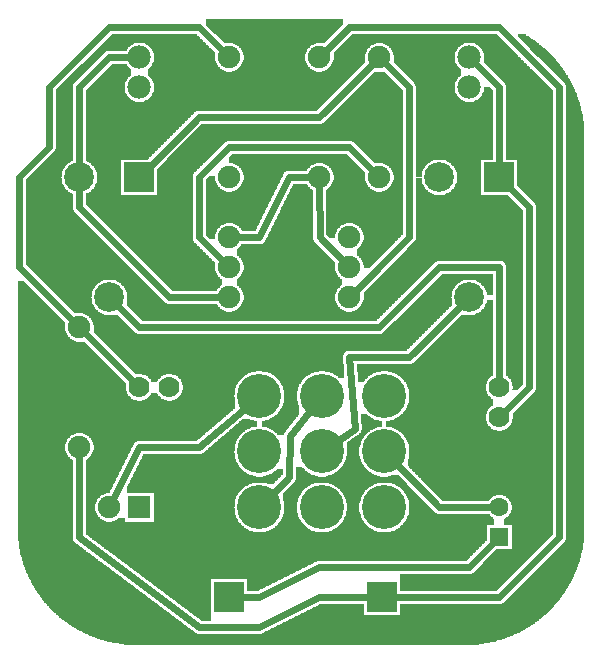
<source format=gtl>
G04 MADE WITH FRITZING*
G04 WWW.FRITZING.ORG*
G04 DOUBLE SIDED*
G04 HOLES PLATED*
G04 CONTOUR ON CENTER OF CONTOUR VECTOR*
%ASAXBY*%
%FSLAX23Y23*%
%MOIN*%
%OFA0B0*%
%SFA1.0B1.0*%
%ADD10C,0.075000*%
%ADD11C,0.147222*%
%ADD12C,0.078000*%
%ADD13C,0.062992*%
%ADD14C,0.100000*%
%ADD15C,0.070000*%
%ADD16C,0.099000*%
%ADD17R,0.062992X0.062992*%
%ADD18R,0.075000X0.075000*%
%ADD19R,0.099000X0.099000*%
%ADD20C,0.024000*%
%ADD21R,0.001000X0.001000*%
%LNCOPPER1*%
G90*
G70*
G54D10*
X834Y2062D03*
G54D11*
X1261Y499D03*
X1053Y499D03*
X844Y499D03*
X1261Y685D03*
X1053Y685D03*
X844Y685D03*
X1261Y870D03*
X1053Y870D03*
X844Y870D03*
X1261Y499D03*
X1053Y499D03*
X844Y499D03*
X1261Y685D03*
X1053Y685D03*
X844Y685D03*
X1261Y870D03*
X1053Y870D03*
X844Y870D03*
G54D12*
X1544Y1999D03*
X1544Y1899D03*
X444Y1999D03*
X444Y1899D03*
G54D13*
X1644Y400D03*
X1644Y499D03*
G54D14*
X744Y199D03*
X1254Y199D03*
X744Y199D03*
X1254Y199D03*
G54D10*
X444Y499D03*
X344Y499D03*
X744Y1399D03*
X744Y1299D03*
X744Y1199D03*
G54D15*
X1644Y899D03*
X1644Y799D03*
G54D10*
X1244Y1999D03*
X1244Y1599D03*
X1044Y1599D03*
X1044Y1999D03*
X744Y1599D03*
X744Y1999D03*
X244Y699D03*
X244Y1099D03*
G54D15*
X444Y899D03*
X545Y899D03*
G54D16*
X244Y1599D03*
X444Y1599D03*
X344Y1199D03*
X1444Y1599D03*
X1644Y1599D03*
X1544Y1199D03*
G54D10*
X1144Y1399D03*
X1144Y1299D03*
X1144Y1199D03*
G54D17*
X1644Y400D03*
G54D18*
X444Y499D03*
G54D19*
X444Y1599D03*
X1644Y1599D03*
G54D20*
X1445Y498D02*
X1544Y498D01*
D02*
X1544Y498D02*
X1629Y499D01*
D02*
X1293Y652D02*
X1445Y498D01*
D02*
X352Y483D02*
X345Y498D01*
D02*
X545Y698D02*
X644Y698D01*
D02*
X445Y698D02*
X545Y698D01*
D02*
X644Y698D02*
X810Y840D01*
D02*
X345Y498D02*
X445Y698D01*
D02*
X1091Y711D02*
X1164Y761D01*
X1164Y761D02*
X1145Y999D01*
D02*
X1344Y999D02*
X1530Y1184D01*
D02*
X1145Y999D02*
X1344Y999D01*
D02*
X434Y909D02*
X257Y1086D01*
D02*
X344Y2098D02*
X144Y1899D01*
D02*
X644Y2098D02*
X344Y2098D01*
D02*
X732Y2011D02*
X644Y2098D01*
D02*
X45Y1298D02*
X232Y1111D01*
D02*
X45Y1600D02*
X45Y1298D01*
D02*
X144Y1698D02*
X45Y1600D01*
D02*
X144Y1899D02*
X144Y1698D01*
D02*
X1645Y998D02*
X1645Y1099D01*
D02*
X1644Y914D02*
X1645Y998D01*
D02*
X1645Y1099D02*
X1645Y1198D01*
D02*
X1645Y1299D02*
X1445Y1299D01*
D02*
X1645Y1198D02*
X1645Y1299D01*
D02*
X1244Y1099D02*
X1045Y1099D01*
D02*
X1445Y1299D02*
X1244Y1099D01*
D02*
X1045Y1099D02*
X444Y1099D01*
D02*
X444Y1099D02*
X359Y1184D01*
D02*
X1257Y1986D02*
X1344Y1899D01*
D02*
X1344Y1899D02*
X1344Y1499D01*
D02*
X1344Y1499D02*
X1344Y1399D01*
D02*
X1344Y1399D02*
X1245Y1298D01*
D02*
X1245Y1298D02*
X1157Y1211D01*
D02*
X459Y1613D02*
X644Y1798D01*
D02*
X644Y1798D02*
X1045Y1798D01*
D02*
X1045Y1798D02*
X1232Y1986D01*
D02*
X877Y531D02*
X945Y599D01*
D02*
X945Y599D02*
X948Y737D01*
D02*
X948Y737D02*
X1024Y834D01*
D02*
X1659Y1584D02*
X1744Y1499D01*
D02*
X1744Y1499D02*
X1744Y1298D01*
D02*
X1744Y1198D02*
X1744Y1099D01*
D02*
X1744Y1298D02*
X1744Y1198D01*
D02*
X1745Y898D02*
X1645Y799D01*
D02*
X1745Y998D02*
X1745Y898D01*
D02*
X1744Y1099D02*
X1745Y998D01*
D02*
X1645Y799D02*
X1659Y797D01*
D02*
X425Y1999D02*
X345Y1999D01*
D02*
X244Y1898D02*
X244Y1619D01*
D02*
X345Y1999D02*
X244Y1898D01*
D02*
X1057Y2011D02*
X1144Y2098D01*
D02*
X1144Y2098D02*
X1645Y2099D01*
D02*
X1845Y1899D02*
X1845Y1698D01*
D02*
X1645Y2099D02*
X1845Y1899D01*
D02*
X1845Y1298D02*
X1845Y799D01*
D02*
X1845Y1698D02*
X1845Y1298D01*
D02*
X1845Y399D02*
X1645Y199D01*
D02*
X1645Y199D02*
X1294Y199D01*
D02*
X1845Y799D02*
X1845Y399D01*
D02*
X845Y199D02*
X784Y199D01*
D02*
X1045Y299D02*
X845Y199D01*
D02*
X1544Y298D02*
X1045Y299D01*
D02*
X1633Y389D02*
X1544Y298D01*
D02*
X244Y1499D02*
X544Y1199D01*
D02*
X544Y1199D02*
X727Y1199D01*
D02*
X244Y1578D02*
X244Y1499D01*
D02*
X1145Y1698D02*
X1232Y1611D01*
D02*
X745Y1698D02*
X1145Y1698D01*
D02*
X644Y1599D02*
X745Y1698D01*
D02*
X644Y1398D02*
X644Y1599D01*
D02*
X732Y1311D02*
X644Y1398D01*
D02*
X944Y1599D02*
X845Y1398D01*
D02*
X845Y1398D02*
X762Y1398D01*
D02*
X1027Y1599D02*
X944Y1599D01*
D02*
X1046Y1398D02*
X1132Y1311D01*
D02*
X1045Y1581D02*
X1046Y1398D01*
D02*
X244Y398D02*
X644Y99D01*
D02*
X644Y99D02*
X845Y99D01*
D02*
X244Y681D02*
X244Y398D01*
D02*
X845Y99D02*
X1045Y199D01*
D02*
X1045Y199D02*
X1214Y199D01*
D02*
X1645Y1899D02*
X1644Y1619D01*
D02*
X1558Y1985D02*
X1645Y1899D01*
G36*
X666Y2125D02*
X666Y2105D01*
X668Y2105D01*
X668Y2103D01*
X670Y2103D01*
X670Y2101D01*
X672Y2101D01*
X672Y2099D01*
X674Y2099D01*
X674Y2097D01*
X676Y2097D01*
X676Y2095D01*
X678Y2095D01*
X678Y2093D01*
X680Y2093D01*
X680Y2091D01*
X682Y2091D01*
X682Y2089D01*
X684Y2089D01*
X684Y2087D01*
X686Y2087D01*
X686Y2085D01*
X688Y2085D01*
X688Y2083D01*
X690Y2083D01*
X690Y2081D01*
X692Y2081D01*
X692Y2079D01*
X694Y2079D01*
X694Y2077D01*
X696Y2077D01*
X696Y2075D01*
X700Y2075D01*
X700Y2073D01*
X702Y2073D01*
X702Y2071D01*
X704Y2071D01*
X704Y2069D01*
X706Y2069D01*
X706Y2067D01*
X708Y2067D01*
X708Y2065D01*
X710Y2065D01*
X710Y2063D01*
X712Y2063D01*
X712Y2061D01*
X714Y2061D01*
X714Y2059D01*
X716Y2059D01*
X716Y2057D01*
X718Y2057D01*
X718Y2055D01*
X720Y2055D01*
X720Y2053D01*
X722Y2053D01*
X722Y2051D01*
X724Y2051D01*
X724Y2049D01*
X726Y2049D01*
X726Y2047D01*
X728Y2047D01*
X728Y2045D01*
X756Y2045D01*
X756Y2043D01*
X764Y2043D01*
X764Y2041D01*
X766Y2041D01*
X766Y2039D01*
X770Y2039D01*
X770Y2037D01*
X772Y2037D01*
X772Y2035D01*
X776Y2035D01*
X776Y2033D01*
X778Y2033D01*
X778Y2031D01*
X780Y2031D01*
X780Y2029D01*
X782Y2029D01*
X782Y2025D01*
X784Y2025D01*
X784Y2023D01*
X786Y2023D01*
X786Y2019D01*
X788Y2019D01*
X788Y2015D01*
X790Y2015D01*
X790Y2007D01*
X792Y2007D01*
X792Y1989D01*
X790Y1989D01*
X790Y1983D01*
X788Y1983D01*
X788Y1977D01*
X786Y1977D01*
X786Y1975D01*
X784Y1975D01*
X784Y1971D01*
X782Y1971D01*
X782Y1969D01*
X780Y1969D01*
X780Y1965D01*
X778Y1965D01*
X778Y1963D01*
X774Y1963D01*
X774Y1961D01*
X772Y1961D01*
X772Y1959D01*
X770Y1959D01*
X770Y1957D01*
X766Y1957D01*
X766Y1955D01*
X762Y1955D01*
X762Y1953D01*
X754Y1953D01*
X754Y1951D01*
X1034Y1951D01*
X1034Y1953D01*
X1028Y1953D01*
X1028Y1955D01*
X1024Y1955D01*
X1024Y1957D01*
X1020Y1957D01*
X1020Y1959D01*
X1016Y1959D01*
X1016Y1961D01*
X1014Y1961D01*
X1014Y1963D01*
X1012Y1963D01*
X1012Y1965D01*
X1010Y1965D01*
X1010Y1967D01*
X1008Y1967D01*
X1008Y1969D01*
X1006Y1969D01*
X1006Y1973D01*
X1004Y1973D01*
X1004Y1975D01*
X1002Y1975D01*
X1002Y1979D01*
X1000Y1979D01*
X1000Y1985D01*
X998Y1985D01*
X998Y1997D01*
X996Y1997D01*
X996Y1999D01*
X998Y1999D01*
X998Y2011D01*
X1000Y2011D01*
X1000Y2017D01*
X1002Y2017D01*
X1002Y2021D01*
X1004Y2021D01*
X1004Y2025D01*
X1006Y2025D01*
X1006Y2027D01*
X1008Y2027D01*
X1008Y2029D01*
X1010Y2029D01*
X1010Y2031D01*
X1012Y2031D01*
X1012Y2033D01*
X1014Y2033D01*
X1014Y2035D01*
X1016Y2035D01*
X1016Y2037D01*
X1018Y2037D01*
X1018Y2039D01*
X1022Y2039D01*
X1022Y2041D01*
X1026Y2041D01*
X1026Y2043D01*
X1032Y2043D01*
X1032Y2045D01*
X1062Y2045D01*
X1062Y2047D01*
X1064Y2047D01*
X1064Y2049D01*
X1066Y2049D01*
X1066Y2051D01*
X1068Y2051D01*
X1068Y2053D01*
X1070Y2053D01*
X1070Y2055D01*
X1072Y2055D01*
X1072Y2057D01*
X1074Y2057D01*
X1074Y2059D01*
X1076Y2059D01*
X1076Y2061D01*
X1078Y2061D01*
X1078Y2063D01*
X1080Y2063D01*
X1080Y2065D01*
X1082Y2065D01*
X1082Y2067D01*
X1084Y2067D01*
X1084Y2069D01*
X1086Y2069D01*
X1086Y2071D01*
X1088Y2071D01*
X1088Y2073D01*
X1090Y2073D01*
X1090Y2075D01*
X1092Y2075D01*
X1092Y2077D01*
X1094Y2077D01*
X1094Y2079D01*
X1096Y2079D01*
X1096Y2081D01*
X1098Y2081D01*
X1098Y2083D01*
X1100Y2083D01*
X1100Y2085D01*
X1102Y2085D01*
X1102Y2087D01*
X1104Y2087D01*
X1104Y2089D01*
X1106Y2089D01*
X1106Y2091D01*
X1108Y2091D01*
X1108Y2093D01*
X1110Y2093D01*
X1110Y2095D01*
X1112Y2095D01*
X1112Y2097D01*
X1114Y2097D01*
X1114Y2099D01*
X1116Y2099D01*
X1116Y2101D01*
X1118Y2101D01*
X1118Y2103D01*
X1120Y2103D01*
X1120Y2105D01*
X1122Y2105D01*
X1122Y2125D01*
X666Y2125D01*
G37*
D02*
G36*
X1518Y2077D02*
X1518Y2075D01*
X1152Y2075D01*
X1152Y2073D01*
X1150Y2073D01*
X1150Y2071D01*
X1148Y2071D01*
X1148Y2069D01*
X1146Y2069D01*
X1146Y2067D01*
X1144Y2067D01*
X1144Y2065D01*
X1142Y2065D01*
X1142Y2063D01*
X1140Y2063D01*
X1140Y2061D01*
X1138Y2061D01*
X1138Y2059D01*
X1136Y2059D01*
X1136Y2057D01*
X1134Y2057D01*
X1134Y2055D01*
X1132Y2055D01*
X1132Y2053D01*
X1130Y2053D01*
X1130Y2051D01*
X1128Y2051D01*
X1128Y2049D01*
X1126Y2049D01*
X1126Y2047D01*
X1556Y2047D01*
X1556Y2045D01*
X1562Y2045D01*
X1562Y2043D01*
X1566Y2043D01*
X1566Y2041D01*
X1570Y2041D01*
X1570Y2039D01*
X1572Y2039D01*
X1572Y2037D01*
X1576Y2037D01*
X1576Y2035D01*
X1578Y2035D01*
X1578Y2033D01*
X1580Y2033D01*
X1580Y2031D01*
X1582Y2031D01*
X1582Y2029D01*
X1584Y2029D01*
X1584Y2025D01*
X1586Y2025D01*
X1586Y2023D01*
X1588Y2023D01*
X1588Y2019D01*
X1590Y2019D01*
X1590Y2013D01*
X1592Y2013D01*
X1592Y2005D01*
X1594Y2005D01*
X1594Y1979D01*
X1596Y1979D01*
X1596Y1977D01*
X1598Y1977D01*
X1598Y1975D01*
X1600Y1975D01*
X1600Y1973D01*
X1602Y1973D01*
X1602Y1971D01*
X1604Y1971D01*
X1604Y1969D01*
X1606Y1969D01*
X1606Y1967D01*
X1608Y1967D01*
X1608Y1965D01*
X1610Y1965D01*
X1610Y1963D01*
X1612Y1963D01*
X1612Y1961D01*
X1614Y1961D01*
X1614Y1959D01*
X1616Y1959D01*
X1616Y1957D01*
X1618Y1957D01*
X1618Y1955D01*
X1620Y1955D01*
X1620Y1953D01*
X1622Y1953D01*
X1622Y1951D01*
X1624Y1951D01*
X1624Y1949D01*
X1626Y1949D01*
X1626Y1947D01*
X1628Y1947D01*
X1628Y1945D01*
X1630Y1945D01*
X1630Y1943D01*
X1632Y1943D01*
X1632Y1941D01*
X1634Y1941D01*
X1634Y1939D01*
X1636Y1939D01*
X1636Y1937D01*
X1638Y1937D01*
X1638Y1935D01*
X1640Y1935D01*
X1640Y1933D01*
X1642Y1933D01*
X1642Y1931D01*
X1644Y1931D01*
X1644Y1929D01*
X1646Y1929D01*
X1646Y1927D01*
X1648Y1927D01*
X1648Y1925D01*
X1650Y1925D01*
X1650Y1923D01*
X1652Y1923D01*
X1652Y1921D01*
X1654Y1921D01*
X1654Y1919D01*
X1656Y1919D01*
X1656Y1917D01*
X1658Y1917D01*
X1658Y1915D01*
X1660Y1915D01*
X1660Y1913D01*
X1662Y1913D01*
X1662Y1911D01*
X1664Y1911D01*
X1664Y1907D01*
X1666Y1907D01*
X1666Y1657D01*
X1704Y1657D01*
X1704Y1569D01*
X1706Y1569D01*
X1706Y1567D01*
X1708Y1567D01*
X1708Y1565D01*
X1710Y1565D01*
X1710Y1563D01*
X1712Y1563D01*
X1712Y1561D01*
X1714Y1561D01*
X1714Y1559D01*
X1716Y1559D01*
X1716Y1557D01*
X1718Y1557D01*
X1718Y1555D01*
X1720Y1555D01*
X1720Y1553D01*
X1722Y1553D01*
X1722Y1551D01*
X1724Y1551D01*
X1724Y1549D01*
X1726Y1549D01*
X1726Y1547D01*
X1728Y1547D01*
X1728Y1545D01*
X1730Y1545D01*
X1730Y1543D01*
X1732Y1543D01*
X1732Y1541D01*
X1734Y1541D01*
X1734Y1539D01*
X1736Y1539D01*
X1736Y1537D01*
X1738Y1537D01*
X1738Y1535D01*
X1740Y1535D01*
X1740Y1533D01*
X1742Y1533D01*
X1742Y1531D01*
X1744Y1531D01*
X1744Y1529D01*
X1746Y1529D01*
X1746Y1527D01*
X1748Y1527D01*
X1748Y1525D01*
X1750Y1525D01*
X1750Y1523D01*
X1752Y1523D01*
X1752Y1521D01*
X1754Y1521D01*
X1754Y1519D01*
X1756Y1519D01*
X1756Y1517D01*
X1758Y1517D01*
X1758Y1515D01*
X1760Y1515D01*
X1760Y1513D01*
X1762Y1513D01*
X1762Y1509D01*
X1764Y1509D01*
X1764Y1505D01*
X1766Y1505D01*
X1766Y889D01*
X1764Y889D01*
X1764Y885D01*
X1762Y885D01*
X1762Y883D01*
X1760Y883D01*
X1760Y881D01*
X1758Y881D01*
X1758Y879D01*
X1756Y879D01*
X1756Y877D01*
X1754Y877D01*
X1754Y875D01*
X1752Y875D01*
X1752Y873D01*
X1750Y873D01*
X1750Y871D01*
X1748Y871D01*
X1748Y869D01*
X1746Y869D01*
X1746Y867D01*
X1744Y867D01*
X1744Y865D01*
X1742Y865D01*
X1742Y863D01*
X1740Y863D01*
X1740Y861D01*
X1738Y861D01*
X1738Y859D01*
X1736Y859D01*
X1736Y857D01*
X1734Y857D01*
X1734Y855D01*
X1732Y855D01*
X1732Y853D01*
X1730Y853D01*
X1730Y851D01*
X1728Y851D01*
X1728Y849D01*
X1726Y849D01*
X1726Y847D01*
X1724Y847D01*
X1724Y845D01*
X1722Y845D01*
X1722Y843D01*
X1720Y843D01*
X1720Y841D01*
X1718Y841D01*
X1718Y839D01*
X1716Y839D01*
X1716Y837D01*
X1714Y837D01*
X1714Y835D01*
X1712Y835D01*
X1712Y833D01*
X1710Y833D01*
X1710Y831D01*
X1708Y831D01*
X1708Y829D01*
X1706Y829D01*
X1706Y827D01*
X1704Y827D01*
X1704Y825D01*
X1702Y825D01*
X1702Y823D01*
X1700Y823D01*
X1700Y821D01*
X1698Y821D01*
X1698Y819D01*
X1696Y819D01*
X1696Y817D01*
X1694Y817D01*
X1694Y815D01*
X1692Y815D01*
X1692Y813D01*
X1690Y813D01*
X1690Y793D01*
X1688Y793D01*
X1688Y785D01*
X1686Y785D01*
X1686Y779D01*
X1684Y779D01*
X1684Y775D01*
X1682Y775D01*
X1682Y773D01*
X1680Y773D01*
X1680Y769D01*
X1678Y769D01*
X1678Y767D01*
X1676Y767D01*
X1676Y765D01*
X1674Y765D01*
X1674Y763D01*
X1670Y763D01*
X1670Y761D01*
X1668Y761D01*
X1668Y759D01*
X1664Y759D01*
X1664Y757D01*
X1660Y757D01*
X1660Y755D01*
X1652Y755D01*
X1652Y753D01*
X1822Y753D01*
X1822Y1891D01*
X1820Y1891D01*
X1820Y1893D01*
X1818Y1893D01*
X1818Y1895D01*
X1816Y1895D01*
X1816Y1897D01*
X1814Y1897D01*
X1814Y1899D01*
X1812Y1899D01*
X1812Y1901D01*
X1810Y1901D01*
X1810Y1903D01*
X1808Y1903D01*
X1808Y1905D01*
X1806Y1905D01*
X1806Y1907D01*
X1804Y1907D01*
X1804Y1909D01*
X1802Y1909D01*
X1802Y1911D01*
X1800Y1911D01*
X1800Y1913D01*
X1798Y1913D01*
X1798Y1915D01*
X1796Y1915D01*
X1796Y1917D01*
X1794Y1917D01*
X1794Y1919D01*
X1792Y1919D01*
X1792Y1921D01*
X1790Y1921D01*
X1790Y1923D01*
X1788Y1923D01*
X1788Y1925D01*
X1786Y1925D01*
X1786Y1927D01*
X1784Y1927D01*
X1784Y1929D01*
X1782Y1929D01*
X1782Y1931D01*
X1780Y1931D01*
X1780Y1933D01*
X1778Y1933D01*
X1778Y1935D01*
X1776Y1935D01*
X1776Y1937D01*
X1774Y1937D01*
X1774Y1939D01*
X1772Y1939D01*
X1772Y1941D01*
X1770Y1941D01*
X1770Y1943D01*
X1768Y1943D01*
X1768Y1945D01*
X1766Y1945D01*
X1766Y1947D01*
X1764Y1947D01*
X1764Y1949D01*
X1762Y1949D01*
X1762Y1951D01*
X1760Y1951D01*
X1760Y1953D01*
X1758Y1953D01*
X1758Y1955D01*
X1756Y1955D01*
X1756Y1957D01*
X1752Y1957D01*
X1752Y1959D01*
X1750Y1959D01*
X1750Y1961D01*
X1748Y1961D01*
X1748Y1963D01*
X1746Y1963D01*
X1746Y1965D01*
X1744Y1965D01*
X1744Y1967D01*
X1742Y1967D01*
X1742Y1969D01*
X1740Y1969D01*
X1740Y1971D01*
X1738Y1971D01*
X1738Y1973D01*
X1736Y1973D01*
X1736Y1975D01*
X1734Y1975D01*
X1734Y1977D01*
X1732Y1977D01*
X1732Y1979D01*
X1730Y1979D01*
X1730Y1981D01*
X1728Y1981D01*
X1728Y1983D01*
X1726Y1983D01*
X1726Y1985D01*
X1724Y1985D01*
X1724Y1987D01*
X1722Y1987D01*
X1722Y1989D01*
X1720Y1989D01*
X1720Y1991D01*
X1718Y1991D01*
X1718Y1993D01*
X1716Y1993D01*
X1716Y1995D01*
X1714Y1995D01*
X1714Y1997D01*
X1712Y1997D01*
X1712Y1999D01*
X1710Y1999D01*
X1710Y2001D01*
X1708Y2001D01*
X1708Y2003D01*
X1706Y2003D01*
X1706Y2005D01*
X1704Y2005D01*
X1704Y2007D01*
X1702Y2007D01*
X1702Y2011D01*
X1700Y2011D01*
X1700Y2013D01*
X1698Y2013D01*
X1698Y2015D01*
X1696Y2015D01*
X1696Y2017D01*
X1694Y2017D01*
X1694Y2019D01*
X1692Y2019D01*
X1692Y2021D01*
X1690Y2021D01*
X1690Y2023D01*
X1688Y2023D01*
X1688Y2025D01*
X1686Y2025D01*
X1686Y2027D01*
X1684Y2027D01*
X1684Y2029D01*
X1682Y2029D01*
X1682Y2031D01*
X1680Y2031D01*
X1680Y2033D01*
X1678Y2033D01*
X1678Y2035D01*
X1676Y2035D01*
X1676Y2037D01*
X1674Y2037D01*
X1674Y2039D01*
X1672Y2039D01*
X1672Y2041D01*
X1670Y2041D01*
X1670Y2043D01*
X1668Y2043D01*
X1668Y2045D01*
X1666Y2045D01*
X1666Y2047D01*
X1664Y2047D01*
X1664Y2049D01*
X1662Y2049D01*
X1662Y2051D01*
X1660Y2051D01*
X1660Y2053D01*
X1658Y2053D01*
X1658Y2055D01*
X1656Y2055D01*
X1656Y2057D01*
X1654Y2057D01*
X1654Y2059D01*
X1652Y2059D01*
X1652Y2061D01*
X1650Y2061D01*
X1650Y2063D01*
X1648Y2063D01*
X1648Y2065D01*
X1646Y2065D01*
X1646Y2067D01*
X1644Y2067D01*
X1644Y2069D01*
X1642Y2069D01*
X1642Y2071D01*
X1640Y2071D01*
X1640Y2073D01*
X1638Y2073D01*
X1638Y2075D01*
X1636Y2075D01*
X1636Y2077D01*
X1518Y2077D01*
G37*
D02*
G36*
X1706Y2077D02*
X1706Y2067D01*
X1708Y2067D01*
X1708Y2065D01*
X1710Y2065D01*
X1710Y2063D01*
X1712Y2063D01*
X1712Y2061D01*
X1714Y2061D01*
X1714Y2059D01*
X1716Y2059D01*
X1716Y2057D01*
X1718Y2057D01*
X1718Y2055D01*
X1720Y2055D01*
X1720Y2053D01*
X1722Y2053D01*
X1722Y2051D01*
X1724Y2051D01*
X1724Y2049D01*
X1726Y2049D01*
X1726Y2047D01*
X1728Y2047D01*
X1728Y2045D01*
X1730Y2045D01*
X1730Y2043D01*
X1732Y2043D01*
X1732Y2041D01*
X1734Y2041D01*
X1734Y2039D01*
X1736Y2039D01*
X1736Y2037D01*
X1738Y2037D01*
X1738Y2035D01*
X1740Y2035D01*
X1740Y2033D01*
X1742Y2033D01*
X1742Y2031D01*
X1744Y2031D01*
X1744Y2029D01*
X1746Y2029D01*
X1746Y2025D01*
X1748Y2025D01*
X1748Y2023D01*
X1750Y2023D01*
X1750Y2021D01*
X1752Y2021D01*
X1752Y2019D01*
X1754Y2019D01*
X1754Y2017D01*
X1756Y2017D01*
X1756Y2015D01*
X1758Y2015D01*
X1758Y2013D01*
X1760Y2013D01*
X1760Y2011D01*
X1762Y2011D01*
X1762Y2009D01*
X1764Y2009D01*
X1764Y2007D01*
X1766Y2007D01*
X1766Y2005D01*
X1768Y2005D01*
X1768Y2003D01*
X1770Y2003D01*
X1770Y2001D01*
X1772Y2001D01*
X1772Y1999D01*
X1776Y1999D01*
X1776Y1997D01*
X1778Y1997D01*
X1778Y1995D01*
X1780Y1995D01*
X1780Y1993D01*
X1782Y1993D01*
X1782Y1991D01*
X1784Y1991D01*
X1784Y1989D01*
X1786Y1989D01*
X1786Y1987D01*
X1788Y1987D01*
X1788Y1985D01*
X1790Y1985D01*
X1790Y1983D01*
X1792Y1983D01*
X1792Y1981D01*
X1794Y1981D01*
X1794Y1979D01*
X1796Y1979D01*
X1796Y1977D01*
X1798Y1977D01*
X1798Y1975D01*
X1800Y1975D01*
X1800Y1973D01*
X1802Y1973D01*
X1802Y1971D01*
X1804Y1971D01*
X1804Y1969D01*
X1806Y1969D01*
X1806Y1967D01*
X1808Y1967D01*
X1808Y1965D01*
X1810Y1965D01*
X1810Y1963D01*
X1812Y1963D01*
X1812Y1961D01*
X1814Y1961D01*
X1814Y1959D01*
X1816Y1959D01*
X1816Y1957D01*
X1818Y1957D01*
X1818Y1955D01*
X1820Y1955D01*
X1820Y1953D01*
X1822Y1953D01*
X1822Y1951D01*
X1824Y1951D01*
X1824Y1949D01*
X1826Y1949D01*
X1826Y1947D01*
X1828Y1947D01*
X1828Y1945D01*
X1830Y1945D01*
X1830Y1943D01*
X1832Y1943D01*
X1832Y1941D01*
X1834Y1941D01*
X1834Y1939D01*
X1836Y1939D01*
X1836Y1937D01*
X1838Y1937D01*
X1838Y1935D01*
X1840Y1935D01*
X1840Y1933D01*
X1842Y1933D01*
X1842Y1931D01*
X1844Y1931D01*
X1844Y1929D01*
X1846Y1929D01*
X1846Y1927D01*
X1848Y1927D01*
X1848Y1925D01*
X1850Y1925D01*
X1850Y1923D01*
X1852Y1923D01*
X1852Y1921D01*
X1854Y1921D01*
X1854Y1919D01*
X1856Y1919D01*
X1856Y1917D01*
X1858Y1917D01*
X1858Y1915D01*
X1860Y1915D01*
X1860Y1913D01*
X1862Y1913D01*
X1862Y1911D01*
X1864Y1911D01*
X1864Y1907D01*
X1866Y1907D01*
X1866Y1297D01*
X1868Y1297D01*
X1868Y797D01*
X1866Y797D01*
X1866Y389D01*
X1864Y389D01*
X1864Y387D01*
X1862Y387D01*
X1862Y383D01*
X1860Y383D01*
X1860Y381D01*
X1858Y381D01*
X1858Y379D01*
X1856Y379D01*
X1856Y377D01*
X1854Y377D01*
X1854Y375D01*
X1852Y375D01*
X1852Y373D01*
X1850Y373D01*
X1850Y371D01*
X1848Y371D01*
X1848Y369D01*
X1846Y369D01*
X1846Y367D01*
X1844Y367D01*
X1844Y365D01*
X1842Y365D01*
X1842Y363D01*
X1840Y363D01*
X1840Y361D01*
X1838Y361D01*
X1838Y359D01*
X1836Y359D01*
X1836Y357D01*
X1834Y357D01*
X1834Y355D01*
X1832Y355D01*
X1832Y353D01*
X1830Y353D01*
X1830Y351D01*
X1828Y351D01*
X1828Y349D01*
X1826Y349D01*
X1826Y347D01*
X1824Y347D01*
X1824Y345D01*
X1822Y345D01*
X1822Y343D01*
X1820Y343D01*
X1820Y341D01*
X1818Y341D01*
X1818Y339D01*
X1816Y339D01*
X1816Y337D01*
X1814Y337D01*
X1814Y335D01*
X1812Y335D01*
X1812Y333D01*
X1810Y333D01*
X1810Y331D01*
X1808Y331D01*
X1808Y329D01*
X1806Y329D01*
X1806Y327D01*
X1804Y327D01*
X1804Y325D01*
X1802Y325D01*
X1802Y323D01*
X1800Y323D01*
X1800Y321D01*
X1798Y321D01*
X1798Y319D01*
X1796Y319D01*
X1796Y317D01*
X1794Y317D01*
X1794Y315D01*
X1792Y315D01*
X1792Y313D01*
X1790Y313D01*
X1790Y311D01*
X1788Y311D01*
X1788Y309D01*
X1786Y309D01*
X1786Y307D01*
X1784Y307D01*
X1784Y305D01*
X1782Y305D01*
X1782Y303D01*
X1780Y303D01*
X1780Y301D01*
X1778Y301D01*
X1778Y299D01*
X1776Y299D01*
X1776Y297D01*
X1774Y297D01*
X1774Y295D01*
X1772Y295D01*
X1772Y293D01*
X1770Y293D01*
X1770Y291D01*
X1768Y291D01*
X1768Y289D01*
X1766Y289D01*
X1766Y287D01*
X1764Y287D01*
X1764Y285D01*
X1762Y285D01*
X1762Y283D01*
X1760Y283D01*
X1760Y281D01*
X1758Y281D01*
X1758Y279D01*
X1756Y279D01*
X1756Y277D01*
X1754Y277D01*
X1754Y275D01*
X1752Y275D01*
X1752Y273D01*
X1750Y273D01*
X1750Y271D01*
X1748Y271D01*
X1748Y269D01*
X1746Y269D01*
X1746Y267D01*
X1744Y267D01*
X1744Y265D01*
X1742Y265D01*
X1742Y263D01*
X1740Y263D01*
X1740Y261D01*
X1738Y261D01*
X1738Y259D01*
X1736Y259D01*
X1736Y257D01*
X1734Y257D01*
X1734Y255D01*
X1732Y255D01*
X1732Y253D01*
X1730Y253D01*
X1730Y251D01*
X1728Y251D01*
X1728Y249D01*
X1726Y249D01*
X1726Y247D01*
X1724Y247D01*
X1724Y245D01*
X1722Y245D01*
X1722Y243D01*
X1720Y243D01*
X1720Y241D01*
X1718Y241D01*
X1718Y239D01*
X1716Y239D01*
X1716Y237D01*
X1714Y237D01*
X1714Y235D01*
X1712Y235D01*
X1712Y233D01*
X1710Y233D01*
X1710Y231D01*
X1708Y231D01*
X1708Y229D01*
X1706Y229D01*
X1706Y227D01*
X1704Y227D01*
X1704Y225D01*
X1702Y225D01*
X1702Y223D01*
X1700Y223D01*
X1700Y221D01*
X1698Y221D01*
X1698Y219D01*
X1696Y219D01*
X1696Y217D01*
X1694Y217D01*
X1694Y215D01*
X1692Y215D01*
X1692Y213D01*
X1690Y213D01*
X1690Y211D01*
X1688Y211D01*
X1688Y209D01*
X1686Y209D01*
X1686Y207D01*
X1684Y207D01*
X1684Y205D01*
X1682Y205D01*
X1682Y203D01*
X1680Y203D01*
X1680Y201D01*
X1678Y201D01*
X1678Y199D01*
X1676Y199D01*
X1676Y197D01*
X1674Y197D01*
X1674Y195D01*
X1672Y195D01*
X1672Y193D01*
X1670Y193D01*
X1670Y191D01*
X1668Y191D01*
X1668Y189D01*
X1666Y189D01*
X1666Y187D01*
X1664Y187D01*
X1664Y185D01*
X1662Y185D01*
X1662Y183D01*
X1660Y183D01*
X1660Y181D01*
X1656Y181D01*
X1656Y179D01*
X1652Y179D01*
X1652Y177D01*
X1314Y177D01*
X1314Y139D01*
X1796Y139D01*
X1796Y141D01*
X1800Y141D01*
X1800Y143D01*
X1802Y143D01*
X1802Y145D01*
X1804Y145D01*
X1804Y147D01*
X1806Y147D01*
X1806Y149D01*
X1808Y149D01*
X1808Y151D01*
X1810Y151D01*
X1810Y153D01*
X1812Y153D01*
X1812Y155D01*
X1814Y155D01*
X1814Y157D01*
X1816Y157D01*
X1816Y159D01*
X1818Y159D01*
X1818Y161D01*
X1820Y161D01*
X1820Y163D01*
X1822Y163D01*
X1822Y165D01*
X1824Y165D01*
X1824Y167D01*
X1826Y167D01*
X1826Y169D01*
X1828Y169D01*
X1828Y173D01*
X1830Y173D01*
X1830Y175D01*
X1832Y175D01*
X1832Y177D01*
X1834Y177D01*
X1834Y179D01*
X1836Y179D01*
X1836Y181D01*
X1838Y181D01*
X1838Y183D01*
X1840Y183D01*
X1840Y187D01*
X1842Y187D01*
X1842Y189D01*
X1844Y189D01*
X1844Y191D01*
X1846Y191D01*
X1846Y193D01*
X1848Y193D01*
X1848Y197D01*
X1850Y197D01*
X1850Y199D01*
X1852Y199D01*
X1852Y201D01*
X1854Y201D01*
X1854Y205D01*
X1856Y205D01*
X1856Y207D01*
X1858Y207D01*
X1858Y211D01*
X1860Y211D01*
X1860Y213D01*
X1862Y213D01*
X1862Y217D01*
X1864Y217D01*
X1864Y219D01*
X1866Y219D01*
X1866Y223D01*
X1868Y223D01*
X1868Y225D01*
X1870Y225D01*
X1870Y229D01*
X1872Y229D01*
X1872Y231D01*
X1874Y231D01*
X1874Y235D01*
X1876Y235D01*
X1876Y239D01*
X1878Y239D01*
X1878Y243D01*
X1880Y243D01*
X1880Y245D01*
X1882Y245D01*
X1882Y249D01*
X1884Y249D01*
X1884Y253D01*
X1886Y253D01*
X1886Y257D01*
X1888Y257D01*
X1888Y261D01*
X1890Y261D01*
X1890Y265D01*
X1892Y265D01*
X1892Y269D01*
X1894Y269D01*
X1894Y275D01*
X1896Y275D01*
X1896Y279D01*
X1898Y279D01*
X1898Y283D01*
X1900Y283D01*
X1900Y289D01*
X1902Y289D01*
X1902Y293D01*
X1904Y293D01*
X1904Y299D01*
X1906Y299D01*
X1906Y305D01*
X1908Y305D01*
X1908Y311D01*
X1910Y311D01*
X1910Y317D01*
X1912Y317D01*
X1912Y323D01*
X1914Y323D01*
X1914Y331D01*
X1916Y331D01*
X1916Y339D01*
X1918Y339D01*
X1918Y347D01*
X1920Y347D01*
X1920Y357D01*
X1922Y357D01*
X1922Y367D01*
X1924Y367D01*
X1924Y381D01*
X1926Y381D01*
X1926Y399D01*
X1928Y399D01*
X1928Y1767D01*
X1926Y1767D01*
X1926Y1785D01*
X1924Y1785D01*
X1924Y1799D01*
X1922Y1799D01*
X1922Y1811D01*
X1920Y1811D01*
X1920Y1819D01*
X1918Y1819D01*
X1918Y1829D01*
X1916Y1829D01*
X1916Y1837D01*
X1914Y1837D01*
X1914Y1843D01*
X1912Y1843D01*
X1912Y1849D01*
X1910Y1849D01*
X1910Y1857D01*
X1908Y1857D01*
X1908Y1861D01*
X1906Y1861D01*
X1906Y1867D01*
X1904Y1867D01*
X1904Y1873D01*
X1902Y1873D01*
X1902Y1879D01*
X1900Y1879D01*
X1900Y1883D01*
X1898Y1883D01*
X1898Y1889D01*
X1896Y1889D01*
X1896Y1893D01*
X1894Y1893D01*
X1894Y1897D01*
X1892Y1897D01*
X1892Y1901D01*
X1890Y1901D01*
X1890Y1905D01*
X1888Y1905D01*
X1888Y1909D01*
X1886Y1909D01*
X1886Y1913D01*
X1884Y1913D01*
X1884Y1917D01*
X1882Y1917D01*
X1882Y1921D01*
X1880Y1921D01*
X1880Y1925D01*
X1878Y1925D01*
X1878Y1927D01*
X1876Y1927D01*
X1876Y1931D01*
X1874Y1931D01*
X1874Y1935D01*
X1872Y1935D01*
X1872Y1939D01*
X1870Y1939D01*
X1870Y1941D01*
X1868Y1941D01*
X1868Y1945D01*
X1866Y1945D01*
X1866Y1947D01*
X1864Y1947D01*
X1864Y1951D01*
X1862Y1951D01*
X1862Y1953D01*
X1860Y1953D01*
X1860Y1957D01*
X1858Y1957D01*
X1858Y1959D01*
X1856Y1959D01*
X1856Y1963D01*
X1854Y1963D01*
X1854Y1965D01*
X1852Y1965D01*
X1852Y1967D01*
X1850Y1967D01*
X1850Y1971D01*
X1848Y1971D01*
X1848Y1973D01*
X1846Y1973D01*
X1846Y1975D01*
X1844Y1975D01*
X1844Y1977D01*
X1842Y1977D01*
X1842Y1981D01*
X1840Y1981D01*
X1840Y1983D01*
X1838Y1983D01*
X1838Y1985D01*
X1836Y1985D01*
X1836Y1987D01*
X1834Y1987D01*
X1834Y1989D01*
X1832Y1989D01*
X1832Y1993D01*
X1830Y1993D01*
X1830Y1995D01*
X1828Y1995D01*
X1828Y1997D01*
X1826Y1997D01*
X1826Y1999D01*
X1824Y1999D01*
X1824Y2001D01*
X1822Y2001D01*
X1822Y2003D01*
X1820Y2003D01*
X1820Y2005D01*
X1818Y2005D01*
X1818Y2007D01*
X1816Y2007D01*
X1816Y2009D01*
X1814Y2009D01*
X1814Y2011D01*
X1812Y2011D01*
X1812Y2013D01*
X1810Y2013D01*
X1810Y2015D01*
X1808Y2015D01*
X1808Y2017D01*
X1806Y2017D01*
X1806Y2019D01*
X1804Y2019D01*
X1804Y2021D01*
X1802Y2021D01*
X1802Y2023D01*
X1800Y2023D01*
X1800Y2025D01*
X1798Y2025D01*
X1798Y2027D01*
X1796Y2027D01*
X1796Y2029D01*
X1794Y2029D01*
X1794Y2031D01*
X1790Y2031D01*
X1790Y2033D01*
X1788Y2033D01*
X1788Y2035D01*
X1786Y2035D01*
X1786Y2037D01*
X1784Y2037D01*
X1784Y2039D01*
X1782Y2039D01*
X1782Y2041D01*
X1778Y2041D01*
X1778Y2043D01*
X1776Y2043D01*
X1776Y2045D01*
X1774Y2045D01*
X1774Y2047D01*
X1770Y2047D01*
X1770Y2049D01*
X1768Y2049D01*
X1768Y2051D01*
X1766Y2051D01*
X1766Y2053D01*
X1762Y2053D01*
X1762Y2055D01*
X1760Y2055D01*
X1760Y2057D01*
X1756Y2057D01*
X1756Y2059D01*
X1754Y2059D01*
X1754Y2061D01*
X1750Y2061D01*
X1750Y2063D01*
X1748Y2063D01*
X1748Y2065D01*
X1744Y2065D01*
X1744Y2067D01*
X1742Y2067D01*
X1742Y2069D01*
X1738Y2069D01*
X1738Y2071D01*
X1734Y2071D01*
X1734Y2073D01*
X1732Y2073D01*
X1732Y2075D01*
X1728Y2075D01*
X1728Y2077D01*
X1706Y2077D01*
G37*
D02*
G36*
X352Y2075D02*
X352Y2073D01*
X350Y2073D01*
X350Y2071D01*
X348Y2071D01*
X348Y2069D01*
X346Y2069D01*
X346Y2067D01*
X344Y2067D01*
X344Y2065D01*
X342Y2065D01*
X342Y2063D01*
X340Y2063D01*
X340Y2061D01*
X338Y2061D01*
X338Y2059D01*
X336Y2059D01*
X336Y2057D01*
X334Y2057D01*
X334Y2055D01*
X332Y2055D01*
X332Y2053D01*
X330Y2053D01*
X330Y2051D01*
X328Y2051D01*
X328Y2049D01*
X326Y2049D01*
X326Y2047D01*
X456Y2047D01*
X456Y2045D01*
X462Y2045D01*
X462Y2043D01*
X466Y2043D01*
X466Y2041D01*
X470Y2041D01*
X470Y2039D01*
X472Y2039D01*
X472Y2037D01*
X476Y2037D01*
X476Y2035D01*
X478Y2035D01*
X478Y2033D01*
X480Y2033D01*
X480Y2031D01*
X482Y2031D01*
X482Y2029D01*
X484Y2029D01*
X484Y2025D01*
X486Y2025D01*
X486Y2023D01*
X488Y2023D01*
X488Y2019D01*
X490Y2019D01*
X490Y2013D01*
X492Y2013D01*
X492Y2005D01*
X494Y2005D01*
X494Y1993D01*
X492Y1993D01*
X492Y1983D01*
X490Y1983D01*
X490Y1979D01*
X488Y1979D01*
X488Y1975D01*
X486Y1975D01*
X486Y1971D01*
X484Y1971D01*
X484Y1969D01*
X482Y1969D01*
X482Y1967D01*
X480Y1967D01*
X480Y1963D01*
X478Y1963D01*
X478Y1961D01*
X474Y1961D01*
X474Y1959D01*
X472Y1959D01*
X472Y1951D01*
X734Y1951D01*
X734Y1953D01*
X728Y1953D01*
X728Y1955D01*
X724Y1955D01*
X724Y1957D01*
X720Y1957D01*
X720Y1959D01*
X716Y1959D01*
X716Y1961D01*
X714Y1961D01*
X714Y1963D01*
X712Y1963D01*
X712Y1965D01*
X710Y1965D01*
X710Y1967D01*
X708Y1967D01*
X708Y1969D01*
X706Y1969D01*
X706Y1973D01*
X704Y1973D01*
X704Y1975D01*
X702Y1975D01*
X702Y1979D01*
X700Y1979D01*
X700Y1985D01*
X698Y1985D01*
X698Y1997D01*
X696Y1997D01*
X696Y2017D01*
X694Y2017D01*
X694Y2019D01*
X692Y2019D01*
X692Y2021D01*
X690Y2021D01*
X690Y2023D01*
X688Y2023D01*
X688Y2025D01*
X686Y2025D01*
X686Y2027D01*
X682Y2027D01*
X682Y2029D01*
X680Y2029D01*
X680Y2031D01*
X678Y2031D01*
X678Y2033D01*
X676Y2033D01*
X676Y2035D01*
X674Y2035D01*
X674Y2037D01*
X672Y2037D01*
X672Y2039D01*
X670Y2039D01*
X670Y2041D01*
X668Y2041D01*
X668Y2043D01*
X666Y2043D01*
X666Y2045D01*
X664Y2045D01*
X664Y2047D01*
X662Y2047D01*
X662Y2049D01*
X660Y2049D01*
X660Y2051D01*
X658Y2051D01*
X658Y2053D01*
X656Y2053D01*
X656Y2055D01*
X654Y2055D01*
X654Y2057D01*
X652Y2057D01*
X652Y2059D01*
X650Y2059D01*
X650Y2061D01*
X648Y2061D01*
X648Y2063D01*
X646Y2063D01*
X646Y2065D01*
X644Y2065D01*
X644Y2067D01*
X642Y2067D01*
X642Y2069D01*
X640Y2069D01*
X640Y2071D01*
X638Y2071D01*
X638Y2073D01*
X636Y2073D01*
X636Y2075D01*
X352Y2075D01*
G37*
D02*
G36*
X324Y2047D02*
X324Y2045D01*
X322Y2045D01*
X322Y2043D01*
X320Y2043D01*
X320Y2041D01*
X318Y2041D01*
X318Y2039D01*
X316Y2039D01*
X316Y2037D01*
X314Y2037D01*
X314Y2035D01*
X312Y2035D01*
X312Y2033D01*
X310Y2033D01*
X310Y2031D01*
X308Y2031D01*
X308Y2029D01*
X306Y2029D01*
X306Y2027D01*
X304Y2027D01*
X304Y2025D01*
X302Y2025D01*
X302Y2023D01*
X300Y2023D01*
X300Y2021D01*
X298Y2021D01*
X298Y2019D01*
X296Y2019D01*
X296Y2017D01*
X294Y2017D01*
X294Y2015D01*
X292Y2015D01*
X292Y2013D01*
X290Y2013D01*
X290Y2011D01*
X288Y2011D01*
X288Y2009D01*
X286Y2009D01*
X286Y2007D01*
X284Y2007D01*
X284Y2005D01*
X282Y2005D01*
X282Y2003D01*
X280Y2003D01*
X280Y2001D01*
X278Y2001D01*
X278Y1999D01*
X276Y1999D01*
X276Y1997D01*
X274Y1997D01*
X274Y1995D01*
X272Y1995D01*
X272Y1993D01*
X270Y1993D01*
X270Y1991D01*
X268Y1991D01*
X268Y1989D01*
X266Y1989D01*
X266Y1987D01*
X264Y1987D01*
X264Y1985D01*
X262Y1985D01*
X262Y1983D01*
X260Y1983D01*
X260Y1981D01*
X258Y1981D01*
X258Y1979D01*
X256Y1979D01*
X256Y1977D01*
X252Y1977D01*
X252Y1975D01*
X250Y1975D01*
X250Y1973D01*
X248Y1973D01*
X248Y1971D01*
X246Y1971D01*
X246Y1969D01*
X244Y1969D01*
X244Y1967D01*
X242Y1967D01*
X242Y1965D01*
X240Y1965D01*
X240Y1963D01*
X238Y1963D01*
X238Y1961D01*
X236Y1961D01*
X236Y1959D01*
X234Y1959D01*
X234Y1957D01*
X232Y1957D01*
X232Y1955D01*
X230Y1955D01*
X230Y1953D01*
X228Y1953D01*
X228Y1951D01*
X226Y1951D01*
X226Y1949D01*
X224Y1949D01*
X224Y1947D01*
X222Y1947D01*
X222Y1945D01*
X220Y1945D01*
X220Y1943D01*
X218Y1943D01*
X218Y1941D01*
X216Y1941D01*
X216Y1939D01*
X214Y1939D01*
X214Y1937D01*
X212Y1937D01*
X212Y1935D01*
X210Y1935D01*
X210Y1933D01*
X208Y1933D01*
X208Y1931D01*
X206Y1931D01*
X206Y1929D01*
X204Y1929D01*
X204Y1927D01*
X202Y1927D01*
X202Y1925D01*
X200Y1925D01*
X200Y1923D01*
X198Y1923D01*
X198Y1921D01*
X196Y1921D01*
X196Y1919D01*
X194Y1919D01*
X194Y1917D01*
X192Y1917D01*
X192Y1915D01*
X190Y1915D01*
X190Y1913D01*
X188Y1913D01*
X188Y1911D01*
X186Y1911D01*
X186Y1909D01*
X184Y1909D01*
X184Y1907D01*
X182Y1907D01*
X182Y1905D01*
X180Y1905D01*
X180Y1903D01*
X178Y1903D01*
X178Y1901D01*
X176Y1901D01*
X176Y1899D01*
X174Y1899D01*
X174Y1897D01*
X172Y1897D01*
X172Y1895D01*
X170Y1895D01*
X170Y1893D01*
X168Y1893D01*
X168Y1891D01*
X166Y1891D01*
X166Y1693D01*
X164Y1693D01*
X164Y1687D01*
X162Y1687D01*
X162Y1685D01*
X160Y1685D01*
X160Y1683D01*
X158Y1683D01*
X158Y1681D01*
X156Y1681D01*
X156Y1679D01*
X154Y1679D01*
X154Y1677D01*
X152Y1677D01*
X152Y1675D01*
X150Y1675D01*
X150Y1673D01*
X148Y1673D01*
X148Y1671D01*
X146Y1671D01*
X146Y1669D01*
X144Y1669D01*
X144Y1667D01*
X142Y1667D01*
X142Y1665D01*
X140Y1665D01*
X140Y1663D01*
X138Y1663D01*
X138Y1661D01*
X136Y1661D01*
X136Y1659D01*
X134Y1659D01*
X134Y1657D01*
X132Y1657D01*
X132Y1655D01*
X130Y1655D01*
X130Y1653D01*
X128Y1653D01*
X128Y1651D01*
X126Y1651D01*
X126Y1649D01*
X124Y1649D01*
X124Y1647D01*
X122Y1647D01*
X122Y1645D01*
X120Y1645D01*
X120Y1643D01*
X118Y1643D01*
X118Y1641D01*
X116Y1641D01*
X116Y1639D01*
X114Y1639D01*
X114Y1637D01*
X112Y1637D01*
X112Y1635D01*
X110Y1635D01*
X110Y1633D01*
X108Y1633D01*
X108Y1631D01*
X106Y1631D01*
X106Y1629D01*
X104Y1629D01*
X104Y1627D01*
X102Y1627D01*
X102Y1625D01*
X100Y1625D01*
X100Y1623D01*
X98Y1623D01*
X98Y1621D01*
X96Y1621D01*
X96Y1619D01*
X94Y1619D01*
X94Y1617D01*
X92Y1617D01*
X92Y1615D01*
X90Y1615D01*
X90Y1613D01*
X88Y1613D01*
X88Y1611D01*
X86Y1611D01*
X86Y1609D01*
X84Y1609D01*
X84Y1607D01*
X82Y1607D01*
X82Y1605D01*
X80Y1605D01*
X80Y1603D01*
X78Y1603D01*
X78Y1601D01*
X76Y1601D01*
X76Y1599D01*
X74Y1599D01*
X74Y1597D01*
X72Y1597D01*
X72Y1595D01*
X70Y1595D01*
X70Y1593D01*
X68Y1593D01*
X68Y1305D01*
X70Y1305D01*
X70Y1303D01*
X72Y1303D01*
X72Y1301D01*
X74Y1301D01*
X74Y1299D01*
X76Y1299D01*
X76Y1297D01*
X78Y1297D01*
X78Y1295D01*
X80Y1295D01*
X80Y1293D01*
X82Y1293D01*
X82Y1291D01*
X84Y1291D01*
X84Y1289D01*
X86Y1289D01*
X86Y1287D01*
X88Y1287D01*
X88Y1285D01*
X90Y1285D01*
X90Y1283D01*
X92Y1283D01*
X92Y1281D01*
X94Y1281D01*
X94Y1279D01*
X96Y1279D01*
X96Y1277D01*
X98Y1277D01*
X98Y1275D01*
X100Y1275D01*
X100Y1273D01*
X102Y1273D01*
X102Y1271D01*
X104Y1271D01*
X104Y1269D01*
X106Y1269D01*
X106Y1267D01*
X108Y1267D01*
X108Y1265D01*
X110Y1265D01*
X110Y1263D01*
X112Y1263D01*
X112Y1261D01*
X114Y1261D01*
X114Y1259D01*
X116Y1259D01*
X116Y1257D01*
X358Y1257D01*
X358Y1255D01*
X366Y1255D01*
X366Y1253D01*
X370Y1253D01*
X370Y1251D01*
X374Y1251D01*
X374Y1249D01*
X376Y1249D01*
X376Y1247D01*
X380Y1247D01*
X380Y1245D01*
X382Y1245D01*
X382Y1243D01*
X384Y1243D01*
X384Y1241D01*
X386Y1241D01*
X386Y1239D01*
X388Y1239D01*
X388Y1237D01*
X390Y1237D01*
X390Y1235D01*
X392Y1235D01*
X392Y1233D01*
X394Y1233D01*
X394Y1229D01*
X396Y1229D01*
X396Y1227D01*
X398Y1227D01*
X398Y1223D01*
X400Y1223D01*
X400Y1217D01*
X402Y1217D01*
X402Y1207D01*
X404Y1207D01*
X404Y1169D01*
X406Y1169D01*
X406Y1167D01*
X408Y1167D01*
X408Y1165D01*
X410Y1165D01*
X410Y1163D01*
X412Y1163D01*
X412Y1161D01*
X414Y1161D01*
X414Y1159D01*
X416Y1159D01*
X416Y1157D01*
X418Y1157D01*
X418Y1155D01*
X420Y1155D01*
X420Y1153D01*
X422Y1153D01*
X422Y1151D01*
X734Y1151D01*
X734Y1153D01*
X728Y1153D01*
X728Y1155D01*
X724Y1155D01*
X724Y1157D01*
X720Y1157D01*
X720Y1159D01*
X716Y1159D01*
X716Y1161D01*
X714Y1161D01*
X714Y1163D01*
X712Y1163D01*
X712Y1165D01*
X710Y1165D01*
X710Y1167D01*
X708Y1167D01*
X708Y1169D01*
X706Y1169D01*
X706Y1173D01*
X704Y1173D01*
X704Y1175D01*
X702Y1175D01*
X702Y1177D01*
X536Y1177D01*
X536Y1179D01*
X532Y1179D01*
X532Y1181D01*
X530Y1181D01*
X530Y1183D01*
X528Y1183D01*
X528Y1185D01*
X526Y1185D01*
X526Y1187D01*
X524Y1187D01*
X524Y1189D01*
X522Y1189D01*
X522Y1191D01*
X520Y1191D01*
X520Y1193D01*
X518Y1193D01*
X518Y1195D01*
X516Y1195D01*
X516Y1197D01*
X514Y1197D01*
X514Y1199D01*
X512Y1199D01*
X512Y1201D01*
X510Y1201D01*
X510Y1203D01*
X508Y1203D01*
X508Y1205D01*
X506Y1205D01*
X506Y1207D01*
X504Y1207D01*
X504Y1209D01*
X502Y1209D01*
X502Y1211D01*
X500Y1211D01*
X500Y1213D01*
X498Y1213D01*
X498Y1215D01*
X496Y1215D01*
X496Y1217D01*
X494Y1217D01*
X494Y1219D01*
X492Y1219D01*
X492Y1221D01*
X490Y1221D01*
X490Y1223D01*
X488Y1223D01*
X488Y1225D01*
X486Y1225D01*
X486Y1227D01*
X484Y1227D01*
X484Y1229D01*
X482Y1229D01*
X482Y1231D01*
X480Y1231D01*
X480Y1233D01*
X478Y1233D01*
X478Y1235D01*
X476Y1235D01*
X476Y1237D01*
X474Y1237D01*
X474Y1239D01*
X472Y1239D01*
X472Y1241D01*
X470Y1241D01*
X470Y1243D01*
X468Y1243D01*
X468Y1245D01*
X466Y1245D01*
X466Y1247D01*
X464Y1247D01*
X464Y1249D01*
X462Y1249D01*
X462Y1251D01*
X460Y1251D01*
X460Y1253D01*
X458Y1253D01*
X458Y1255D01*
X456Y1255D01*
X456Y1257D01*
X454Y1257D01*
X454Y1259D01*
X452Y1259D01*
X452Y1261D01*
X450Y1261D01*
X450Y1263D01*
X448Y1263D01*
X448Y1265D01*
X446Y1265D01*
X446Y1267D01*
X444Y1267D01*
X444Y1269D01*
X442Y1269D01*
X442Y1271D01*
X440Y1271D01*
X440Y1273D01*
X438Y1273D01*
X438Y1275D01*
X436Y1275D01*
X436Y1277D01*
X434Y1277D01*
X434Y1279D01*
X432Y1279D01*
X432Y1281D01*
X430Y1281D01*
X430Y1283D01*
X428Y1283D01*
X428Y1285D01*
X426Y1285D01*
X426Y1287D01*
X424Y1287D01*
X424Y1289D01*
X422Y1289D01*
X422Y1291D01*
X420Y1291D01*
X420Y1293D01*
X418Y1293D01*
X418Y1295D01*
X416Y1295D01*
X416Y1297D01*
X414Y1297D01*
X414Y1299D01*
X412Y1299D01*
X412Y1301D01*
X410Y1301D01*
X410Y1303D01*
X408Y1303D01*
X408Y1305D01*
X406Y1305D01*
X406Y1307D01*
X404Y1307D01*
X404Y1309D01*
X402Y1309D01*
X402Y1311D01*
X400Y1311D01*
X400Y1313D01*
X398Y1313D01*
X398Y1315D01*
X396Y1315D01*
X396Y1317D01*
X394Y1317D01*
X394Y1319D01*
X392Y1319D01*
X392Y1321D01*
X390Y1321D01*
X390Y1323D01*
X388Y1323D01*
X388Y1325D01*
X386Y1325D01*
X386Y1327D01*
X384Y1327D01*
X384Y1329D01*
X382Y1329D01*
X382Y1331D01*
X380Y1331D01*
X380Y1333D01*
X378Y1333D01*
X378Y1335D01*
X376Y1335D01*
X376Y1337D01*
X374Y1337D01*
X374Y1339D01*
X372Y1339D01*
X372Y1341D01*
X370Y1341D01*
X370Y1343D01*
X368Y1343D01*
X368Y1345D01*
X366Y1345D01*
X366Y1347D01*
X364Y1347D01*
X364Y1349D01*
X362Y1349D01*
X362Y1351D01*
X360Y1351D01*
X360Y1353D01*
X358Y1353D01*
X358Y1355D01*
X356Y1355D01*
X356Y1357D01*
X354Y1357D01*
X354Y1359D01*
X352Y1359D01*
X352Y1361D01*
X350Y1361D01*
X350Y1363D01*
X348Y1363D01*
X348Y1365D01*
X346Y1365D01*
X346Y1367D01*
X344Y1367D01*
X344Y1369D01*
X342Y1369D01*
X342Y1371D01*
X340Y1371D01*
X340Y1373D01*
X338Y1373D01*
X338Y1375D01*
X336Y1375D01*
X336Y1377D01*
X334Y1377D01*
X334Y1379D01*
X332Y1379D01*
X332Y1381D01*
X330Y1381D01*
X330Y1383D01*
X328Y1383D01*
X328Y1385D01*
X326Y1385D01*
X326Y1387D01*
X324Y1387D01*
X324Y1389D01*
X322Y1389D01*
X322Y1391D01*
X320Y1391D01*
X320Y1393D01*
X318Y1393D01*
X318Y1395D01*
X316Y1395D01*
X316Y1397D01*
X314Y1397D01*
X314Y1399D01*
X312Y1399D01*
X312Y1401D01*
X310Y1401D01*
X310Y1403D01*
X308Y1403D01*
X308Y1405D01*
X306Y1405D01*
X306Y1407D01*
X304Y1407D01*
X304Y1409D01*
X302Y1409D01*
X302Y1411D01*
X300Y1411D01*
X300Y1413D01*
X298Y1413D01*
X298Y1415D01*
X296Y1415D01*
X296Y1417D01*
X294Y1417D01*
X294Y1419D01*
X292Y1419D01*
X292Y1421D01*
X290Y1421D01*
X290Y1423D01*
X288Y1423D01*
X288Y1425D01*
X286Y1425D01*
X286Y1427D01*
X284Y1427D01*
X284Y1429D01*
X282Y1429D01*
X282Y1431D01*
X280Y1431D01*
X280Y1433D01*
X278Y1433D01*
X278Y1435D01*
X276Y1435D01*
X276Y1437D01*
X274Y1437D01*
X274Y1439D01*
X272Y1439D01*
X272Y1441D01*
X270Y1441D01*
X270Y1443D01*
X268Y1443D01*
X268Y1445D01*
X266Y1445D01*
X266Y1447D01*
X264Y1447D01*
X264Y1449D01*
X262Y1449D01*
X262Y1451D01*
X260Y1451D01*
X260Y1453D01*
X258Y1453D01*
X258Y1455D01*
X256Y1455D01*
X256Y1457D01*
X254Y1457D01*
X254Y1459D01*
X252Y1459D01*
X252Y1461D01*
X250Y1461D01*
X250Y1463D01*
X248Y1463D01*
X248Y1465D01*
X246Y1465D01*
X246Y1467D01*
X244Y1467D01*
X244Y1469D01*
X242Y1469D01*
X242Y1471D01*
X240Y1471D01*
X240Y1473D01*
X238Y1473D01*
X238Y1475D01*
X236Y1475D01*
X236Y1477D01*
X234Y1477D01*
X234Y1479D01*
X232Y1479D01*
X232Y1481D01*
X230Y1481D01*
X230Y1483D01*
X228Y1483D01*
X228Y1485D01*
X226Y1485D01*
X226Y1489D01*
X224Y1489D01*
X224Y1493D01*
X222Y1493D01*
X222Y1543D01*
X220Y1543D01*
X220Y1545D01*
X216Y1545D01*
X216Y1547D01*
X212Y1547D01*
X212Y1549D01*
X210Y1549D01*
X210Y1551D01*
X208Y1551D01*
X208Y1553D01*
X206Y1553D01*
X206Y1555D01*
X202Y1555D01*
X202Y1557D01*
X200Y1557D01*
X200Y1561D01*
X198Y1561D01*
X198Y1563D01*
X196Y1563D01*
X196Y1565D01*
X194Y1565D01*
X194Y1569D01*
X192Y1569D01*
X192Y1573D01*
X190Y1573D01*
X190Y1577D01*
X188Y1577D01*
X188Y1583D01*
X186Y1583D01*
X186Y1597D01*
X184Y1597D01*
X184Y1599D01*
X186Y1599D01*
X186Y1613D01*
X188Y1613D01*
X188Y1619D01*
X190Y1619D01*
X190Y1625D01*
X192Y1625D01*
X192Y1627D01*
X194Y1627D01*
X194Y1631D01*
X196Y1631D01*
X196Y1633D01*
X198Y1633D01*
X198Y1637D01*
X200Y1637D01*
X200Y1639D01*
X202Y1639D01*
X202Y1641D01*
X204Y1641D01*
X204Y1643D01*
X206Y1643D01*
X206Y1645D01*
X210Y1645D01*
X210Y1647D01*
X212Y1647D01*
X212Y1649D01*
X216Y1649D01*
X216Y1651D01*
X218Y1651D01*
X218Y1653D01*
X222Y1653D01*
X222Y1905D01*
X224Y1905D01*
X224Y1909D01*
X226Y1909D01*
X226Y1911D01*
X228Y1911D01*
X228Y1913D01*
X230Y1913D01*
X230Y1915D01*
X232Y1915D01*
X232Y1917D01*
X234Y1917D01*
X234Y1919D01*
X236Y1919D01*
X236Y1921D01*
X238Y1921D01*
X238Y1923D01*
X240Y1923D01*
X240Y1925D01*
X242Y1925D01*
X242Y1927D01*
X244Y1927D01*
X244Y1929D01*
X246Y1929D01*
X246Y1931D01*
X248Y1931D01*
X248Y1933D01*
X250Y1933D01*
X250Y1935D01*
X252Y1935D01*
X252Y1937D01*
X254Y1937D01*
X254Y1939D01*
X256Y1939D01*
X256Y1941D01*
X258Y1941D01*
X258Y1943D01*
X260Y1943D01*
X260Y1945D01*
X262Y1945D01*
X262Y1947D01*
X264Y1947D01*
X264Y1949D01*
X266Y1949D01*
X266Y1951D01*
X268Y1951D01*
X268Y1953D01*
X270Y1953D01*
X270Y1955D01*
X272Y1955D01*
X272Y1957D01*
X274Y1957D01*
X274Y1959D01*
X276Y1959D01*
X276Y1961D01*
X278Y1961D01*
X278Y1963D01*
X280Y1963D01*
X280Y1965D01*
X282Y1965D01*
X282Y1967D01*
X284Y1967D01*
X284Y1969D01*
X286Y1969D01*
X286Y1971D01*
X288Y1971D01*
X288Y1973D01*
X290Y1973D01*
X290Y1975D01*
X292Y1975D01*
X292Y1977D01*
X294Y1977D01*
X294Y1979D01*
X296Y1979D01*
X296Y1981D01*
X298Y1981D01*
X298Y1983D01*
X300Y1983D01*
X300Y1985D01*
X302Y1985D01*
X302Y1987D01*
X304Y1987D01*
X304Y1989D01*
X306Y1989D01*
X306Y1991D01*
X308Y1991D01*
X308Y1993D01*
X310Y1993D01*
X310Y1995D01*
X312Y1995D01*
X312Y1997D01*
X314Y1997D01*
X314Y1999D01*
X316Y1999D01*
X316Y2001D01*
X318Y2001D01*
X318Y2003D01*
X320Y2003D01*
X320Y2005D01*
X322Y2005D01*
X322Y2007D01*
X324Y2007D01*
X324Y2009D01*
X326Y2009D01*
X326Y2011D01*
X328Y2011D01*
X328Y2013D01*
X330Y2013D01*
X330Y2015D01*
X332Y2015D01*
X332Y2017D01*
X334Y2017D01*
X334Y2019D01*
X340Y2019D01*
X340Y2021D01*
X402Y2021D01*
X402Y2025D01*
X404Y2025D01*
X404Y2027D01*
X406Y2027D01*
X406Y2029D01*
X408Y2029D01*
X408Y2033D01*
X412Y2033D01*
X412Y2035D01*
X414Y2035D01*
X414Y2037D01*
X416Y2037D01*
X416Y2039D01*
X420Y2039D01*
X420Y2041D01*
X422Y2041D01*
X422Y2043D01*
X428Y2043D01*
X428Y2045D01*
X434Y2045D01*
X434Y2047D01*
X324Y2047D01*
G37*
D02*
G36*
X1124Y2047D02*
X1124Y2045D01*
X1256Y2045D01*
X1256Y2043D01*
X1264Y2043D01*
X1264Y2041D01*
X1266Y2041D01*
X1266Y2039D01*
X1270Y2039D01*
X1270Y2037D01*
X1272Y2037D01*
X1272Y2035D01*
X1276Y2035D01*
X1276Y2033D01*
X1278Y2033D01*
X1278Y2031D01*
X1280Y2031D01*
X1280Y2029D01*
X1282Y2029D01*
X1282Y2025D01*
X1284Y2025D01*
X1284Y2023D01*
X1286Y2023D01*
X1286Y2019D01*
X1288Y2019D01*
X1288Y2015D01*
X1290Y2015D01*
X1290Y2007D01*
X1292Y2007D01*
X1292Y1981D01*
X1294Y1981D01*
X1294Y1979D01*
X1296Y1979D01*
X1296Y1977D01*
X1298Y1977D01*
X1298Y1975D01*
X1300Y1975D01*
X1300Y1973D01*
X1302Y1973D01*
X1302Y1971D01*
X1304Y1971D01*
X1304Y1969D01*
X1306Y1969D01*
X1306Y1967D01*
X1308Y1967D01*
X1308Y1965D01*
X1310Y1965D01*
X1310Y1963D01*
X1312Y1963D01*
X1312Y1961D01*
X1314Y1961D01*
X1314Y1959D01*
X1316Y1959D01*
X1316Y1957D01*
X1318Y1957D01*
X1318Y1955D01*
X1320Y1955D01*
X1320Y1953D01*
X1322Y1953D01*
X1322Y1951D01*
X1324Y1951D01*
X1324Y1949D01*
X1326Y1949D01*
X1326Y1947D01*
X1328Y1947D01*
X1328Y1945D01*
X1330Y1945D01*
X1330Y1943D01*
X1332Y1943D01*
X1332Y1941D01*
X1334Y1941D01*
X1334Y1939D01*
X1336Y1939D01*
X1336Y1937D01*
X1338Y1937D01*
X1338Y1935D01*
X1340Y1935D01*
X1340Y1933D01*
X1342Y1933D01*
X1342Y1931D01*
X1344Y1931D01*
X1344Y1929D01*
X1346Y1929D01*
X1346Y1927D01*
X1348Y1927D01*
X1348Y1925D01*
X1350Y1925D01*
X1350Y1923D01*
X1352Y1923D01*
X1352Y1921D01*
X1354Y1921D01*
X1354Y1919D01*
X1356Y1919D01*
X1356Y1917D01*
X1358Y1917D01*
X1358Y1915D01*
X1360Y1915D01*
X1360Y1911D01*
X1362Y1911D01*
X1362Y1909D01*
X1364Y1909D01*
X1364Y1903D01*
X1366Y1903D01*
X1366Y1849D01*
X1538Y1849D01*
X1538Y1851D01*
X1530Y1851D01*
X1530Y1853D01*
X1524Y1853D01*
X1524Y1855D01*
X1520Y1855D01*
X1520Y1857D01*
X1516Y1857D01*
X1516Y1859D01*
X1514Y1859D01*
X1514Y1861D01*
X1512Y1861D01*
X1512Y1863D01*
X1510Y1863D01*
X1510Y1865D01*
X1508Y1865D01*
X1508Y1867D01*
X1506Y1867D01*
X1506Y1869D01*
X1504Y1869D01*
X1504Y1873D01*
X1502Y1873D01*
X1502Y1877D01*
X1500Y1877D01*
X1500Y1881D01*
X1498Y1881D01*
X1498Y1887D01*
X1496Y1887D01*
X1496Y1909D01*
X1498Y1909D01*
X1498Y1917D01*
X1500Y1917D01*
X1500Y1921D01*
X1502Y1921D01*
X1502Y1925D01*
X1504Y1925D01*
X1504Y1927D01*
X1506Y1927D01*
X1506Y1929D01*
X1508Y1929D01*
X1508Y1933D01*
X1512Y1933D01*
X1512Y1935D01*
X1514Y1935D01*
X1514Y1937D01*
X1516Y1937D01*
X1516Y1959D01*
X1514Y1959D01*
X1514Y1961D01*
X1512Y1961D01*
X1512Y1963D01*
X1510Y1963D01*
X1510Y1965D01*
X1508Y1965D01*
X1508Y1967D01*
X1506Y1967D01*
X1506Y1969D01*
X1504Y1969D01*
X1504Y1973D01*
X1502Y1973D01*
X1502Y1977D01*
X1500Y1977D01*
X1500Y1981D01*
X1498Y1981D01*
X1498Y1987D01*
X1496Y1987D01*
X1496Y2009D01*
X1498Y2009D01*
X1498Y2017D01*
X1500Y2017D01*
X1500Y2021D01*
X1502Y2021D01*
X1502Y2025D01*
X1504Y2025D01*
X1504Y2027D01*
X1506Y2027D01*
X1506Y2029D01*
X1508Y2029D01*
X1508Y2033D01*
X1512Y2033D01*
X1512Y2035D01*
X1514Y2035D01*
X1514Y2037D01*
X1516Y2037D01*
X1516Y2039D01*
X1520Y2039D01*
X1520Y2041D01*
X1522Y2041D01*
X1522Y2043D01*
X1528Y2043D01*
X1528Y2045D01*
X1534Y2045D01*
X1534Y2047D01*
X1124Y2047D01*
G37*
D02*
G36*
X1122Y2045D02*
X1122Y2043D01*
X1120Y2043D01*
X1120Y2041D01*
X1118Y2041D01*
X1118Y2039D01*
X1116Y2039D01*
X1116Y2037D01*
X1114Y2037D01*
X1114Y2035D01*
X1112Y2035D01*
X1112Y2033D01*
X1110Y2033D01*
X1110Y2031D01*
X1108Y2031D01*
X1108Y2029D01*
X1106Y2029D01*
X1106Y2027D01*
X1104Y2027D01*
X1104Y2025D01*
X1102Y2025D01*
X1102Y2023D01*
X1100Y2023D01*
X1100Y2021D01*
X1098Y2021D01*
X1098Y2019D01*
X1096Y2019D01*
X1096Y2017D01*
X1094Y2017D01*
X1094Y2015D01*
X1092Y2015D01*
X1092Y1989D01*
X1090Y1989D01*
X1090Y1983D01*
X1088Y1983D01*
X1088Y1977D01*
X1086Y1977D01*
X1086Y1975D01*
X1084Y1975D01*
X1084Y1971D01*
X1082Y1971D01*
X1082Y1969D01*
X1080Y1969D01*
X1080Y1965D01*
X1078Y1965D01*
X1078Y1963D01*
X1074Y1963D01*
X1074Y1961D01*
X1072Y1961D01*
X1072Y1959D01*
X1070Y1959D01*
X1070Y1957D01*
X1066Y1957D01*
X1066Y1955D01*
X1062Y1955D01*
X1062Y1953D01*
X1054Y1953D01*
X1054Y1951D01*
X1168Y1951D01*
X1168Y1953D01*
X1170Y1953D01*
X1170Y1955D01*
X1172Y1955D01*
X1172Y1957D01*
X1174Y1957D01*
X1174Y1959D01*
X1176Y1959D01*
X1176Y1961D01*
X1178Y1961D01*
X1178Y1963D01*
X1180Y1963D01*
X1180Y1965D01*
X1182Y1965D01*
X1182Y1967D01*
X1184Y1967D01*
X1184Y1969D01*
X1186Y1969D01*
X1186Y1971D01*
X1188Y1971D01*
X1188Y1973D01*
X1190Y1973D01*
X1190Y1975D01*
X1192Y1975D01*
X1192Y1977D01*
X1194Y1977D01*
X1194Y1979D01*
X1196Y1979D01*
X1196Y1999D01*
X1198Y1999D01*
X1198Y2011D01*
X1200Y2011D01*
X1200Y2017D01*
X1202Y2017D01*
X1202Y2021D01*
X1204Y2021D01*
X1204Y2025D01*
X1206Y2025D01*
X1206Y2027D01*
X1208Y2027D01*
X1208Y2029D01*
X1210Y2029D01*
X1210Y2031D01*
X1212Y2031D01*
X1212Y2033D01*
X1214Y2033D01*
X1214Y2035D01*
X1216Y2035D01*
X1216Y2037D01*
X1218Y2037D01*
X1218Y2039D01*
X1222Y2039D01*
X1222Y2041D01*
X1226Y2041D01*
X1226Y2043D01*
X1232Y2043D01*
X1232Y2045D01*
X1122Y2045D01*
G37*
D02*
G36*
X354Y1977D02*
X354Y1975D01*
X352Y1975D01*
X352Y1973D01*
X350Y1973D01*
X350Y1971D01*
X348Y1971D01*
X348Y1969D01*
X346Y1969D01*
X346Y1967D01*
X344Y1967D01*
X344Y1965D01*
X342Y1965D01*
X342Y1963D01*
X340Y1963D01*
X340Y1961D01*
X338Y1961D01*
X338Y1959D01*
X336Y1959D01*
X336Y1957D01*
X334Y1957D01*
X334Y1955D01*
X332Y1955D01*
X332Y1953D01*
X330Y1953D01*
X330Y1951D01*
X328Y1951D01*
X328Y1949D01*
X326Y1949D01*
X326Y1947D01*
X324Y1947D01*
X324Y1945D01*
X322Y1945D01*
X322Y1943D01*
X320Y1943D01*
X320Y1941D01*
X318Y1941D01*
X318Y1939D01*
X316Y1939D01*
X316Y1937D01*
X314Y1937D01*
X314Y1935D01*
X312Y1935D01*
X312Y1933D01*
X310Y1933D01*
X310Y1931D01*
X308Y1931D01*
X308Y1929D01*
X306Y1929D01*
X306Y1927D01*
X304Y1927D01*
X304Y1925D01*
X302Y1925D01*
X302Y1923D01*
X300Y1923D01*
X300Y1921D01*
X298Y1921D01*
X298Y1919D01*
X296Y1919D01*
X296Y1917D01*
X294Y1917D01*
X294Y1915D01*
X292Y1915D01*
X292Y1913D01*
X290Y1913D01*
X290Y1911D01*
X288Y1911D01*
X288Y1909D01*
X286Y1909D01*
X286Y1907D01*
X284Y1907D01*
X284Y1905D01*
X282Y1905D01*
X282Y1903D01*
X280Y1903D01*
X280Y1901D01*
X278Y1901D01*
X278Y1899D01*
X276Y1899D01*
X276Y1897D01*
X274Y1897D01*
X274Y1895D01*
X272Y1895D01*
X272Y1893D01*
X270Y1893D01*
X270Y1891D01*
X268Y1891D01*
X268Y1889D01*
X266Y1889D01*
X266Y1849D01*
X438Y1849D01*
X438Y1851D01*
X430Y1851D01*
X430Y1853D01*
X424Y1853D01*
X424Y1855D01*
X420Y1855D01*
X420Y1857D01*
X416Y1857D01*
X416Y1859D01*
X414Y1859D01*
X414Y1861D01*
X412Y1861D01*
X412Y1863D01*
X410Y1863D01*
X410Y1865D01*
X408Y1865D01*
X408Y1867D01*
X406Y1867D01*
X406Y1869D01*
X404Y1869D01*
X404Y1873D01*
X402Y1873D01*
X402Y1877D01*
X400Y1877D01*
X400Y1881D01*
X398Y1881D01*
X398Y1887D01*
X396Y1887D01*
X396Y1909D01*
X398Y1909D01*
X398Y1917D01*
X400Y1917D01*
X400Y1921D01*
X402Y1921D01*
X402Y1925D01*
X404Y1925D01*
X404Y1927D01*
X406Y1927D01*
X406Y1929D01*
X408Y1929D01*
X408Y1933D01*
X412Y1933D01*
X412Y1935D01*
X414Y1935D01*
X414Y1937D01*
X416Y1937D01*
X416Y1959D01*
X414Y1959D01*
X414Y1961D01*
X412Y1961D01*
X412Y1963D01*
X410Y1963D01*
X410Y1965D01*
X408Y1965D01*
X408Y1967D01*
X406Y1967D01*
X406Y1969D01*
X404Y1969D01*
X404Y1973D01*
X402Y1973D01*
X402Y1977D01*
X354Y1977D01*
G37*
D02*
G36*
X472Y1951D02*
X472Y1949D01*
X1166Y1949D01*
X1166Y1951D01*
X472Y1951D01*
G37*
D02*
G36*
X472Y1951D02*
X472Y1949D01*
X1166Y1949D01*
X1166Y1951D01*
X472Y1951D01*
G37*
D02*
G36*
X472Y1951D02*
X472Y1949D01*
X1166Y1949D01*
X1166Y1951D01*
X472Y1951D01*
G37*
D02*
G36*
X1228Y1951D02*
X1228Y1949D01*
X1226Y1949D01*
X1226Y1947D01*
X1224Y1947D01*
X1224Y1945D01*
X1222Y1945D01*
X1222Y1943D01*
X1220Y1943D01*
X1220Y1941D01*
X1218Y1941D01*
X1218Y1939D01*
X1216Y1939D01*
X1216Y1937D01*
X1214Y1937D01*
X1214Y1935D01*
X1212Y1935D01*
X1212Y1933D01*
X1210Y1933D01*
X1210Y1931D01*
X1208Y1931D01*
X1208Y1929D01*
X1206Y1929D01*
X1206Y1927D01*
X1204Y1927D01*
X1204Y1925D01*
X1202Y1925D01*
X1202Y1923D01*
X1200Y1923D01*
X1200Y1921D01*
X1198Y1921D01*
X1198Y1919D01*
X1196Y1919D01*
X1196Y1917D01*
X1194Y1917D01*
X1194Y1915D01*
X1192Y1915D01*
X1192Y1913D01*
X1190Y1913D01*
X1190Y1911D01*
X1188Y1911D01*
X1188Y1909D01*
X1186Y1909D01*
X1186Y1907D01*
X1184Y1907D01*
X1184Y1905D01*
X1182Y1905D01*
X1182Y1903D01*
X1180Y1903D01*
X1180Y1901D01*
X1178Y1901D01*
X1178Y1899D01*
X1176Y1899D01*
X1176Y1897D01*
X1174Y1897D01*
X1174Y1895D01*
X1172Y1895D01*
X1172Y1893D01*
X1170Y1893D01*
X1170Y1891D01*
X1168Y1891D01*
X1168Y1889D01*
X1166Y1889D01*
X1166Y1887D01*
X1164Y1887D01*
X1164Y1885D01*
X1162Y1885D01*
X1162Y1883D01*
X1160Y1883D01*
X1160Y1881D01*
X1158Y1881D01*
X1158Y1879D01*
X1156Y1879D01*
X1156Y1877D01*
X1154Y1877D01*
X1154Y1875D01*
X1152Y1875D01*
X1152Y1873D01*
X1150Y1873D01*
X1150Y1871D01*
X1148Y1871D01*
X1148Y1869D01*
X1146Y1869D01*
X1146Y1867D01*
X1144Y1867D01*
X1144Y1865D01*
X1142Y1865D01*
X1142Y1863D01*
X1140Y1863D01*
X1140Y1861D01*
X1138Y1861D01*
X1138Y1859D01*
X1136Y1859D01*
X1136Y1857D01*
X1134Y1857D01*
X1134Y1855D01*
X1132Y1855D01*
X1132Y1853D01*
X1130Y1853D01*
X1130Y1851D01*
X1128Y1851D01*
X1128Y1849D01*
X1126Y1849D01*
X1126Y1847D01*
X1124Y1847D01*
X1124Y1845D01*
X1122Y1845D01*
X1122Y1843D01*
X1120Y1843D01*
X1120Y1841D01*
X1118Y1841D01*
X1118Y1839D01*
X1116Y1839D01*
X1116Y1837D01*
X1114Y1837D01*
X1114Y1835D01*
X1112Y1835D01*
X1112Y1833D01*
X1110Y1833D01*
X1110Y1831D01*
X1108Y1831D01*
X1108Y1829D01*
X1106Y1829D01*
X1106Y1827D01*
X1104Y1827D01*
X1104Y1825D01*
X1102Y1825D01*
X1102Y1823D01*
X1100Y1823D01*
X1100Y1821D01*
X1098Y1821D01*
X1098Y1819D01*
X1096Y1819D01*
X1096Y1817D01*
X1094Y1817D01*
X1094Y1815D01*
X1092Y1815D01*
X1092Y1813D01*
X1090Y1813D01*
X1090Y1811D01*
X1088Y1811D01*
X1088Y1809D01*
X1086Y1809D01*
X1086Y1807D01*
X1084Y1807D01*
X1084Y1805D01*
X1082Y1805D01*
X1082Y1803D01*
X1080Y1803D01*
X1080Y1801D01*
X1078Y1801D01*
X1078Y1799D01*
X1076Y1799D01*
X1076Y1797D01*
X1074Y1797D01*
X1074Y1795D01*
X1072Y1795D01*
X1072Y1793D01*
X1070Y1793D01*
X1070Y1791D01*
X1068Y1791D01*
X1068Y1789D01*
X1066Y1789D01*
X1066Y1787D01*
X1064Y1787D01*
X1064Y1785D01*
X1062Y1785D01*
X1062Y1783D01*
X1060Y1783D01*
X1060Y1781D01*
X1058Y1781D01*
X1058Y1779D01*
X1054Y1779D01*
X1054Y1777D01*
X652Y1777D01*
X652Y1775D01*
X650Y1775D01*
X650Y1773D01*
X648Y1773D01*
X648Y1771D01*
X646Y1771D01*
X646Y1769D01*
X644Y1769D01*
X644Y1767D01*
X642Y1767D01*
X642Y1765D01*
X640Y1765D01*
X640Y1763D01*
X638Y1763D01*
X638Y1761D01*
X636Y1761D01*
X636Y1759D01*
X634Y1759D01*
X634Y1757D01*
X632Y1757D01*
X632Y1755D01*
X630Y1755D01*
X630Y1753D01*
X628Y1753D01*
X628Y1751D01*
X626Y1751D01*
X626Y1749D01*
X624Y1749D01*
X624Y1747D01*
X622Y1747D01*
X622Y1745D01*
X620Y1745D01*
X620Y1743D01*
X618Y1743D01*
X618Y1741D01*
X616Y1741D01*
X616Y1739D01*
X614Y1739D01*
X614Y1737D01*
X612Y1737D01*
X612Y1735D01*
X610Y1735D01*
X610Y1733D01*
X608Y1733D01*
X608Y1731D01*
X606Y1731D01*
X606Y1729D01*
X604Y1729D01*
X604Y1727D01*
X602Y1727D01*
X602Y1725D01*
X600Y1725D01*
X600Y1723D01*
X598Y1723D01*
X598Y1721D01*
X596Y1721D01*
X596Y1719D01*
X1154Y1719D01*
X1154Y1717D01*
X1156Y1717D01*
X1156Y1715D01*
X1160Y1715D01*
X1160Y1713D01*
X1162Y1713D01*
X1162Y1711D01*
X1164Y1711D01*
X1164Y1709D01*
X1166Y1709D01*
X1166Y1707D01*
X1168Y1707D01*
X1168Y1705D01*
X1170Y1705D01*
X1170Y1703D01*
X1172Y1703D01*
X1172Y1701D01*
X1174Y1701D01*
X1174Y1699D01*
X1176Y1699D01*
X1176Y1697D01*
X1178Y1697D01*
X1178Y1695D01*
X1180Y1695D01*
X1180Y1693D01*
X1182Y1693D01*
X1182Y1691D01*
X1184Y1691D01*
X1184Y1689D01*
X1186Y1689D01*
X1186Y1687D01*
X1188Y1687D01*
X1188Y1685D01*
X1190Y1685D01*
X1190Y1683D01*
X1192Y1683D01*
X1192Y1681D01*
X1194Y1681D01*
X1194Y1679D01*
X1196Y1679D01*
X1196Y1677D01*
X1198Y1677D01*
X1198Y1675D01*
X1200Y1675D01*
X1200Y1673D01*
X1202Y1673D01*
X1202Y1671D01*
X1204Y1671D01*
X1204Y1669D01*
X1206Y1669D01*
X1206Y1667D01*
X1208Y1667D01*
X1208Y1665D01*
X1210Y1665D01*
X1210Y1663D01*
X1212Y1663D01*
X1212Y1661D01*
X1214Y1661D01*
X1214Y1659D01*
X1216Y1659D01*
X1216Y1657D01*
X1218Y1657D01*
X1218Y1655D01*
X1220Y1655D01*
X1220Y1653D01*
X1222Y1653D01*
X1222Y1651D01*
X1224Y1651D01*
X1224Y1649D01*
X1226Y1649D01*
X1226Y1647D01*
X1228Y1647D01*
X1228Y1645D01*
X1256Y1645D01*
X1256Y1643D01*
X1264Y1643D01*
X1264Y1641D01*
X1266Y1641D01*
X1266Y1639D01*
X1270Y1639D01*
X1270Y1637D01*
X1272Y1637D01*
X1272Y1635D01*
X1276Y1635D01*
X1276Y1633D01*
X1278Y1633D01*
X1278Y1631D01*
X1280Y1631D01*
X1280Y1629D01*
X1282Y1629D01*
X1282Y1625D01*
X1284Y1625D01*
X1284Y1623D01*
X1286Y1623D01*
X1286Y1619D01*
X1288Y1619D01*
X1288Y1615D01*
X1290Y1615D01*
X1290Y1607D01*
X1292Y1607D01*
X1292Y1589D01*
X1290Y1589D01*
X1290Y1583D01*
X1288Y1583D01*
X1288Y1577D01*
X1286Y1577D01*
X1286Y1575D01*
X1284Y1575D01*
X1284Y1571D01*
X1282Y1571D01*
X1282Y1569D01*
X1280Y1569D01*
X1280Y1565D01*
X1278Y1565D01*
X1278Y1563D01*
X1274Y1563D01*
X1274Y1561D01*
X1272Y1561D01*
X1272Y1559D01*
X1270Y1559D01*
X1270Y1557D01*
X1266Y1557D01*
X1266Y1555D01*
X1262Y1555D01*
X1262Y1553D01*
X1254Y1553D01*
X1254Y1551D01*
X1322Y1551D01*
X1322Y1891D01*
X1320Y1891D01*
X1320Y1893D01*
X1318Y1893D01*
X1318Y1895D01*
X1316Y1895D01*
X1316Y1897D01*
X1314Y1897D01*
X1314Y1899D01*
X1312Y1899D01*
X1312Y1901D01*
X1310Y1901D01*
X1310Y1903D01*
X1308Y1903D01*
X1308Y1905D01*
X1306Y1905D01*
X1306Y1907D01*
X1304Y1907D01*
X1304Y1909D01*
X1302Y1909D01*
X1302Y1911D01*
X1300Y1911D01*
X1300Y1913D01*
X1298Y1913D01*
X1298Y1915D01*
X1296Y1915D01*
X1296Y1917D01*
X1294Y1917D01*
X1294Y1919D01*
X1292Y1919D01*
X1292Y1921D01*
X1290Y1921D01*
X1290Y1923D01*
X1288Y1923D01*
X1288Y1925D01*
X1286Y1925D01*
X1286Y1927D01*
X1284Y1927D01*
X1284Y1929D01*
X1282Y1929D01*
X1282Y1931D01*
X1280Y1931D01*
X1280Y1933D01*
X1278Y1933D01*
X1278Y1935D01*
X1276Y1935D01*
X1276Y1937D01*
X1274Y1937D01*
X1274Y1939D01*
X1272Y1939D01*
X1272Y1941D01*
X1270Y1941D01*
X1270Y1943D01*
X1268Y1943D01*
X1268Y1945D01*
X1266Y1945D01*
X1266Y1947D01*
X1264Y1947D01*
X1264Y1949D01*
X1262Y1949D01*
X1262Y1951D01*
X1228Y1951D01*
G37*
D02*
G36*
X472Y1949D02*
X472Y1937D01*
X476Y1937D01*
X476Y1935D01*
X478Y1935D01*
X478Y1933D01*
X480Y1933D01*
X480Y1931D01*
X482Y1931D01*
X482Y1929D01*
X484Y1929D01*
X484Y1925D01*
X486Y1925D01*
X486Y1923D01*
X488Y1923D01*
X488Y1919D01*
X490Y1919D01*
X490Y1913D01*
X492Y1913D01*
X492Y1905D01*
X494Y1905D01*
X494Y1893D01*
X492Y1893D01*
X492Y1883D01*
X490Y1883D01*
X490Y1879D01*
X488Y1879D01*
X488Y1875D01*
X486Y1875D01*
X486Y1871D01*
X484Y1871D01*
X484Y1869D01*
X482Y1869D01*
X482Y1867D01*
X480Y1867D01*
X480Y1863D01*
X478Y1863D01*
X478Y1861D01*
X474Y1861D01*
X474Y1859D01*
X472Y1859D01*
X472Y1857D01*
X468Y1857D01*
X468Y1855D01*
X464Y1855D01*
X464Y1853D01*
X460Y1853D01*
X460Y1851D01*
X452Y1851D01*
X452Y1849D01*
X1066Y1849D01*
X1066Y1851D01*
X1068Y1851D01*
X1068Y1853D01*
X1070Y1853D01*
X1070Y1855D01*
X1072Y1855D01*
X1072Y1857D01*
X1074Y1857D01*
X1074Y1859D01*
X1076Y1859D01*
X1076Y1861D01*
X1078Y1861D01*
X1078Y1863D01*
X1080Y1863D01*
X1080Y1865D01*
X1082Y1865D01*
X1082Y1867D01*
X1084Y1867D01*
X1084Y1869D01*
X1086Y1869D01*
X1086Y1871D01*
X1088Y1871D01*
X1088Y1873D01*
X1090Y1873D01*
X1090Y1875D01*
X1092Y1875D01*
X1092Y1877D01*
X1094Y1877D01*
X1094Y1879D01*
X1096Y1879D01*
X1096Y1881D01*
X1098Y1881D01*
X1098Y1883D01*
X1100Y1883D01*
X1100Y1885D01*
X1102Y1885D01*
X1102Y1887D01*
X1104Y1887D01*
X1104Y1889D01*
X1106Y1889D01*
X1106Y1891D01*
X1108Y1891D01*
X1108Y1893D01*
X1110Y1893D01*
X1110Y1895D01*
X1112Y1895D01*
X1112Y1897D01*
X1114Y1897D01*
X1114Y1899D01*
X1116Y1899D01*
X1116Y1901D01*
X1118Y1901D01*
X1118Y1903D01*
X1120Y1903D01*
X1120Y1905D01*
X1122Y1905D01*
X1122Y1907D01*
X1124Y1907D01*
X1124Y1909D01*
X1126Y1909D01*
X1126Y1911D01*
X1128Y1911D01*
X1128Y1913D01*
X1130Y1913D01*
X1130Y1915D01*
X1132Y1915D01*
X1132Y1917D01*
X1134Y1917D01*
X1134Y1919D01*
X1136Y1919D01*
X1136Y1921D01*
X1138Y1921D01*
X1138Y1923D01*
X1140Y1923D01*
X1140Y1925D01*
X1142Y1925D01*
X1142Y1927D01*
X1144Y1927D01*
X1144Y1929D01*
X1146Y1929D01*
X1146Y1931D01*
X1148Y1931D01*
X1148Y1933D01*
X1150Y1933D01*
X1150Y1935D01*
X1152Y1935D01*
X1152Y1937D01*
X1154Y1937D01*
X1154Y1939D01*
X1156Y1939D01*
X1156Y1941D01*
X1158Y1941D01*
X1158Y1943D01*
X1160Y1943D01*
X1160Y1945D01*
X1162Y1945D01*
X1162Y1947D01*
X1164Y1947D01*
X1164Y1949D01*
X472Y1949D01*
G37*
D02*
G36*
X1594Y1899D02*
X1594Y1893D01*
X1592Y1893D01*
X1592Y1883D01*
X1590Y1883D01*
X1590Y1879D01*
X1588Y1879D01*
X1588Y1875D01*
X1586Y1875D01*
X1586Y1871D01*
X1584Y1871D01*
X1584Y1869D01*
X1582Y1869D01*
X1582Y1867D01*
X1580Y1867D01*
X1580Y1863D01*
X1578Y1863D01*
X1578Y1861D01*
X1574Y1861D01*
X1574Y1859D01*
X1572Y1859D01*
X1572Y1857D01*
X1568Y1857D01*
X1568Y1855D01*
X1564Y1855D01*
X1564Y1853D01*
X1560Y1853D01*
X1560Y1851D01*
X1552Y1851D01*
X1552Y1849D01*
X1622Y1849D01*
X1622Y1891D01*
X1620Y1891D01*
X1620Y1893D01*
X1618Y1893D01*
X1618Y1895D01*
X1616Y1895D01*
X1616Y1897D01*
X1614Y1897D01*
X1614Y1899D01*
X1594Y1899D01*
G37*
D02*
G36*
X266Y1849D02*
X266Y1847D01*
X1064Y1847D01*
X1064Y1849D01*
X266Y1849D01*
G37*
D02*
G36*
X266Y1849D02*
X266Y1847D01*
X1064Y1847D01*
X1064Y1849D01*
X266Y1849D01*
G37*
D02*
G36*
X1366Y1849D02*
X1366Y1847D01*
X1622Y1847D01*
X1622Y1849D01*
X1366Y1849D01*
G37*
D02*
G36*
X1366Y1849D02*
X1366Y1847D01*
X1622Y1847D01*
X1622Y1849D01*
X1366Y1849D01*
G37*
D02*
G36*
X266Y1847D02*
X266Y1653D01*
X270Y1653D01*
X270Y1651D01*
X274Y1651D01*
X274Y1649D01*
X276Y1649D01*
X276Y1647D01*
X280Y1647D01*
X280Y1645D01*
X282Y1645D01*
X282Y1643D01*
X284Y1643D01*
X284Y1641D01*
X286Y1641D01*
X286Y1639D01*
X288Y1639D01*
X288Y1637D01*
X290Y1637D01*
X290Y1635D01*
X292Y1635D01*
X292Y1633D01*
X294Y1633D01*
X294Y1629D01*
X296Y1629D01*
X296Y1627D01*
X298Y1627D01*
X298Y1623D01*
X300Y1623D01*
X300Y1617D01*
X302Y1617D01*
X302Y1607D01*
X304Y1607D01*
X304Y1589D01*
X302Y1589D01*
X302Y1581D01*
X300Y1581D01*
X300Y1575D01*
X298Y1575D01*
X298Y1571D01*
X296Y1571D01*
X296Y1567D01*
X294Y1567D01*
X294Y1565D01*
X292Y1565D01*
X292Y1561D01*
X290Y1561D01*
X290Y1559D01*
X288Y1559D01*
X288Y1557D01*
X286Y1557D01*
X286Y1555D01*
X284Y1555D01*
X284Y1553D01*
X282Y1553D01*
X282Y1551D01*
X278Y1551D01*
X278Y1549D01*
X276Y1549D01*
X276Y1547D01*
X272Y1547D01*
X272Y1545D01*
X268Y1545D01*
X268Y1543D01*
X266Y1543D01*
X266Y1539D01*
X384Y1539D01*
X384Y1657D01*
X472Y1657D01*
X472Y1659D01*
X474Y1659D01*
X474Y1661D01*
X476Y1661D01*
X476Y1663D01*
X478Y1663D01*
X478Y1665D01*
X480Y1665D01*
X480Y1667D01*
X482Y1667D01*
X482Y1669D01*
X484Y1669D01*
X484Y1671D01*
X486Y1671D01*
X486Y1673D01*
X488Y1673D01*
X488Y1675D01*
X490Y1675D01*
X490Y1677D01*
X492Y1677D01*
X492Y1679D01*
X494Y1679D01*
X494Y1681D01*
X496Y1681D01*
X496Y1683D01*
X498Y1683D01*
X498Y1685D01*
X500Y1685D01*
X500Y1687D01*
X502Y1687D01*
X502Y1689D01*
X504Y1689D01*
X504Y1691D01*
X506Y1691D01*
X506Y1693D01*
X508Y1693D01*
X508Y1695D01*
X510Y1695D01*
X510Y1697D01*
X512Y1697D01*
X512Y1699D01*
X514Y1699D01*
X514Y1701D01*
X516Y1701D01*
X516Y1703D01*
X518Y1703D01*
X518Y1705D01*
X520Y1705D01*
X520Y1707D01*
X522Y1707D01*
X522Y1709D01*
X524Y1709D01*
X524Y1711D01*
X526Y1711D01*
X526Y1713D01*
X528Y1713D01*
X528Y1715D01*
X530Y1715D01*
X530Y1717D01*
X532Y1717D01*
X532Y1719D01*
X534Y1719D01*
X534Y1721D01*
X536Y1721D01*
X536Y1723D01*
X538Y1723D01*
X538Y1725D01*
X540Y1725D01*
X540Y1727D01*
X542Y1727D01*
X542Y1729D01*
X544Y1729D01*
X544Y1731D01*
X546Y1731D01*
X546Y1733D01*
X548Y1733D01*
X548Y1735D01*
X550Y1735D01*
X550Y1737D01*
X552Y1737D01*
X552Y1739D01*
X554Y1739D01*
X554Y1741D01*
X556Y1741D01*
X556Y1743D01*
X558Y1743D01*
X558Y1745D01*
X560Y1745D01*
X560Y1747D01*
X562Y1747D01*
X562Y1749D01*
X564Y1749D01*
X564Y1751D01*
X566Y1751D01*
X566Y1753D01*
X568Y1753D01*
X568Y1755D01*
X570Y1755D01*
X570Y1757D01*
X572Y1757D01*
X572Y1759D01*
X574Y1759D01*
X574Y1761D01*
X576Y1761D01*
X576Y1763D01*
X578Y1763D01*
X578Y1765D01*
X580Y1765D01*
X580Y1767D01*
X582Y1767D01*
X582Y1769D01*
X584Y1769D01*
X584Y1771D01*
X586Y1771D01*
X586Y1773D01*
X588Y1773D01*
X588Y1775D01*
X590Y1775D01*
X590Y1777D01*
X592Y1777D01*
X592Y1779D01*
X594Y1779D01*
X594Y1781D01*
X596Y1781D01*
X596Y1783D01*
X598Y1783D01*
X598Y1785D01*
X600Y1785D01*
X600Y1787D01*
X602Y1787D01*
X602Y1789D01*
X604Y1789D01*
X604Y1791D01*
X606Y1791D01*
X606Y1793D01*
X608Y1793D01*
X608Y1795D01*
X610Y1795D01*
X610Y1797D01*
X612Y1797D01*
X612Y1799D01*
X614Y1799D01*
X614Y1801D01*
X616Y1801D01*
X616Y1803D01*
X618Y1803D01*
X618Y1805D01*
X620Y1805D01*
X620Y1807D01*
X622Y1807D01*
X622Y1809D01*
X624Y1809D01*
X624Y1811D01*
X626Y1811D01*
X626Y1813D01*
X628Y1813D01*
X628Y1815D01*
X630Y1815D01*
X630Y1817D01*
X634Y1817D01*
X634Y1819D01*
X642Y1819D01*
X642Y1821D01*
X1038Y1821D01*
X1038Y1823D01*
X1040Y1823D01*
X1040Y1825D01*
X1042Y1825D01*
X1042Y1827D01*
X1044Y1827D01*
X1044Y1829D01*
X1046Y1829D01*
X1046Y1831D01*
X1048Y1831D01*
X1048Y1833D01*
X1050Y1833D01*
X1050Y1835D01*
X1052Y1835D01*
X1052Y1837D01*
X1054Y1837D01*
X1054Y1839D01*
X1056Y1839D01*
X1056Y1841D01*
X1058Y1841D01*
X1058Y1843D01*
X1060Y1843D01*
X1060Y1845D01*
X1062Y1845D01*
X1062Y1847D01*
X266Y1847D01*
G37*
D02*
G36*
X1366Y1847D02*
X1366Y1657D01*
X1458Y1657D01*
X1458Y1655D01*
X1466Y1655D01*
X1466Y1653D01*
X1470Y1653D01*
X1470Y1651D01*
X1474Y1651D01*
X1474Y1649D01*
X1476Y1649D01*
X1476Y1647D01*
X1480Y1647D01*
X1480Y1645D01*
X1482Y1645D01*
X1482Y1643D01*
X1484Y1643D01*
X1484Y1641D01*
X1486Y1641D01*
X1486Y1639D01*
X1488Y1639D01*
X1488Y1637D01*
X1490Y1637D01*
X1490Y1635D01*
X1492Y1635D01*
X1492Y1633D01*
X1494Y1633D01*
X1494Y1629D01*
X1496Y1629D01*
X1496Y1627D01*
X1498Y1627D01*
X1498Y1623D01*
X1500Y1623D01*
X1500Y1617D01*
X1502Y1617D01*
X1502Y1607D01*
X1504Y1607D01*
X1504Y1589D01*
X1502Y1589D01*
X1502Y1581D01*
X1500Y1581D01*
X1500Y1575D01*
X1498Y1575D01*
X1498Y1571D01*
X1496Y1571D01*
X1496Y1567D01*
X1494Y1567D01*
X1494Y1565D01*
X1492Y1565D01*
X1492Y1561D01*
X1490Y1561D01*
X1490Y1559D01*
X1488Y1559D01*
X1488Y1557D01*
X1486Y1557D01*
X1486Y1555D01*
X1484Y1555D01*
X1484Y1553D01*
X1482Y1553D01*
X1482Y1551D01*
X1478Y1551D01*
X1478Y1549D01*
X1476Y1549D01*
X1476Y1547D01*
X1472Y1547D01*
X1472Y1545D01*
X1468Y1545D01*
X1468Y1543D01*
X1464Y1543D01*
X1464Y1541D01*
X1456Y1541D01*
X1456Y1539D01*
X1584Y1539D01*
X1584Y1657D01*
X1622Y1657D01*
X1622Y1847D01*
X1366Y1847D01*
G37*
D02*
G36*
X594Y1719D02*
X594Y1717D01*
X592Y1717D01*
X592Y1715D01*
X590Y1715D01*
X590Y1713D01*
X588Y1713D01*
X588Y1711D01*
X586Y1711D01*
X586Y1709D01*
X584Y1709D01*
X584Y1707D01*
X582Y1707D01*
X582Y1705D01*
X580Y1705D01*
X580Y1703D01*
X578Y1703D01*
X578Y1701D01*
X576Y1701D01*
X576Y1699D01*
X574Y1699D01*
X574Y1697D01*
X572Y1697D01*
X572Y1695D01*
X570Y1695D01*
X570Y1693D01*
X568Y1693D01*
X568Y1691D01*
X566Y1691D01*
X566Y1689D01*
X564Y1689D01*
X564Y1687D01*
X562Y1687D01*
X562Y1685D01*
X560Y1685D01*
X560Y1683D01*
X558Y1683D01*
X558Y1681D01*
X556Y1681D01*
X556Y1679D01*
X554Y1679D01*
X554Y1677D01*
X552Y1677D01*
X552Y1675D01*
X550Y1675D01*
X550Y1673D01*
X548Y1673D01*
X548Y1671D01*
X546Y1671D01*
X546Y1669D01*
X544Y1669D01*
X544Y1667D01*
X542Y1667D01*
X542Y1665D01*
X540Y1665D01*
X540Y1663D01*
X538Y1663D01*
X538Y1659D01*
X536Y1659D01*
X536Y1657D01*
X534Y1657D01*
X534Y1655D01*
X532Y1655D01*
X532Y1653D01*
X530Y1653D01*
X530Y1651D01*
X528Y1651D01*
X528Y1649D01*
X526Y1649D01*
X526Y1647D01*
X524Y1647D01*
X524Y1645D01*
X522Y1645D01*
X522Y1643D01*
X520Y1643D01*
X520Y1641D01*
X518Y1641D01*
X518Y1639D01*
X516Y1639D01*
X516Y1637D01*
X514Y1637D01*
X514Y1635D01*
X512Y1635D01*
X512Y1633D01*
X510Y1633D01*
X510Y1631D01*
X508Y1631D01*
X508Y1629D01*
X506Y1629D01*
X506Y1627D01*
X504Y1627D01*
X504Y1539D01*
X622Y1539D01*
X622Y1605D01*
X624Y1605D01*
X624Y1609D01*
X626Y1609D01*
X626Y1613D01*
X628Y1613D01*
X628Y1615D01*
X630Y1615D01*
X630Y1617D01*
X632Y1617D01*
X632Y1619D01*
X634Y1619D01*
X634Y1621D01*
X636Y1621D01*
X636Y1623D01*
X638Y1623D01*
X638Y1625D01*
X640Y1625D01*
X640Y1627D01*
X642Y1627D01*
X642Y1629D01*
X644Y1629D01*
X644Y1631D01*
X646Y1631D01*
X646Y1633D01*
X648Y1633D01*
X648Y1635D01*
X650Y1635D01*
X650Y1637D01*
X652Y1637D01*
X652Y1639D01*
X654Y1639D01*
X654Y1641D01*
X656Y1641D01*
X656Y1643D01*
X658Y1643D01*
X658Y1645D01*
X660Y1645D01*
X660Y1647D01*
X662Y1647D01*
X662Y1649D01*
X666Y1649D01*
X666Y1651D01*
X668Y1651D01*
X668Y1653D01*
X670Y1653D01*
X670Y1655D01*
X672Y1655D01*
X672Y1657D01*
X674Y1657D01*
X674Y1659D01*
X676Y1659D01*
X676Y1661D01*
X678Y1661D01*
X678Y1663D01*
X680Y1663D01*
X680Y1665D01*
X682Y1665D01*
X682Y1667D01*
X684Y1667D01*
X684Y1669D01*
X686Y1669D01*
X686Y1671D01*
X688Y1671D01*
X688Y1673D01*
X690Y1673D01*
X690Y1675D01*
X692Y1675D01*
X692Y1677D01*
X694Y1677D01*
X694Y1679D01*
X696Y1679D01*
X696Y1681D01*
X698Y1681D01*
X698Y1683D01*
X700Y1683D01*
X700Y1685D01*
X702Y1685D01*
X702Y1687D01*
X704Y1687D01*
X704Y1689D01*
X706Y1689D01*
X706Y1691D01*
X708Y1691D01*
X708Y1693D01*
X710Y1693D01*
X710Y1695D01*
X712Y1695D01*
X712Y1697D01*
X714Y1697D01*
X714Y1699D01*
X716Y1699D01*
X716Y1701D01*
X718Y1701D01*
X718Y1703D01*
X720Y1703D01*
X720Y1705D01*
X722Y1705D01*
X722Y1707D01*
X724Y1707D01*
X724Y1709D01*
X726Y1709D01*
X726Y1711D01*
X728Y1711D01*
X728Y1713D01*
X730Y1713D01*
X730Y1715D01*
X734Y1715D01*
X734Y1717D01*
X738Y1717D01*
X738Y1719D01*
X594Y1719D01*
G37*
D02*
G36*
X752Y1675D02*
X752Y1673D01*
X750Y1673D01*
X750Y1671D01*
X748Y1671D01*
X748Y1669D01*
X746Y1669D01*
X746Y1667D01*
X744Y1667D01*
X744Y1665D01*
X742Y1665D01*
X742Y1645D01*
X1056Y1645D01*
X1056Y1643D01*
X1064Y1643D01*
X1064Y1641D01*
X1066Y1641D01*
X1066Y1639D01*
X1070Y1639D01*
X1070Y1637D01*
X1072Y1637D01*
X1072Y1635D01*
X1076Y1635D01*
X1076Y1633D01*
X1078Y1633D01*
X1078Y1631D01*
X1080Y1631D01*
X1080Y1629D01*
X1082Y1629D01*
X1082Y1625D01*
X1084Y1625D01*
X1084Y1623D01*
X1086Y1623D01*
X1086Y1619D01*
X1088Y1619D01*
X1088Y1615D01*
X1090Y1615D01*
X1090Y1607D01*
X1092Y1607D01*
X1092Y1589D01*
X1090Y1589D01*
X1090Y1583D01*
X1088Y1583D01*
X1088Y1577D01*
X1086Y1577D01*
X1086Y1575D01*
X1084Y1575D01*
X1084Y1571D01*
X1082Y1571D01*
X1082Y1569D01*
X1080Y1569D01*
X1080Y1565D01*
X1078Y1565D01*
X1078Y1563D01*
X1074Y1563D01*
X1074Y1561D01*
X1072Y1561D01*
X1072Y1559D01*
X1070Y1559D01*
X1070Y1557D01*
X1066Y1557D01*
X1066Y1551D01*
X1234Y1551D01*
X1234Y1553D01*
X1228Y1553D01*
X1228Y1555D01*
X1224Y1555D01*
X1224Y1557D01*
X1220Y1557D01*
X1220Y1559D01*
X1216Y1559D01*
X1216Y1561D01*
X1214Y1561D01*
X1214Y1563D01*
X1212Y1563D01*
X1212Y1565D01*
X1210Y1565D01*
X1210Y1567D01*
X1208Y1567D01*
X1208Y1569D01*
X1206Y1569D01*
X1206Y1573D01*
X1204Y1573D01*
X1204Y1575D01*
X1202Y1575D01*
X1202Y1579D01*
X1200Y1579D01*
X1200Y1585D01*
X1198Y1585D01*
X1198Y1597D01*
X1196Y1597D01*
X1196Y1617D01*
X1194Y1617D01*
X1194Y1619D01*
X1192Y1619D01*
X1192Y1621D01*
X1190Y1621D01*
X1190Y1623D01*
X1188Y1623D01*
X1188Y1625D01*
X1186Y1625D01*
X1186Y1627D01*
X1184Y1627D01*
X1184Y1629D01*
X1182Y1629D01*
X1182Y1631D01*
X1180Y1631D01*
X1180Y1633D01*
X1178Y1633D01*
X1178Y1635D01*
X1176Y1635D01*
X1176Y1637D01*
X1174Y1637D01*
X1174Y1639D01*
X1172Y1639D01*
X1172Y1641D01*
X1170Y1641D01*
X1170Y1643D01*
X1168Y1643D01*
X1168Y1645D01*
X1166Y1645D01*
X1166Y1647D01*
X1164Y1647D01*
X1164Y1649D01*
X1162Y1649D01*
X1162Y1651D01*
X1160Y1651D01*
X1160Y1653D01*
X1158Y1653D01*
X1158Y1655D01*
X1156Y1655D01*
X1156Y1657D01*
X1154Y1657D01*
X1154Y1659D01*
X1152Y1659D01*
X1152Y1661D01*
X1150Y1661D01*
X1150Y1663D01*
X1148Y1663D01*
X1148Y1665D01*
X1146Y1665D01*
X1146Y1667D01*
X1144Y1667D01*
X1144Y1669D01*
X1142Y1669D01*
X1142Y1671D01*
X1140Y1671D01*
X1140Y1673D01*
X1138Y1673D01*
X1138Y1675D01*
X752Y1675D01*
G37*
D02*
G36*
X1366Y1657D02*
X1366Y1599D01*
X1386Y1599D01*
X1386Y1613D01*
X1388Y1613D01*
X1388Y1619D01*
X1390Y1619D01*
X1390Y1625D01*
X1392Y1625D01*
X1392Y1627D01*
X1394Y1627D01*
X1394Y1631D01*
X1396Y1631D01*
X1396Y1633D01*
X1398Y1633D01*
X1398Y1637D01*
X1400Y1637D01*
X1400Y1639D01*
X1402Y1639D01*
X1402Y1641D01*
X1404Y1641D01*
X1404Y1643D01*
X1406Y1643D01*
X1406Y1645D01*
X1410Y1645D01*
X1410Y1647D01*
X1412Y1647D01*
X1412Y1649D01*
X1416Y1649D01*
X1416Y1651D01*
X1418Y1651D01*
X1418Y1653D01*
X1424Y1653D01*
X1424Y1655D01*
X1430Y1655D01*
X1430Y1657D01*
X1366Y1657D01*
G37*
D02*
G36*
X756Y1645D02*
X756Y1643D01*
X764Y1643D01*
X764Y1641D01*
X766Y1641D01*
X766Y1639D01*
X770Y1639D01*
X770Y1637D01*
X772Y1637D01*
X772Y1635D01*
X776Y1635D01*
X776Y1633D01*
X778Y1633D01*
X778Y1631D01*
X780Y1631D01*
X780Y1629D01*
X782Y1629D01*
X782Y1625D01*
X784Y1625D01*
X784Y1623D01*
X786Y1623D01*
X786Y1619D01*
X788Y1619D01*
X788Y1615D01*
X790Y1615D01*
X790Y1607D01*
X792Y1607D01*
X792Y1589D01*
X790Y1589D01*
X790Y1583D01*
X788Y1583D01*
X788Y1577D01*
X786Y1577D01*
X786Y1575D01*
X784Y1575D01*
X784Y1571D01*
X782Y1571D01*
X782Y1569D01*
X780Y1569D01*
X780Y1565D01*
X778Y1565D01*
X778Y1563D01*
X774Y1563D01*
X774Y1561D01*
X772Y1561D01*
X772Y1559D01*
X770Y1559D01*
X770Y1557D01*
X766Y1557D01*
X766Y1555D01*
X762Y1555D01*
X762Y1553D01*
X754Y1553D01*
X754Y1551D01*
X896Y1551D01*
X896Y1553D01*
X898Y1553D01*
X898Y1557D01*
X900Y1557D01*
X900Y1561D01*
X902Y1561D01*
X902Y1565D01*
X904Y1565D01*
X904Y1569D01*
X906Y1569D01*
X906Y1573D01*
X908Y1573D01*
X908Y1577D01*
X910Y1577D01*
X910Y1581D01*
X912Y1581D01*
X912Y1585D01*
X914Y1585D01*
X914Y1589D01*
X916Y1589D01*
X916Y1593D01*
X918Y1593D01*
X918Y1597D01*
X920Y1597D01*
X920Y1601D01*
X922Y1601D01*
X922Y1605D01*
X924Y1605D01*
X924Y1609D01*
X926Y1609D01*
X926Y1613D01*
X928Y1613D01*
X928Y1615D01*
X932Y1615D01*
X932Y1617D01*
X934Y1617D01*
X934Y1619D01*
X940Y1619D01*
X940Y1621D01*
X1004Y1621D01*
X1004Y1625D01*
X1006Y1625D01*
X1006Y1627D01*
X1008Y1627D01*
X1008Y1629D01*
X1010Y1629D01*
X1010Y1631D01*
X1012Y1631D01*
X1012Y1633D01*
X1014Y1633D01*
X1014Y1635D01*
X1016Y1635D01*
X1016Y1637D01*
X1018Y1637D01*
X1018Y1639D01*
X1022Y1639D01*
X1022Y1641D01*
X1026Y1641D01*
X1026Y1643D01*
X1032Y1643D01*
X1032Y1645D01*
X756Y1645D01*
G37*
D02*
G36*
X678Y1603D02*
X678Y1601D01*
X676Y1601D01*
X676Y1599D01*
X674Y1599D01*
X674Y1597D01*
X672Y1597D01*
X672Y1595D01*
X670Y1595D01*
X670Y1593D01*
X668Y1593D01*
X668Y1591D01*
X666Y1591D01*
X666Y1551D01*
X734Y1551D01*
X734Y1553D01*
X728Y1553D01*
X728Y1555D01*
X724Y1555D01*
X724Y1557D01*
X720Y1557D01*
X720Y1559D01*
X716Y1559D01*
X716Y1561D01*
X714Y1561D01*
X714Y1563D01*
X712Y1563D01*
X712Y1565D01*
X710Y1565D01*
X710Y1567D01*
X708Y1567D01*
X708Y1569D01*
X706Y1569D01*
X706Y1573D01*
X704Y1573D01*
X704Y1575D01*
X702Y1575D01*
X702Y1579D01*
X700Y1579D01*
X700Y1585D01*
X698Y1585D01*
X698Y1597D01*
X696Y1597D01*
X696Y1599D01*
X698Y1599D01*
X698Y1603D01*
X678Y1603D01*
G37*
D02*
G36*
X1366Y1597D02*
X1366Y1539D01*
X1434Y1539D01*
X1434Y1541D01*
X1426Y1541D01*
X1426Y1543D01*
X1420Y1543D01*
X1420Y1545D01*
X1416Y1545D01*
X1416Y1547D01*
X1412Y1547D01*
X1412Y1549D01*
X1410Y1549D01*
X1410Y1551D01*
X1408Y1551D01*
X1408Y1553D01*
X1406Y1553D01*
X1406Y1555D01*
X1402Y1555D01*
X1402Y1557D01*
X1400Y1557D01*
X1400Y1561D01*
X1398Y1561D01*
X1398Y1563D01*
X1396Y1563D01*
X1396Y1565D01*
X1394Y1565D01*
X1394Y1569D01*
X1392Y1569D01*
X1392Y1573D01*
X1390Y1573D01*
X1390Y1577D01*
X1388Y1577D01*
X1388Y1583D01*
X1386Y1583D01*
X1386Y1597D01*
X1366Y1597D01*
G37*
D02*
G36*
X958Y1577D02*
X958Y1575D01*
X956Y1575D01*
X956Y1571D01*
X954Y1571D01*
X954Y1567D01*
X952Y1567D01*
X952Y1563D01*
X950Y1563D01*
X950Y1559D01*
X948Y1559D01*
X948Y1555D01*
X946Y1555D01*
X946Y1551D01*
X944Y1551D01*
X944Y1547D01*
X942Y1547D01*
X942Y1543D01*
X940Y1543D01*
X940Y1539D01*
X938Y1539D01*
X938Y1535D01*
X936Y1535D01*
X936Y1531D01*
X934Y1531D01*
X934Y1527D01*
X932Y1527D01*
X932Y1523D01*
X930Y1523D01*
X930Y1519D01*
X928Y1519D01*
X928Y1515D01*
X926Y1515D01*
X926Y1511D01*
X924Y1511D01*
X924Y1507D01*
X922Y1507D01*
X922Y1503D01*
X920Y1503D01*
X920Y1499D01*
X918Y1499D01*
X918Y1495D01*
X916Y1495D01*
X916Y1491D01*
X914Y1491D01*
X914Y1487D01*
X912Y1487D01*
X912Y1481D01*
X910Y1481D01*
X910Y1477D01*
X908Y1477D01*
X908Y1473D01*
X906Y1473D01*
X906Y1469D01*
X904Y1469D01*
X904Y1465D01*
X902Y1465D01*
X902Y1461D01*
X900Y1461D01*
X900Y1457D01*
X898Y1457D01*
X898Y1453D01*
X896Y1453D01*
X896Y1449D01*
X894Y1449D01*
X894Y1445D01*
X892Y1445D01*
X892Y1441D01*
X890Y1441D01*
X890Y1437D01*
X888Y1437D01*
X888Y1433D01*
X886Y1433D01*
X886Y1429D01*
X884Y1429D01*
X884Y1425D01*
X882Y1425D01*
X882Y1421D01*
X880Y1421D01*
X880Y1417D01*
X878Y1417D01*
X878Y1413D01*
X876Y1413D01*
X876Y1409D01*
X874Y1409D01*
X874Y1405D01*
X872Y1405D01*
X872Y1401D01*
X870Y1401D01*
X870Y1397D01*
X868Y1397D01*
X868Y1393D01*
X866Y1393D01*
X866Y1389D01*
X864Y1389D01*
X864Y1385D01*
X862Y1385D01*
X862Y1383D01*
X860Y1383D01*
X860Y1381D01*
X858Y1381D01*
X858Y1379D01*
X856Y1379D01*
X856Y1377D01*
X850Y1377D01*
X850Y1375D01*
X784Y1375D01*
X784Y1371D01*
X782Y1371D01*
X782Y1369D01*
X780Y1369D01*
X780Y1365D01*
X778Y1365D01*
X778Y1363D01*
X774Y1363D01*
X774Y1361D01*
X772Y1361D01*
X772Y1359D01*
X770Y1359D01*
X770Y1337D01*
X772Y1337D01*
X772Y1335D01*
X776Y1335D01*
X776Y1333D01*
X778Y1333D01*
X778Y1331D01*
X780Y1331D01*
X780Y1329D01*
X782Y1329D01*
X782Y1325D01*
X784Y1325D01*
X784Y1323D01*
X786Y1323D01*
X786Y1319D01*
X788Y1319D01*
X788Y1315D01*
X790Y1315D01*
X790Y1307D01*
X792Y1307D01*
X792Y1289D01*
X790Y1289D01*
X790Y1283D01*
X788Y1283D01*
X788Y1277D01*
X786Y1277D01*
X786Y1275D01*
X784Y1275D01*
X784Y1271D01*
X782Y1271D01*
X782Y1269D01*
X780Y1269D01*
X780Y1265D01*
X778Y1265D01*
X778Y1263D01*
X774Y1263D01*
X774Y1261D01*
X772Y1261D01*
X772Y1259D01*
X770Y1259D01*
X770Y1237D01*
X772Y1237D01*
X772Y1235D01*
X776Y1235D01*
X776Y1233D01*
X778Y1233D01*
X778Y1231D01*
X780Y1231D01*
X780Y1229D01*
X782Y1229D01*
X782Y1225D01*
X784Y1225D01*
X784Y1223D01*
X786Y1223D01*
X786Y1219D01*
X788Y1219D01*
X788Y1215D01*
X790Y1215D01*
X790Y1207D01*
X792Y1207D01*
X792Y1189D01*
X790Y1189D01*
X790Y1183D01*
X788Y1183D01*
X788Y1177D01*
X786Y1177D01*
X786Y1175D01*
X784Y1175D01*
X784Y1171D01*
X782Y1171D01*
X782Y1169D01*
X780Y1169D01*
X780Y1165D01*
X778Y1165D01*
X778Y1163D01*
X774Y1163D01*
X774Y1161D01*
X772Y1161D01*
X772Y1159D01*
X770Y1159D01*
X770Y1157D01*
X766Y1157D01*
X766Y1155D01*
X762Y1155D01*
X762Y1153D01*
X754Y1153D01*
X754Y1151D01*
X1134Y1151D01*
X1134Y1153D01*
X1128Y1153D01*
X1128Y1155D01*
X1124Y1155D01*
X1124Y1157D01*
X1120Y1157D01*
X1120Y1159D01*
X1116Y1159D01*
X1116Y1161D01*
X1114Y1161D01*
X1114Y1163D01*
X1112Y1163D01*
X1112Y1165D01*
X1110Y1165D01*
X1110Y1167D01*
X1108Y1167D01*
X1108Y1169D01*
X1106Y1169D01*
X1106Y1173D01*
X1104Y1173D01*
X1104Y1175D01*
X1102Y1175D01*
X1102Y1179D01*
X1100Y1179D01*
X1100Y1185D01*
X1098Y1185D01*
X1098Y1197D01*
X1096Y1197D01*
X1096Y1199D01*
X1098Y1199D01*
X1098Y1211D01*
X1100Y1211D01*
X1100Y1217D01*
X1102Y1217D01*
X1102Y1221D01*
X1104Y1221D01*
X1104Y1225D01*
X1106Y1225D01*
X1106Y1227D01*
X1108Y1227D01*
X1108Y1229D01*
X1110Y1229D01*
X1110Y1231D01*
X1112Y1231D01*
X1112Y1233D01*
X1114Y1233D01*
X1114Y1235D01*
X1116Y1235D01*
X1116Y1237D01*
X1118Y1237D01*
X1118Y1239D01*
X1120Y1239D01*
X1120Y1259D01*
X1116Y1259D01*
X1116Y1261D01*
X1114Y1261D01*
X1114Y1263D01*
X1112Y1263D01*
X1112Y1265D01*
X1110Y1265D01*
X1110Y1267D01*
X1108Y1267D01*
X1108Y1269D01*
X1106Y1269D01*
X1106Y1273D01*
X1104Y1273D01*
X1104Y1275D01*
X1102Y1275D01*
X1102Y1279D01*
X1100Y1279D01*
X1100Y1285D01*
X1098Y1285D01*
X1098Y1297D01*
X1096Y1297D01*
X1096Y1317D01*
X1094Y1317D01*
X1094Y1319D01*
X1092Y1319D01*
X1092Y1321D01*
X1090Y1321D01*
X1090Y1323D01*
X1088Y1323D01*
X1088Y1325D01*
X1086Y1325D01*
X1086Y1327D01*
X1084Y1327D01*
X1084Y1329D01*
X1082Y1329D01*
X1082Y1331D01*
X1080Y1331D01*
X1080Y1333D01*
X1078Y1333D01*
X1078Y1335D01*
X1076Y1335D01*
X1076Y1337D01*
X1074Y1337D01*
X1074Y1339D01*
X1072Y1339D01*
X1072Y1341D01*
X1070Y1341D01*
X1070Y1343D01*
X1068Y1343D01*
X1068Y1345D01*
X1066Y1345D01*
X1066Y1347D01*
X1064Y1347D01*
X1064Y1349D01*
X1062Y1349D01*
X1062Y1351D01*
X1060Y1351D01*
X1060Y1353D01*
X1058Y1353D01*
X1058Y1355D01*
X1056Y1355D01*
X1056Y1357D01*
X1054Y1357D01*
X1054Y1359D01*
X1052Y1359D01*
X1052Y1361D01*
X1050Y1361D01*
X1050Y1363D01*
X1048Y1363D01*
X1048Y1365D01*
X1046Y1365D01*
X1046Y1367D01*
X1044Y1367D01*
X1044Y1369D01*
X1042Y1369D01*
X1042Y1371D01*
X1040Y1371D01*
X1040Y1373D01*
X1038Y1373D01*
X1038Y1375D01*
X1036Y1375D01*
X1036Y1377D01*
X1034Y1377D01*
X1034Y1379D01*
X1032Y1379D01*
X1032Y1381D01*
X1030Y1381D01*
X1030Y1383D01*
X1028Y1383D01*
X1028Y1385D01*
X1026Y1385D01*
X1026Y1389D01*
X1024Y1389D01*
X1024Y1499D01*
X1022Y1499D01*
X1022Y1557D01*
X1020Y1557D01*
X1020Y1559D01*
X1016Y1559D01*
X1016Y1561D01*
X1014Y1561D01*
X1014Y1563D01*
X1012Y1563D01*
X1012Y1565D01*
X1010Y1565D01*
X1010Y1567D01*
X1008Y1567D01*
X1008Y1569D01*
X1006Y1569D01*
X1006Y1573D01*
X1004Y1573D01*
X1004Y1575D01*
X1002Y1575D01*
X1002Y1577D01*
X958Y1577D01*
G37*
D02*
G36*
X666Y1551D02*
X666Y1549D01*
X896Y1549D01*
X896Y1551D01*
X666Y1551D01*
G37*
D02*
G36*
X666Y1551D02*
X666Y1549D01*
X896Y1549D01*
X896Y1551D01*
X666Y1551D01*
G37*
D02*
G36*
X1066Y1551D02*
X1066Y1549D01*
X1322Y1549D01*
X1322Y1551D01*
X1066Y1551D01*
G37*
D02*
G36*
X1066Y1551D02*
X1066Y1549D01*
X1322Y1549D01*
X1322Y1551D01*
X1066Y1551D01*
G37*
D02*
G36*
X666Y1549D02*
X666Y1445D01*
X756Y1445D01*
X756Y1443D01*
X764Y1443D01*
X764Y1441D01*
X766Y1441D01*
X766Y1439D01*
X770Y1439D01*
X770Y1437D01*
X772Y1437D01*
X772Y1435D01*
X776Y1435D01*
X776Y1433D01*
X778Y1433D01*
X778Y1431D01*
X780Y1431D01*
X780Y1429D01*
X782Y1429D01*
X782Y1425D01*
X784Y1425D01*
X784Y1423D01*
X786Y1423D01*
X786Y1419D01*
X832Y1419D01*
X832Y1423D01*
X834Y1423D01*
X834Y1427D01*
X836Y1427D01*
X836Y1431D01*
X838Y1431D01*
X838Y1435D01*
X840Y1435D01*
X840Y1439D01*
X842Y1439D01*
X842Y1443D01*
X844Y1443D01*
X844Y1447D01*
X846Y1447D01*
X846Y1451D01*
X848Y1451D01*
X848Y1455D01*
X850Y1455D01*
X850Y1459D01*
X852Y1459D01*
X852Y1463D01*
X854Y1463D01*
X854Y1469D01*
X856Y1469D01*
X856Y1473D01*
X858Y1473D01*
X858Y1477D01*
X860Y1477D01*
X860Y1481D01*
X862Y1481D01*
X862Y1485D01*
X864Y1485D01*
X864Y1489D01*
X866Y1489D01*
X866Y1493D01*
X868Y1493D01*
X868Y1497D01*
X870Y1497D01*
X870Y1501D01*
X872Y1501D01*
X872Y1505D01*
X874Y1505D01*
X874Y1509D01*
X876Y1509D01*
X876Y1513D01*
X878Y1513D01*
X878Y1517D01*
X880Y1517D01*
X880Y1521D01*
X882Y1521D01*
X882Y1525D01*
X884Y1525D01*
X884Y1529D01*
X886Y1529D01*
X886Y1533D01*
X888Y1533D01*
X888Y1537D01*
X890Y1537D01*
X890Y1541D01*
X892Y1541D01*
X892Y1545D01*
X894Y1545D01*
X894Y1549D01*
X666Y1549D01*
G37*
D02*
G36*
X1066Y1549D02*
X1066Y1501D01*
X1068Y1501D01*
X1068Y1445D01*
X1156Y1445D01*
X1156Y1443D01*
X1164Y1443D01*
X1164Y1441D01*
X1166Y1441D01*
X1166Y1439D01*
X1170Y1439D01*
X1170Y1437D01*
X1172Y1437D01*
X1172Y1435D01*
X1176Y1435D01*
X1176Y1433D01*
X1178Y1433D01*
X1178Y1431D01*
X1180Y1431D01*
X1180Y1429D01*
X1182Y1429D01*
X1182Y1425D01*
X1184Y1425D01*
X1184Y1423D01*
X1186Y1423D01*
X1186Y1419D01*
X1188Y1419D01*
X1188Y1415D01*
X1190Y1415D01*
X1190Y1407D01*
X1192Y1407D01*
X1192Y1389D01*
X1190Y1389D01*
X1190Y1383D01*
X1188Y1383D01*
X1188Y1377D01*
X1186Y1377D01*
X1186Y1375D01*
X1184Y1375D01*
X1184Y1371D01*
X1182Y1371D01*
X1182Y1369D01*
X1180Y1369D01*
X1180Y1365D01*
X1178Y1365D01*
X1178Y1363D01*
X1174Y1363D01*
X1174Y1361D01*
X1172Y1361D01*
X1172Y1359D01*
X1170Y1359D01*
X1170Y1337D01*
X1172Y1337D01*
X1172Y1335D01*
X1176Y1335D01*
X1176Y1333D01*
X1178Y1333D01*
X1178Y1331D01*
X1180Y1331D01*
X1180Y1329D01*
X1182Y1329D01*
X1182Y1325D01*
X1184Y1325D01*
X1184Y1323D01*
X1186Y1323D01*
X1186Y1319D01*
X1188Y1319D01*
X1188Y1315D01*
X1190Y1315D01*
X1190Y1307D01*
X1192Y1307D01*
X1192Y1295D01*
X1212Y1295D01*
X1212Y1297D01*
X1214Y1297D01*
X1214Y1299D01*
X1216Y1299D01*
X1216Y1301D01*
X1218Y1301D01*
X1218Y1303D01*
X1220Y1303D01*
X1220Y1305D01*
X1222Y1305D01*
X1222Y1307D01*
X1224Y1307D01*
X1224Y1309D01*
X1226Y1309D01*
X1226Y1311D01*
X1228Y1311D01*
X1228Y1313D01*
X1230Y1313D01*
X1230Y1315D01*
X1232Y1315D01*
X1232Y1317D01*
X1234Y1317D01*
X1234Y1319D01*
X1236Y1319D01*
X1236Y1321D01*
X1238Y1321D01*
X1238Y1323D01*
X1240Y1323D01*
X1240Y1325D01*
X1242Y1325D01*
X1242Y1327D01*
X1244Y1327D01*
X1244Y1329D01*
X1246Y1329D01*
X1246Y1331D01*
X1248Y1331D01*
X1248Y1333D01*
X1250Y1333D01*
X1250Y1335D01*
X1252Y1335D01*
X1252Y1337D01*
X1254Y1337D01*
X1254Y1339D01*
X1256Y1339D01*
X1256Y1341D01*
X1258Y1341D01*
X1258Y1343D01*
X1260Y1343D01*
X1260Y1345D01*
X1262Y1345D01*
X1262Y1347D01*
X1264Y1347D01*
X1264Y1349D01*
X1266Y1349D01*
X1266Y1351D01*
X1268Y1351D01*
X1268Y1353D01*
X1270Y1353D01*
X1270Y1355D01*
X1272Y1355D01*
X1272Y1357D01*
X1274Y1357D01*
X1274Y1359D01*
X1276Y1359D01*
X1276Y1361D01*
X1278Y1361D01*
X1278Y1363D01*
X1280Y1363D01*
X1280Y1365D01*
X1282Y1365D01*
X1282Y1367D01*
X1284Y1367D01*
X1284Y1369D01*
X1286Y1369D01*
X1286Y1371D01*
X1288Y1371D01*
X1288Y1373D01*
X1290Y1373D01*
X1290Y1377D01*
X1292Y1377D01*
X1292Y1379D01*
X1294Y1379D01*
X1294Y1381D01*
X1296Y1381D01*
X1296Y1383D01*
X1298Y1383D01*
X1298Y1385D01*
X1300Y1385D01*
X1300Y1387D01*
X1302Y1387D01*
X1302Y1389D01*
X1304Y1389D01*
X1304Y1391D01*
X1306Y1391D01*
X1306Y1393D01*
X1308Y1393D01*
X1308Y1395D01*
X1310Y1395D01*
X1310Y1397D01*
X1312Y1397D01*
X1312Y1399D01*
X1314Y1399D01*
X1314Y1401D01*
X1316Y1401D01*
X1316Y1403D01*
X1318Y1403D01*
X1318Y1405D01*
X1320Y1405D01*
X1320Y1407D01*
X1322Y1407D01*
X1322Y1549D01*
X1066Y1549D01*
G37*
D02*
G36*
X266Y1539D02*
X266Y1537D01*
X622Y1537D01*
X622Y1539D01*
X266Y1539D01*
G37*
D02*
G36*
X266Y1539D02*
X266Y1537D01*
X622Y1537D01*
X622Y1539D01*
X266Y1539D01*
G37*
D02*
G36*
X1366Y1539D02*
X1366Y1537D01*
X1674Y1537D01*
X1674Y1539D01*
X1366Y1539D01*
G37*
D02*
G36*
X1366Y1539D02*
X1366Y1537D01*
X1674Y1537D01*
X1674Y1539D01*
X1366Y1539D01*
G37*
D02*
G36*
X266Y1537D02*
X266Y1507D01*
X268Y1507D01*
X268Y1505D01*
X270Y1505D01*
X270Y1503D01*
X272Y1503D01*
X272Y1501D01*
X274Y1501D01*
X274Y1499D01*
X276Y1499D01*
X276Y1497D01*
X278Y1497D01*
X278Y1495D01*
X280Y1495D01*
X280Y1493D01*
X282Y1493D01*
X282Y1491D01*
X284Y1491D01*
X284Y1489D01*
X286Y1489D01*
X286Y1487D01*
X288Y1487D01*
X288Y1485D01*
X290Y1485D01*
X290Y1483D01*
X292Y1483D01*
X292Y1481D01*
X294Y1481D01*
X294Y1479D01*
X296Y1479D01*
X296Y1477D01*
X298Y1477D01*
X298Y1475D01*
X300Y1475D01*
X300Y1473D01*
X302Y1473D01*
X302Y1471D01*
X304Y1471D01*
X304Y1469D01*
X306Y1469D01*
X306Y1467D01*
X308Y1467D01*
X308Y1465D01*
X310Y1465D01*
X310Y1463D01*
X312Y1463D01*
X312Y1461D01*
X314Y1461D01*
X314Y1459D01*
X316Y1459D01*
X316Y1457D01*
X318Y1457D01*
X318Y1455D01*
X320Y1455D01*
X320Y1453D01*
X322Y1453D01*
X322Y1451D01*
X324Y1451D01*
X324Y1449D01*
X326Y1449D01*
X326Y1447D01*
X328Y1447D01*
X328Y1445D01*
X330Y1445D01*
X330Y1443D01*
X332Y1443D01*
X332Y1441D01*
X334Y1441D01*
X334Y1439D01*
X336Y1439D01*
X336Y1437D01*
X338Y1437D01*
X338Y1435D01*
X340Y1435D01*
X340Y1433D01*
X342Y1433D01*
X342Y1431D01*
X344Y1431D01*
X344Y1429D01*
X346Y1429D01*
X346Y1427D01*
X348Y1427D01*
X348Y1425D01*
X350Y1425D01*
X350Y1423D01*
X352Y1423D01*
X352Y1421D01*
X354Y1421D01*
X354Y1419D01*
X356Y1419D01*
X356Y1417D01*
X358Y1417D01*
X358Y1415D01*
X360Y1415D01*
X360Y1413D01*
X362Y1413D01*
X362Y1411D01*
X364Y1411D01*
X364Y1409D01*
X366Y1409D01*
X366Y1407D01*
X368Y1407D01*
X368Y1405D01*
X370Y1405D01*
X370Y1403D01*
X372Y1403D01*
X372Y1401D01*
X374Y1401D01*
X374Y1399D01*
X376Y1399D01*
X376Y1397D01*
X378Y1397D01*
X378Y1395D01*
X380Y1395D01*
X380Y1393D01*
X382Y1393D01*
X382Y1391D01*
X384Y1391D01*
X384Y1389D01*
X386Y1389D01*
X386Y1387D01*
X388Y1387D01*
X388Y1385D01*
X390Y1385D01*
X390Y1383D01*
X392Y1383D01*
X392Y1381D01*
X394Y1381D01*
X394Y1379D01*
X396Y1379D01*
X396Y1377D01*
X398Y1377D01*
X398Y1375D01*
X400Y1375D01*
X400Y1373D01*
X402Y1373D01*
X402Y1371D01*
X404Y1371D01*
X404Y1369D01*
X406Y1369D01*
X406Y1367D01*
X408Y1367D01*
X408Y1365D01*
X410Y1365D01*
X410Y1363D01*
X412Y1363D01*
X412Y1361D01*
X414Y1361D01*
X414Y1359D01*
X416Y1359D01*
X416Y1357D01*
X418Y1357D01*
X418Y1355D01*
X420Y1355D01*
X420Y1353D01*
X422Y1353D01*
X422Y1351D01*
X424Y1351D01*
X424Y1349D01*
X426Y1349D01*
X426Y1347D01*
X428Y1347D01*
X428Y1345D01*
X430Y1345D01*
X430Y1343D01*
X432Y1343D01*
X432Y1341D01*
X434Y1341D01*
X434Y1339D01*
X436Y1339D01*
X436Y1337D01*
X438Y1337D01*
X438Y1335D01*
X440Y1335D01*
X440Y1333D01*
X442Y1333D01*
X442Y1331D01*
X444Y1331D01*
X444Y1329D01*
X446Y1329D01*
X446Y1327D01*
X448Y1327D01*
X448Y1325D01*
X450Y1325D01*
X450Y1323D01*
X452Y1323D01*
X452Y1321D01*
X454Y1321D01*
X454Y1319D01*
X456Y1319D01*
X456Y1317D01*
X458Y1317D01*
X458Y1315D01*
X460Y1315D01*
X460Y1313D01*
X462Y1313D01*
X462Y1311D01*
X464Y1311D01*
X464Y1309D01*
X466Y1309D01*
X466Y1307D01*
X468Y1307D01*
X468Y1305D01*
X470Y1305D01*
X470Y1303D01*
X472Y1303D01*
X472Y1301D01*
X474Y1301D01*
X474Y1299D01*
X476Y1299D01*
X476Y1297D01*
X478Y1297D01*
X478Y1295D01*
X480Y1295D01*
X480Y1293D01*
X482Y1293D01*
X482Y1291D01*
X484Y1291D01*
X484Y1289D01*
X486Y1289D01*
X486Y1287D01*
X488Y1287D01*
X488Y1285D01*
X490Y1285D01*
X490Y1283D01*
X492Y1283D01*
X492Y1281D01*
X494Y1281D01*
X494Y1279D01*
X496Y1279D01*
X496Y1277D01*
X498Y1277D01*
X498Y1275D01*
X500Y1275D01*
X500Y1273D01*
X502Y1273D01*
X502Y1271D01*
X504Y1271D01*
X504Y1269D01*
X506Y1269D01*
X506Y1267D01*
X508Y1267D01*
X508Y1265D01*
X510Y1265D01*
X510Y1263D01*
X512Y1263D01*
X512Y1261D01*
X514Y1261D01*
X514Y1259D01*
X516Y1259D01*
X516Y1257D01*
X518Y1257D01*
X518Y1255D01*
X520Y1255D01*
X520Y1253D01*
X522Y1253D01*
X522Y1251D01*
X524Y1251D01*
X524Y1249D01*
X526Y1249D01*
X526Y1247D01*
X528Y1247D01*
X528Y1245D01*
X530Y1245D01*
X530Y1243D01*
X532Y1243D01*
X532Y1241D01*
X534Y1241D01*
X534Y1239D01*
X536Y1239D01*
X536Y1237D01*
X538Y1237D01*
X538Y1235D01*
X540Y1235D01*
X540Y1233D01*
X542Y1233D01*
X542Y1231D01*
X544Y1231D01*
X544Y1229D01*
X546Y1229D01*
X546Y1227D01*
X548Y1227D01*
X548Y1225D01*
X550Y1225D01*
X550Y1223D01*
X552Y1223D01*
X552Y1221D01*
X704Y1221D01*
X704Y1225D01*
X706Y1225D01*
X706Y1227D01*
X708Y1227D01*
X708Y1229D01*
X710Y1229D01*
X710Y1231D01*
X712Y1231D01*
X712Y1233D01*
X714Y1233D01*
X714Y1235D01*
X716Y1235D01*
X716Y1237D01*
X718Y1237D01*
X718Y1239D01*
X720Y1239D01*
X720Y1259D01*
X716Y1259D01*
X716Y1261D01*
X714Y1261D01*
X714Y1263D01*
X712Y1263D01*
X712Y1265D01*
X710Y1265D01*
X710Y1267D01*
X708Y1267D01*
X708Y1269D01*
X706Y1269D01*
X706Y1273D01*
X704Y1273D01*
X704Y1275D01*
X702Y1275D01*
X702Y1279D01*
X700Y1279D01*
X700Y1285D01*
X698Y1285D01*
X698Y1297D01*
X696Y1297D01*
X696Y1317D01*
X692Y1317D01*
X692Y1319D01*
X690Y1319D01*
X690Y1321D01*
X688Y1321D01*
X688Y1323D01*
X686Y1323D01*
X686Y1325D01*
X684Y1325D01*
X684Y1327D01*
X682Y1327D01*
X682Y1329D01*
X680Y1329D01*
X680Y1331D01*
X678Y1331D01*
X678Y1333D01*
X676Y1333D01*
X676Y1335D01*
X674Y1335D01*
X674Y1337D01*
X672Y1337D01*
X672Y1339D01*
X670Y1339D01*
X670Y1341D01*
X668Y1341D01*
X668Y1343D01*
X666Y1343D01*
X666Y1345D01*
X664Y1345D01*
X664Y1347D01*
X662Y1347D01*
X662Y1349D01*
X660Y1349D01*
X660Y1351D01*
X658Y1351D01*
X658Y1353D01*
X656Y1353D01*
X656Y1355D01*
X654Y1355D01*
X654Y1357D01*
X652Y1357D01*
X652Y1359D01*
X650Y1359D01*
X650Y1361D01*
X648Y1361D01*
X648Y1363D01*
X646Y1363D01*
X646Y1365D01*
X644Y1365D01*
X644Y1367D01*
X642Y1367D01*
X642Y1369D01*
X640Y1369D01*
X640Y1371D01*
X638Y1371D01*
X638Y1373D01*
X636Y1373D01*
X636Y1375D01*
X634Y1375D01*
X634Y1377D01*
X632Y1377D01*
X632Y1379D01*
X630Y1379D01*
X630Y1381D01*
X628Y1381D01*
X628Y1383D01*
X626Y1383D01*
X626Y1385D01*
X624Y1385D01*
X624Y1389D01*
X622Y1389D01*
X622Y1537D01*
X266Y1537D01*
G37*
D02*
G36*
X1366Y1537D02*
X1366Y1391D01*
X1364Y1391D01*
X1364Y1387D01*
X1362Y1387D01*
X1362Y1385D01*
X1360Y1385D01*
X1360Y1383D01*
X1358Y1383D01*
X1358Y1381D01*
X1356Y1381D01*
X1356Y1379D01*
X1354Y1379D01*
X1354Y1377D01*
X1352Y1377D01*
X1352Y1375D01*
X1350Y1375D01*
X1350Y1373D01*
X1348Y1373D01*
X1348Y1371D01*
X1346Y1371D01*
X1346Y1369D01*
X1344Y1369D01*
X1344Y1367D01*
X1342Y1367D01*
X1342Y1365D01*
X1340Y1365D01*
X1340Y1363D01*
X1338Y1363D01*
X1338Y1359D01*
X1336Y1359D01*
X1336Y1357D01*
X1334Y1357D01*
X1334Y1355D01*
X1332Y1355D01*
X1332Y1353D01*
X1330Y1353D01*
X1330Y1351D01*
X1328Y1351D01*
X1328Y1349D01*
X1326Y1349D01*
X1326Y1347D01*
X1324Y1347D01*
X1324Y1345D01*
X1322Y1345D01*
X1322Y1343D01*
X1320Y1343D01*
X1320Y1341D01*
X1318Y1341D01*
X1318Y1339D01*
X1316Y1339D01*
X1316Y1337D01*
X1314Y1337D01*
X1314Y1335D01*
X1312Y1335D01*
X1312Y1333D01*
X1310Y1333D01*
X1310Y1331D01*
X1308Y1331D01*
X1308Y1329D01*
X1306Y1329D01*
X1306Y1327D01*
X1304Y1327D01*
X1304Y1325D01*
X1302Y1325D01*
X1302Y1323D01*
X1300Y1323D01*
X1300Y1321D01*
X1650Y1321D01*
X1650Y1319D01*
X1656Y1319D01*
X1656Y1317D01*
X1658Y1317D01*
X1658Y1315D01*
X1660Y1315D01*
X1660Y1313D01*
X1662Y1313D01*
X1662Y1311D01*
X1664Y1311D01*
X1664Y1307D01*
X1666Y1307D01*
X1666Y1299D01*
X1668Y1299D01*
X1668Y1097D01*
X1666Y1097D01*
X1666Y937D01*
X1668Y937D01*
X1668Y935D01*
X1672Y935D01*
X1672Y933D01*
X1674Y933D01*
X1674Y931D01*
X1676Y931D01*
X1676Y929D01*
X1678Y929D01*
X1678Y927D01*
X1680Y927D01*
X1680Y925D01*
X1682Y925D01*
X1682Y921D01*
X1684Y921D01*
X1684Y917D01*
X1686Y917D01*
X1686Y913D01*
X1688Y913D01*
X1688Y903D01*
X1690Y903D01*
X1690Y893D01*
X1688Y893D01*
X1688Y891D01*
X1708Y891D01*
X1708Y893D01*
X1710Y893D01*
X1710Y895D01*
X1712Y895D01*
X1712Y897D01*
X1714Y897D01*
X1714Y899D01*
X1716Y899D01*
X1716Y901D01*
X1718Y901D01*
X1718Y903D01*
X1720Y903D01*
X1720Y905D01*
X1722Y905D01*
X1722Y1491D01*
X1720Y1491D01*
X1720Y1493D01*
X1718Y1493D01*
X1718Y1495D01*
X1716Y1495D01*
X1716Y1497D01*
X1714Y1497D01*
X1714Y1499D01*
X1712Y1499D01*
X1712Y1501D01*
X1710Y1501D01*
X1710Y1503D01*
X1708Y1503D01*
X1708Y1505D01*
X1706Y1505D01*
X1706Y1507D01*
X1704Y1507D01*
X1704Y1509D01*
X1702Y1509D01*
X1702Y1511D01*
X1700Y1511D01*
X1700Y1513D01*
X1698Y1513D01*
X1698Y1515D01*
X1696Y1515D01*
X1696Y1517D01*
X1694Y1517D01*
X1694Y1519D01*
X1692Y1519D01*
X1692Y1521D01*
X1690Y1521D01*
X1690Y1523D01*
X1688Y1523D01*
X1688Y1525D01*
X1686Y1525D01*
X1686Y1527D01*
X1684Y1527D01*
X1684Y1529D01*
X1682Y1529D01*
X1682Y1531D01*
X1680Y1531D01*
X1680Y1533D01*
X1678Y1533D01*
X1678Y1535D01*
X1676Y1535D01*
X1676Y1537D01*
X1366Y1537D01*
G37*
D02*
G36*
X666Y1445D02*
X666Y1405D01*
X668Y1405D01*
X668Y1403D01*
X670Y1403D01*
X670Y1401D01*
X672Y1401D01*
X672Y1399D01*
X674Y1399D01*
X674Y1397D01*
X676Y1397D01*
X676Y1395D01*
X678Y1395D01*
X678Y1393D01*
X698Y1393D01*
X698Y1397D01*
X696Y1397D01*
X696Y1399D01*
X698Y1399D01*
X698Y1411D01*
X700Y1411D01*
X700Y1417D01*
X702Y1417D01*
X702Y1421D01*
X704Y1421D01*
X704Y1425D01*
X706Y1425D01*
X706Y1427D01*
X708Y1427D01*
X708Y1429D01*
X710Y1429D01*
X710Y1431D01*
X712Y1431D01*
X712Y1433D01*
X714Y1433D01*
X714Y1435D01*
X716Y1435D01*
X716Y1437D01*
X718Y1437D01*
X718Y1439D01*
X722Y1439D01*
X722Y1441D01*
X726Y1441D01*
X726Y1443D01*
X732Y1443D01*
X732Y1445D01*
X666Y1445D01*
G37*
D02*
G36*
X1068Y1445D02*
X1068Y1405D01*
X1070Y1405D01*
X1070Y1403D01*
X1072Y1403D01*
X1072Y1401D01*
X1074Y1401D01*
X1074Y1399D01*
X1076Y1399D01*
X1076Y1397D01*
X1078Y1397D01*
X1078Y1395D01*
X1098Y1395D01*
X1098Y1397D01*
X1096Y1397D01*
X1096Y1399D01*
X1098Y1399D01*
X1098Y1411D01*
X1100Y1411D01*
X1100Y1417D01*
X1102Y1417D01*
X1102Y1421D01*
X1104Y1421D01*
X1104Y1425D01*
X1106Y1425D01*
X1106Y1427D01*
X1108Y1427D01*
X1108Y1429D01*
X1110Y1429D01*
X1110Y1431D01*
X1112Y1431D01*
X1112Y1433D01*
X1114Y1433D01*
X1114Y1435D01*
X1116Y1435D01*
X1116Y1437D01*
X1118Y1437D01*
X1118Y1439D01*
X1122Y1439D01*
X1122Y1441D01*
X1126Y1441D01*
X1126Y1443D01*
X1132Y1443D01*
X1132Y1445D01*
X1068Y1445D01*
G37*
D02*
G36*
X1298Y1321D02*
X1298Y1319D01*
X1296Y1319D01*
X1296Y1317D01*
X1294Y1317D01*
X1294Y1315D01*
X1292Y1315D01*
X1292Y1313D01*
X1290Y1313D01*
X1290Y1311D01*
X1288Y1311D01*
X1288Y1309D01*
X1286Y1309D01*
X1286Y1307D01*
X1284Y1307D01*
X1284Y1305D01*
X1282Y1305D01*
X1282Y1303D01*
X1280Y1303D01*
X1280Y1301D01*
X1278Y1301D01*
X1278Y1299D01*
X1276Y1299D01*
X1276Y1297D01*
X1274Y1297D01*
X1274Y1295D01*
X1272Y1295D01*
X1272Y1293D01*
X1270Y1293D01*
X1270Y1291D01*
X1268Y1291D01*
X1268Y1289D01*
X1266Y1289D01*
X1266Y1287D01*
X1264Y1287D01*
X1264Y1285D01*
X1262Y1285D01*
X1262Y1283D01*
X1260Y1283D01*
X1260Y1281D01*
X1258Y1281D01*
X1258Y1279D01*
X1256Y1279D01*
X1256Y1277D01*
X1254Y1277D01*
X1254Y1275D01*
X1252Y1275D01*
X1252Y1273D01*
X1250Y1273D01*
X1250Y1271D01*
X1248Y1271D01*
X1248Y1269D01*
X1246Y1269D01*
X1246Y1267D01*
X1244Y1267D01*
X1244Y1265D01*
X1242Y1265D01*
X1242Y1263D01*
X1240Y1263D01*
X1240Y1261D01*
X1238Y1261D01*
X1238Y1259D01*
X1236Y1259D01*
X1236Y1257D01*
X1234Y1257D01*
X1234Y1255D01*
X1232Y1255D01*
X1232Y1253D01*
X1230Y1253D01*
X1230Y1251D01*
X1228Y1251D01*
X1228Y1249D01*
X1226Y1249D01*
X1226Y1247D01*
X1224Y1247D01*
X1224Y1245D01*
X1222Y1245D01*
X1222Y1243D01*
X1220Y1243D01*
X1220Y1241D01*
X1218Y1241D01*
X1218Y1239D01*
X1216Y1239D01*
X1216Y1237D01*
X1214Y1237D01*
X1214Y1235D01*
X1212Y1235D01*
X1212Y1233D01*
X1210Y1233D01*
X1210Y1231D01*
X1208Y1231D01*
X1208Y1229D01*
X1206Y1229D01*
X1206Y1227D01*
X1204Y1227D01*
X1204Y1225D01*
X1202Y1225D01*
X1202Y1223D01*
X1200Y1223D01*
X1200Y1221D01*
X1198Y1221D01*
X1198Y1219D01*
X1196Y1219D01*
X1196Y1217D01*
X1194Y1217D01*
X1194Y1215D01*
X1192Y1215D01*
X1192Y1189D01*
X1190Y1189D01*
X1190Y1183D01*
X1188Y1183D01*
X1188Y1177D01*
X1186Y1177D01*
X1186Y1175D01*
X1184Y1175D01*
X1184Y1171D01*
X1182Y1171D01*
X1182Y1169D01*
X1180Y1169D01*
X1180Y1165D01*
X1178Y1165D01*
X1178Y1163D01*
X1174Y1163D01*
X1174Y1161D01*
X1172Y1161D01*
X1172Y1159D01*
X1170Y1159D01*
X1170Y1157D01*
X1166Y1157D01*
X1166Y1155D01*
X1162Y1155D01*
X1162Y1153D01*
X1154Y1153D01*
X1154Y1151D01*
X1266Y1151D01*
X1266Y1153D01*
X1268Y1153D01*
X1268Y1155D01*
X1270Y1155D01*
X1270Y1157D01*
X1272Y1157D01*
X1272Y1159D01*
X1274Y1159D01*
X1274Y1161D01*
X1276Y1161D01*
X1276Y1163D01*
X1278Y1163D01*
X1278Y1165D01*
X1280Y1165D01*
X1280Y1167D01*
X1282Y1167D01*
X1282Y1169D01*
X1284Y1169D01*
X1284Y1171D01*
X1286Y1171D01*
X1286Y1173D01*
X1288Y1173D01*
X1288Y1175D01*
X1290Y1175D01*
X1290Y1177D01*
X1292Y1177D01*
X1292Y1179D01*
X1294Y1179D01*
X1294Y1181D01*
X1296Y1181D01*
X1296Y1183D01*
X1298Y1183D01*
X1298Y1185D01*
X1300Y1185D01*
X1300Y1187D01*
X1302Y1187D01*
X1302Y1189D01*
X1304Y1189D01*
X1304Y1191D01*
X1306Y1191D01*
X1306Y1193D01*
X1308Y1193D01*
X1308Y1195D01*
X1310Y1195D01*
X1310Y1197D01*
X1312Y1197D01*
X1312Y1199D01*
X1314Y1199D01*
X1314Y1201D01*
X1316Y1201D01*
X1316Y1203D01*
X1318Y1203D01*
X1318Y1205D01*
X1320Y1205D01*
X1320Y1207D01*
X1322Y1207D01*
X1322Y1209D01*
X1324Y1209D01*
X1324Y1211D01*
X1328Y1211D01*
X1328Y1213D01*
X1330Y1213D01*
X1330Y1215D01*
X1332Y1215D01*
X1332Y1217D01*
X1334Y1217D01*
X1334Y1219D01*
X1336Y1219D01*
X1336Y1221D01*
X1338Y1221D01*
X1338Y1223D01*
X1340Y1223D01*
X1340Y1225D01*
X1342Y1225D01*
X1342Y1227D01*
X1344Y1227D01*
X1344Y1229D01*
X1346Y1229D01*
X1346Y1231D01*
X1348Y1231D01*
X1348Y1233D01*
X1350Y1233D01*
X1350Y1235D01*
X1352Y1235D01*
X1352Y1237D01*
X1354Y1237D01*
X1354Y1239D01*
X1356Y1239D01*
X1356Y1241D01*
X1358Y1241D01*
X1358Y1243D01*
X1360Y1243D01*
X1360Y1245D01*
X1362Y1245D01*
X1362Y1247D01*
X1364Y1247D01*
X1364Y1249D01*
X1366Y1249D01*
X1366Y1251D01*
X1368Y1251D01*
X1368Y1253D01*
X1370Y1253D01*
X1370Y1255D01*
X1372Y1255D01*
X1372Y1257D01*
X1374Y1257D01*
X1374Y1259D01*
X1376Y1259D01*
X1376Y1261D01*
X1378Y1261D01*
X1378Y1263D01*
X1380Y1263D01*
X1380Y1265D01*
X1382Y1265D01*
X1382Y1267D01*
X1384Y1267D01*
X1384Y1269D01*
X1386Y1269D01*
X1386Y1271D01*
X1388Y1271D01*
X1388Y1273D01*
X1390Y1273D01*
X1390Y1275D01*
X1392Y1275D01*
X1392Y1277D01*
X1394Y1277D01*
X1394Y1279D01*
X1396Y1279D01*
X1396Y1281D01*
X1398Y1281D01*
X1398Y1283D01*
X1400Y1283D01*
X1400Y1285D01*
X1402Y1285D01*
X1402Y1287D01*
X1404Y1287D01*
X1404Y1289D01*
X1406Y1289D01*
X1406Y1291D01*
X1408Y1291D01*
X1408Y1293D01*
X1410Y1293D01*
X1410Y1295D01*
X1412Y1295D01*
X1412Y1297D01*
X1414Y1297D01*
X1414Y1299D01*
X1416Y1299D01*
X1416Y1301D01*
X1418Y1301D01*
X1418Y1303D01*
X1420Y1303D01*
X1420Y1305D01*
X1422Y1305D01*
X1422Y1307D01*
X1424Y1307D01*
X1424Y1309D01*
X1426Y1309D01*
X1426Y1311D01*
X1428Y1311D01*
X1428Y1313D01*
X1430Y1313D01*
X1430Y1315D01*
X1432Y1315D01*
X1432Y1317D01*
X1436Y1317D01*
X1436Y1319D01*
X1442Y1319D01*
X1442Y1321D01*
X1298Y1321D01*
G37*
D02*
G36*
X1454Y1277D02*
X1454Y1275D01*
X1452Y1275D01*
X1452Y1273D01*
X1450Y1273D01*
X1450Y1271D01*
X1448Y1271D01*
X1448Y1269D01*
X1446Y1269D01*
X1446Y1267D01*
X1444Y1267D01*
X1444Y1265D01*
X1442Y1265D01*
X1442Y1263D01*
X1440Y1263D01*
X1440Y1261D01*
X1438Y1261D01*
X1438Y1259D01*
X1436Y1259D01*
X1436Y1257D01*
X1558Y1257D01*
X1558Y1255D01*
X1566Y1255D01*
X1566Y1253D01*
X1570Y1253D01*
X1570Y1251D01*
X1574Y1251D01*
X1574Y1249D01*
X1576Y1249D01*
X1576Y1247D01*
X1580Y1247D01*
X1580Y1245D01*
X1582Y1245D01*
X1582Y1243D01*
X1584Y1243D01*
X1584Y1241D01*
X1586Y1241D01*
X1586Y1239D01*
X1588Y1239D01*
X1588Y1237D01*
X1590Y1237D01*
X1590Y1235D01*
X1592Y1235D01*
X1592Y1233D01*
X1594Y1233D01*
X1594Y1229D01*
X1596Y1229D01*
X1596Y1227D01*
X1598Y1227D01*
X1598Y1223D01*
X1600Y1223D01*
X1600Y1217D01*
X1602Y1217D01*
X1602Y1207D01*
X1622Y1207D01*
X1622Y1277D01*
X1454Y1277D01*
G37*
D02*
G36*
X118Y1257D02*
X118Y1255D01*
X120Y1255D01*
X120Y1253D01*
X122Y1253D01*
X122Y1251D01*
X124Y1251D01*
X124Y1249D01*
X126Y1249D01*
X126Y1247D01*
X128Y1247D01*
X128Y1245D01*
X130Y1245D01*
X130Y1243D01*
X132Y1243D01*
X132Y1241D01*
X134Y1241D01*
X134Y1239D01*
X136Y1239D01*
X136Y1237D01*
X138Y1237D01*
X138Y1235D01*
X140Y1235D01*
X140Y1233D01*
X142Y1233D01*
X142Y1231D01*
X144Y1231D01*
X144Y1229D01*
X146Y1229D01*
X146Y1227D01*
X148Y1227D01*
X148Y1225D01*
X150Y1225D01*
X150Y1223D01*
X152Y1223D01*
X152Y1221D01*
X154Y1221D01*
X154Y1219D01*
X156Y1219D01*
X156Y1217D01*
X158Y1217D01*
X158Y1215D01*
X160Y1215D01*
X160Y1213D01*
X162Y1213D01*
X162Y1211D01*
X164Y1211D01*
X164Y1209D01*
X166Y1209D01*
X166Y1207D01*
X168Y1207D01*
X168Y1205D01*
X170Y1205D01*
X170Y1203D01*
X172Y1203D01*
X172Y1201D01*
X174Y1201D01*
X174Y1199D01*
X176Y1199D01*
X176Y1197D01*
X178Y1197D01*
X178Y1195D01*
X180Y1195D01*
X180Y1193D01*
X182Y1193D01*
X182Y1191D01*
X184Y1191D01*
X184Y1189D01*
X186Y1189D01*
X186Y1187D01*
X188Y1187D01*
X188Y1185D01*
X190Y1185D01*
X190Y1183D01*
X192Y1183D01*
X192Y1181D01*
X194Y1181D01*
X194Y1179D01*
X196Y1179D01*
X196Y1177D01*
X198Y1177D01*
X198Y1175D01*
X200Y1175D01*
X200Y1173D01*
X202Y1173D01*
X202Y1171D01*
X204Y1171D01*
X204Y1169D01*
X206Y1169D01*
X206Y1167D01*
X208Y1167D01*
X208Y1165D01*
X210Y1165D01*
X210Y1163D01*
X212Y1163D01*
X212Y1161D01*
X214Y1161D01*
X214Y1159D01*
X216Y1159D01*
X216Y1157D01*
X218Y1157D01*
X218Y1155D01*
X220Y1155D01*
X220Y1153D01*
X222Y1153D01*
X222Y1151D01*
X224Y1151D01*
X224Y1149D01*
X226Y1149D01*
X226Y1147D01*
X228Y1147D01*
X228Y1145D01*
X256Y1145D01*
X256Y1143D01*
X264Y1143D01*
X264Y1141D01*
X266Y1141D01*
X266Y1139D01*
X270Y1139D01*
X270Y1137D01*
X272Y1137D01*
X272Y1135D01*
X276Y1135D01*
X276Y1133D01*
X278Y1133D01*
X278Y1131D01*
X280Y1131D01*
X280Y1129D01*
X282Y1129D01*
X282Y1125D01*
X284Y1125D01*
X284Y1123D01*
X286Y1123D01*
X286Y1119D01*
X288Y1119D01*
X288Y1115D01*
X290Y1115D01*
X290Y1107D01*
X292Y1107D01*
X292Y1081D01*
X294Y1081D01*
X294Y1079D01*
X296Y1079D01*
X296Y1077D01*
X436Y1077D01*
X436Y1079D01*
X432Y1079D01*
X432Y1081D01*
X430Y1081D01*
X430Y1083D01*
X428Y1083D01*
X428Y1085D01*
X426Y1085D01*
X426Y1087D01*
X424Y1087D01*
X424Y1089D01*
X422Y1089D01*
X422Y1091D01*
X420Y1091D01*
X420Y1093D01*
X418Y1093D01*
X418Y1095D01*
X416Y1095D01*
X416Y1097D01*
X414Y1097D01*
X414Y1099D01*
X412Y1099D01*
X412Y1101D01*
X410Y1101D01*
X410Y1103D01*
X408Y1103D01*
X408Y1105D01*
X406Y1105D01*
X406Y1107D01*
X404Y1107D01*
X404Y1109D01*
X402Y1109D01*
X402Y1111D01*
X400Y1111D01*
X400Y1113D01*
X398Y1113D01*
X398Y1115D01*
X396Y1115D01*
X396Y1117D01*
X394Y1117D01*
X394Y1119D01*
X392Y1119D01*
X392Y1121D01*
X390Y1121D01*
X390Y1123D01*
X388Y1123D01*
X388Y1125D01*
X386Y1125D01*
X386Y1127D01*
X384Y1127D01*
X384Y1129D01*
X382Y1129D01*
X382Y1131D01*
X380Y1131D01*
X380Y1133D01*
X378Y1133D01*
X378Y1135D01*
X376Y1135D01*
X376Y1137D01*
X374Y1137D01*
X374Y1139D01*
X334Y1139D01*
X334Y1141D01*
X326Y1141D01*
X326Y1143D01*
X320Y1143D01*
X320Y1145D01*
X316Y1145D01*
X316Y1147D01*
X312Y1147D01*
X312Y1149D01*
X310Y1149D01*
X310Y1151D01*
X308Y1151D01*
X308Y1153D01*
X306Y1153D01*
X306Y1155D01*
X302Y1155D01*
X302Y1157D01*
X300Y1157D01*
X300Y1161D01*
X298Y1161D01*
X298Y1163D01*
X296Y1163D01*
X296Y1165D01*
X294Y1165D01*
X294Y1169D01*
X292Y1169D01*
X292Y1173D01*
X290Y1173D01*
X290Y1177D01*
X288Y1177D01*
X288Y1183D01*
X286Y1183D01*
X286Y1197D01*
X284Y1197D01*
X284Y1199D01*
X286Y1199D01*
X286Y1213D01*
X288Y1213D01*
X288Y1219D01*
X290Y1219D01*
X290Y1225D01*
X292Y1225D01*
X292Y1227D01*
X294Y1227D01*
X294Y1231D01*
X296Y1231D01*
X296Y1233D01*
X298Y1233D01*
X298Y1237D01*
X300Y1237D01*
X300Y1239D01*
X302Y1239D01*
X302Y1241D01*
X304Y1241D01*
X304Y1243D01*
X306Y1243D01*
X306Y1245D01*
X310Y1245D01*
X310Y1247D01*
X312Y1247D01*
X312Y1249D01*
X316Y1249D01*
X316Y1251D01*
X318Y1251D01*
X318Y1253D01*
X324Y1253D01*
X324Y1255D01*
X330Y1255D01*
X330Y1257D01*
X118Y1257D01*
G37*
D02*
G36*
X1434Y1257D02*
X1434Y1255D01*
X1432Y1255D01*
X1432Y1253D01*
X1430Y1253D01*
X1430Y1251D01*
X1428Y1251D01*
X1428Y1249D01*
X1426Y1249D01*
X1426Y1247D01*
X1424Y1247D01*
X1424Y1245D01*
X1422Y1245D01*
X1422Y1243D01*
X1420Y1243D01*
X1420Y1241D01*
X1418Y1241D01*
X1418Y1239D01*
X1416Y1239D01*
X1416Y1237D01*
X1414Y1237D01*
X1414Y1235D01*
X1412Y1235D01*
X1412Y1233D01*
X1410Y1233D01*
X1410Y1231D01*
X1408Y1231D01*
X1408Y1229D01*
X1406Y1229D01*
X1406Y1227D01*
X1404Y1227D01*
X1404Y1225D01*
X1402Y1225D01*
X1402Y1223D01*
X1400Y1223D01*
X1400Y1221D01*
X1398Y1221D01*
X1398Y1219D01*
X1396Y1219D01*
X1396Y1217D01*
X1394Y1217D01*
X1394Y1215D01*
X1392Y1215D01*
X1392Y1213D01*
X1390Y1213D01*
X1390Y1211D01*
X1388Y1211D01*
X1388Y1209D01*
X1386Y1209D01*
X1386Y1207D01*
X1384Y1207D01*
X1384Y1205D01*
X1382Y1205D01*
X1382Y1203D01*
X1380Y1203D01*
X1380Y1201D01*
X1378Y1201D01*
X1378Y1199D01*
X1376Y1199D01*
X1376Y1197D01*
X1374Y1197D01*
X1374Y1195D01*
X1372Y1195D01*
X1372Y1193D01*
X1370Y1193D01*
X1370Y1191D01*
X1368Y1191D01*
X1368Y1189D01*
X1366Y1189D01*
X1366Y1187D01*
X1364Y1187D01*
X1364Y1185D01*
X1362Y1185D01*
X1362Y1183D01*
X1360Y1183D01*
X1360Y1181D01*
X1358Y1181D01*
X1358Y1179D01*
X1356Y1179D01*
X1356Y1177D01*
X1354Y1177D01*
X1354Y1175D01*
X1352Y1175D01*
X1352Y1173D01*
X1350Y1173D01*
X1350Y1171D01*
X1348Y1171D01*
X1348Y1169D01*
X1346Y1169D01*
X1346Y1167D01*
X1344Y1167D01*
X1344Y1165D01*
X1342Y1165D01*
X1342Y1163D01*
X1340Y1163D01*
X1340Y1161D01*
X1338Y1161D01*
X1338Y1159D01*
X1336Y1159D01*
X1336Y1157D01*
X1334Y1157D01*
X1334Y1155D01*
X1332Y1155D01*
X1332Y1153D01*
X1330Y1153D01*
X1330Y1151D01*
X1328Y1151D01*
X1328Y1149D01*
X1326Y1149D01*
X1326Y1147D01*
X1324Y1147D01*
X1324Y1145D01*
X1322Y1145D01*
X1322Y1143D01*
X1320Y1143D01*
X1320Y1141D01*
X1318Y1141D01*
X1318Y1139D01*
X1316Y1139D01*
X1316Y1137D01*
X1314Y1137D01*
X1314Y1135D01*
X1312Y1135D01*
X1312Y1133D01*
X1310Y1133D01*
X1310Y1131D01*
X1308Y1131D01*
X1308Y1129D01*
X1306Y1129D01*
X1306Y1127D01*
X1304Y1127D01*
X1304Y1125D01*
X1302Y1125D01*
X1302Y1123D01*
X1300Y1123D01*
X1300Y1121D01*
X1298Y1121D01*
X1298Y1119D01*
X1294Y1119D01*
X1294Y1117D01*
X1292Y1117D01*
X1292Y1115D01*
X1290Y1115D01*
X1290Y1113D01*
X1288Y1113D01*
X1288Y1111D01*
X1286Y1111D01*
X1286Y1109D01*
X1284Y1109D01*
X1284Y1107D01*
X1282Y1107D01*
X1282Y1105D01*
X1280Y1105D01*
X1280Y1103D01*
X1278Y1103D01*
X1278Y1101D01*
X1276Y1101D01*
X1276Y1099D01*
X1274Y1099D01*
X1274Y1097D01*
X1272Y1097D01*
X1272Y1095D01*
X1270Y1095D01*
X1270Y1093D01*
X1268Y1093D01*
X1268Y1091D01*
X1266Y1091D01*
X1266Y1089D01*
X1264Y1089D01*
X1264Y1087D01*
X1262Y1087D01*
X1262Y1085D01*
X1260Y1085D01*
X1260Y1083D01*
X1258Y1083D01*
X1258Y1081D01*
X1256Y1081D01*
X1256Y1079D01*
X1252Y1079D01*
X1252Y1077D01*
X1392Y1077D01*
X1392Y1079D01*
X1394Y1079D01*
X1394Y1081D01*
X1396Y1081D01*
X1396Y1083D01*
X1398Y1083D01*
X1398Y1085D01*
X1400Y1085D01*
X1400Y1087D01*
X1402Y1087D01*
X1402Y1089D01*
X1404Y1089D01*
X1404Y1091D01*
X1406Y1091D01*
X1406Y1093D01*
X1408Y1093D01*
X1408Y1095D01*
X1410Y1095D01*
X1410Y1097D01*
X1412Y1097D01*
X1412Y1099D01*
X1414Y1099D01*
X1414Y1101D01*
X1416Y1101D01*
X1416Y1103D01*
X1418Y1103D01*
X1418Y1105D01*
X1420Y1105D01*
X1420Y1107D01*
X1422Y1107D01*
X1422Y1109D01*
X1424Y1109D01*
X1424Y1111D01*
X1426Y1111D01*
X1426Y1113D01*
X1428Y1113D01*
X1428Y1115D01*
X1430Y1115D01*
X1430Y1117D01*
X1432Y1117D01*
X1432Y1119D01*
X1434Y1119D01*
X1434Y1121D01*
X1436Y1121D01*
X1436Y1123D01*
X1438Y1123D01*
X1438Y1125D01*
X1440Y1125D01*
X1440Y1127D01*
X1442Y1127D01*
X1442Y1129D01*
X1444Y1129D01*
X1444Y1131D01*
X1446Y1131D01*
X1446Y1133D01*
X1448Y1133D01*
X1448Y1135D01*
X1450Y1135D01*
X1450Y1137D01*
X1452Y1137D01*
X1452Y1139D01*
X1454Y1139D01*
X1454Y1141D01*
X1456Y1141D01*
X1456Y1143D01*
X1458Y1143D01*
X1458Y1145D01*
X1460Y1145D01*
X1460Y1147D01*
X1462Y1147D01*
X1462Y1149D01*
X1464Y1149D01*
X1464Y1151D01*
X1466Y1151D01*
X1466Y1153D01*
X1468Y1153D01*
X1468Y1155D01*
X1470Y1155D01*
X1470Y1157D01*
X1472Y1157D01*
X1472Y1159D01*
X1474Y1159D01*
X1474Y1161D01*
X1476Y1161D01*
X1476Y1163D01*
X1478Y1163D01*
X1478Y1165D01*
X1480Y1165D01*
X1480Y1167D01*
X1482Y1167D01*
X1482Y1169D01*
X1484Y1169D01*
X1484Y1171D01*
X1486Y1171D01*
X1486Y1197D01*
X1484Y1197D01*
X1484Y1199D01*
X1486Y1199D01*
X1486Y1213D01*
X1488Y1213D01*
X1488Y1219D01*
X1490Y1219D01*
X1490Y1225D01*
X1492Y1225D01*
X1492Y1227D01*
X1494Y1227D01*
X1494Y1231D01*
X1496Y1231D01*
X1496Y1233D01*
X1498Y1233D01*
X1498Y1237D01*
X1500Y1237D01*
X1500Y1239D01*
X1502Y1239D01*
X1502Y1241D01*
X1504Y1241D01*
X1504Y1243D01*
X1506Y1243D01*
X1506Y1245D01*
X1510Y1245D01*
X1510Y1247D01*
X1512Y1247D01*
X1512Y1249D01*
X1516Y1249D01*
X1516Y1251D01*
X1518Y1251D01*
X1518Y1253D01*
X1524Y1253D01*
X1524Y1255D01*
X1530Y1255D01*
X1530Y1257D01*
X1434Y1257D01*
G37*
D02*
G36*
X40Y1253D02*
X40Y853D01*
X438Y853D01*
X438Y855D01*
X430Y855D01*
X430Y857D01*
X424Y857D01*
X424Y859D01*
X422Y859D01*
X422Y861D01*
X418Y861D01*
X418Y863D01*
X416Y863D01*
X416Y865D01*
X414Y865D01*
X414Y867D01*
X412Y867D01*
X412Y869D01*
X410Y869D01*
X410Y871D01*
X408Y871D01*
X408Y873D01*
X406Y873D01*
X406Y877D01*
X404Y877D01*
X404Y881D01*
X402Y881D01*
X402Y887D01*
X400Y887D01*
X400Y913D01*
X398Y913D01*
X398Y915D01*
X396Y915D01*
X396Y917D01*
X394Y917D01*
X394Y919D01*
X392Y919D01*
X392Y921D01*
X390Y921D01*
X390Y923D01*
X388Y923D01*
X388Y925D01*
X386Y925D01*
X386Y927D01*
X384Y927D01*
X384Y929D01*
X382Y929D01*
X382Y931D01*
X380Y931D01*
X380Y933D01*
X378Y933D01*
X378Y935D01*
X376Y935D01*
X376Y937D01*
X374Y937D01*
X374Y939D01*
X372Y939D01*
X372Y941D01*
X370Y941D01*
X370Y943D01*
X368Y943D01*
X368Y945D01*
X366Y945D01*
X366Y947D01*
X364Y947D01*
X364Y949D01*
X362Y949D01*
X362Y951D01*
X360Y951D01*
X360Y953D01*
X358Y953D01*
X358Y955D01*
X356Y955D01*
X356Y957D01*
X354Y957D01*
X354Y959D01*
X352Y959D01*
X352Y961D01*
X350Y961D01*
X350Y963D01*
X348Y963D01*
X348Y965D01*
X346Y965D01*
X346Y967D01*
X344Y967D01*
X344Y969D01*
X342Y969D01*
X342Y971D01*
X340Y971D01*
X340Y973D01*
X338Y973D01*
X338Y975D01*
X336Y975D01*
X336Y977D01*
X334Y977D01*
X334Y979D01*
X332Y979D01*
X332Y981D01*
X330Y981D01*
X330Y983D01*
X328Y983D01*
X328Y985D01*
X326Y985D01*
X326Y987D01*
X324Y987D01*
X324Y989D01*
X322Y989D01*
X322Y991D01*
X320Y991D01*
X320Y993D01*
X318Y993D01*
X318Y995D01*
X316Y995D01*
X316Y997D01*
X314Y997D01*
X314Y999D01*
X312Y999D01*
X312Y1001D01*
X310Y1001D01*
X310Y1003D01*
X308Y1003D01*
X308Y1005D01*
X306Y1005D01*
X306Y1007D01*
X304Y1007D01*
X304Y1009D01*
X302Y1009D01*
X302Y1011D01*
X300Y1011D01*
X300Y1013D01*
X298Y1013D01*
X298Y1015D01*
X296Y1015D01*
X296Y1017D01*
X294Y1017D01*
X294Y1019D01*
X292Y1019D01*
X292Y1021D01*
X290Y1021D01*
X290Y1023D01*
X288Y1023D01*
X288Y1025D01*
X286Y1025D01*
X286Y1027D01*
X284Y1027D01*
X284Y1029D01*
X282Y1029D01*
X282Y1031D01*
X280Y1031D01*
X280Y1033D01*
X278Y1033D01*
X278Y1035D01*
X276Y1035D01*
X276Y1037D01*
X274Y1037D01*
X274Y1039D01*
X272Y1039D01*
X272Y1041D01*
X270Y1041D01*
X270Y1043D01*
X268Y1043D01*
X268Y1045D01*
X266Y1045D01*
X266Y1047D01*
X264Y1047D01*
X264Y1049D01*
X262Y1049D01*
X262Y1051D01*
X234Y1051D01*
X234Y1053D01*
X228Y1053D01*
X228Y1055D01*
X224Y1055D01*
X224Y1057D01*
X220Y1057D01*
X220Y1059D01*
X216Y1059D01*
X216Y1061D01*
X214Y1061D01*
X214Y1063D01*
X212Y1063D01*
X212Y1065D01*
X210Y1065D01*
X210Y1067D01*
X208Y1067D01*
X208Y1069D01*
X206Y1069D01*
X206Y1073D01*
X204Y1073D01*
X204Y1075D01*
X202Y1075D01*
X202Y1079D01*
X200Y1079D01*
X200Y1085D01*
X198Y1085D01*
X198Y1097D01*
X196Y1097D01*
X196Y1117D01*
X194Y1117D01*
X194Y1119D01*
X192Y1119D01*
X192Y1121D01*
X190Y1121D01*
X190Y1123D01*
X188Y1123D01*
X188Y1125D01*
X186Y1125D01*
X186Y1127D01*
X184Y1127D01*
X184Y1129D01*
X182Y1129D01*
X182Y1131D01*
X180Y1131D01*
X180Y1133D01*
X178Y1133D01*
X178Y1135D01*
X176Y1135D01*
X176Y1137D01*
X174Y1137D01*
X174Y1139D01*
X172Y1139D01*
X172Y1141D01*
X170Y1141D01*
X170Y1143D01*
X168Y1143D01*
X168Y1145D01*
X166Y1145D01*
X166Y1147D01*
X164Y1147D01*
X164Y1149D01*
X162Y1149D01*
X162Y1151D01*
X160Y1151D01*
X160Y1153D01*
X158Y1153D01*
X158Y1155D01*
X156Y1155D01*
X156Y1157D01*
X154Y1157D01*
X154Y1159D01*
X152Y1159D01*
X152Y1161D01*
X150Y1161D01*
X150Y1163D01*
X148Y1163D01*
X148Y1165D01*
X146Y1165D01*
X146Y1167D01*
X144Y1167D01*
X144Y1169D01*
X142Y1169D01*
X142Y1171D01*
X140Y1171D01*
X140Y1173D01*
X138Y1173D01*
X138Y1175D01*
X136Y1175D01*
X136Y1177D01*
X134Y1177D01*
X134Y1179D01*
X132Y1179D01*
X132Y1181D01*
X130Y1181D01*
X130Y1183D01*
X128Y1183D01*
X128Y1185D01*
X126Y1185D01*
X126Y1187D01*
X124Y1187D01*
X124Y1189D01*
X122Y1189D01*
X122Y1191D01*
X120Y1191D01*
X120Y1193D01*
X118Y1193D01*
X118Y1195D01*
X116Y1195D01*
X116Y1197D01*
X114Y1197D01*
X114Y1199D01*
X112Y1199D01*
X112Y1201D01*
X110Y1201D01*
X110Y1203D01*
X108Y1203D01*
X108Y1205D01*
X106Y1205D01*
X106Y1207D01*
X104Y1207D01*
X104Y1209D01*
X102Y1209D01*
X102Y1211D01*
X100Y1211D01*
X100Y1213D01*
X98Y1213D01*
X98Y1215D01*
X96Y1215D01*
X96Y1217D01*
X94Y1217D01*
X94Y1219D01*
X92Y1219D01*
X92Y1221D01*
X90Y1221D01*
X90Y1223D01*
X88Y1223D01*
X88Y1225D01*
X86Y1225D01*
X86Y1227D01*
X84Y1227D01*
X84Y1229D01*
X82Y1229D01*
X82Y1231D01*
X80Y1231D01*
X80Y1233D01*
X78Y1233D01*
X78Y1235D01*
X76Y1235D01*
X76Y1237D01*
X74Y1237D01*
X74Y1239D01*
X72Y1239D01*
X72Y1241D01*
X70Y1241D01*
X70Y1243D01*
X68Y1243D01*
X68Y1245D01*
X66Y1245D01*
X66Y1247D01*
X64Y1247D01*
X64Y1249D01*
X62Y1249D01*
X62Y1251D01*
X60Y1251D01*
X60Y1253D01*
X40Y1253D01*
G37*
D02*
G36*
X1602Y1189D02*
X1602Y1181D01*
X1600Y1181D01*
X1600Y1175D01*
X1598Y1175D01*
X1598Y1171D01*
X1596Y1171D01*
X1596Y1167D01*
X1594Y1167D01*
X1594Y1165D01*
X1592Y1165D01*
X1592Y1161D01*
X1590Y1161D01*
X1590Y1159D01*
X1588Y1159D01*
X1588Y1157D01*
X1586Y1157D01*
X1586Y1155D01*
X1584Y1155D01*
X1584Y1153D01*
X1582Y1153D01*
X1582Y1151D01*
X1578Y1151D01*
X1578Y1149D01*
X1576Y1149D01*
X1576Y1147D01*
X1572Y1147D01*
X1572Y1145D01*
X1568Y1145D01*
X1568Y1143D01*
X1564Y1143D01*
X1564Y1141D01*
X1556Y1141D01*
X1556Y1139D01*
X1516Y1139D01*
X1516Y1137D01*
X1514Y1137D01*
X1514Y1135D01*
X1512Y1135D01*
X1512Y1133D01*
X1510Y1133D01*
X1510Y1131D01*
X1508Y1131D01*
X1508Y1129D01*
X1506Y1129D01*
X1506Y1127D01*
X1504Y1127D01*
X1504Y1125D01*
X1502Y1125D01*
X1502Y1123D01*
X1500Y1123D01*
X1500Y1121D01*
X1498Y1121D01*
X1498Y1119D01*
X1496Y1119D01*
X1496Y1117D01*
X1494Y1117D01*
X1494Y1115D01*
X1492Y1115D01*
X1492Y1113D01*
X1490Y1113D01*
X1490Y1111D01*
X1488Y1111D01*
X1488Y1109D01*
X1486Y1109D01*
X1486Y1107D01*
X1484Y1107D01*
X1484Y1105D01*
X1482Y1105D01*
X1482Y1103D01*
X1480Y1103D01*
X1480Y1101D01*
X1478Y1101D01*
X1478Y1099D01*
X1476Y1099D01*
X1476Y1097D01*
X1474Y1097D01*
X1474Y1095D01*
X1472Y1095D01*
X1472Y1093D01*
X1470Y1093D01*
X1470Y1091D01*
X1468Y1091D01*
X1468Y1089D01*
X1466Y1089D01*
X1466Y1087D01*
X1464Y1087D01*
X1464Y1085D01*
X1462Y1085D01*
X1462Y1083D01*
X1460Y1083D01*
X1460Y1081D01*
X1458Y1081D01*
X1458Y1079D01*
X1456Y1079D01*
X1456Y1077D01*
X1454Y1077D01*
X1454Y1075D01*
X1452Y1075D01*
X1452Y1073D01*
X1450Y1073D01*
X1450Y1071D01*
X1448Y1071D01*
X1448Y1069D01*
X1446Y1069D01*
X1446Y1067D01*
X1444Y1067D01*
X1444Y1065D01*
X1442Y1065D01*
X1442Y1063D01*
X1440Y1063D01*
X1440Y1061D01*
X1438Y1061D01*
X1438Y1059D01*
X1436Y1059D01*
X1436Y1057D01*
X1434Y1057D01*
X1434Y1055D01*
X1432Y1055D01*
X1432Y1053D01*
X1430Y1053D01*
X1430Y1051D01*
X1428Y1051D01*
X1428Y1049D01*
X1426Y1049D01*
X1426Y1047D01*
X1424Y1047D01*
X1424Y1045D01*
X1422Y1045D01*
X1422Y1043D01*
X1420Y1043D01*
X1420Y1041D01*
X1418Y1041D01*
X1418Y1039D01*
X1416Y1039D01*
X1416Y1037D01*
X1414Y1037D01*
X1414Y1035D01*
X1412Y1035D01*
X1412Y1033D01*
X1410Y1033D01*
X1410Y1031D01*
X1408Y1031D01*
X1408Y1029D01*
X1406Y1029D01*
X1406Y1027D01*
X1404Y1027D01*
X1404Y1025D01*
X1402Y1025D01*
X1402Y1023D01*
X1400Y1023D01*
X1400Y1021D01*
X1398Y1021D01*
X1398Y1019D01*
X1396Y1019D01*
X1396Y1017D01*
X1394Y1017D01*
X1394Y1015D01*
X1392Y1015D01*
X1392Y1013D01*
X1390Y1013D01*
X1390Y1011D01*
X1388Y1011D01*
X1388Y1009D01*
X1386Y1009D01*
X1386Y1007D01*
X1384Y1007D01*
X1384Y1005D01*
X1382Y1005D01*
X1382Y1003D01*
X1380Y1003D01*
X1380Y1001D01*
X1378Y1001D01*
X1378Y999D01*
X1376Y999D01*
X1376Y997D01*
X1374Y997D01*
X1374Y995D01*
X1372Y995D01*
X1372Y993D01*
X1370Y993D01*
X1370Y991D01*
X1368Y991D01*
X1368Y989D01*
X1366Y989D01*
X1366Y987D01*
X1364Y987D01*
X1364Y985D01*
X1362Y985D01*
X1362Y983D01*
X1360Y983D01*
X1360Y981D01*
X1356Y981D01*
X1356Y979D01*
X1352Y979D01*
X1352Y977D01*
X1170Y977D01*
X1170Y953D01*
X1272Y953D01*
X1272Y951D01*
X1282Y951D01*
X1282Y949D01*
X1288Y949D01*
X1288Y947D01*
X1294Y947D01*
X1294Y945D01*
X1298Y945D01*
X1298Y943D01*
X1302Y943D01*
X1302Y941D01*
X1306Y941D01*
X1306Y939D01*
X1308Y939D01*
X1308Y937D01*
X1312Y937D01*
X1312Y935D01*
X1314Y935D01*
X1314Y933D01*
X1316Y933D01*
X1316Y931D01*
X1318Y931D01*
X1318Y929D01*
X1320Y929D01*
X1320Y927D01*
X1322Y927D01*
X1322Y925D01*
X1324Y925D01*
X1324Y923D01*
X1326Y923D01*
X1326Y921D01*
X1328Y921D01*
X1328Y917D01*
X1330Y917D01*
X1330Y915D01*
X1332Y915D01*
X1332Y911D01*
X1334Y911D01*
X1334Y909D01*
X1336Y909D01*
X1336Y905D01*
X1338Y905D01*
X1338Y899D01*
X1340Y899D01*
X1340Y893D01*
X1342Y893D01*
X1342Y885D01*
X1344Y885D01*
X1344Y853D01*
X1342Y853D01*
X1342Y845D01*
X1340Y845D01*
X1340Y839D01*
X1338Y839D01*
X1338Y835D01*
X1336Y835D01*
X1336Y831D01*
X1334Y831D01*
X1334Y827D01*
X1332Y827D01*
X1332Y823D01*
X1330Y823D01*
X1330Y821D01*
X1328Y821D01*
X1328Y817D01*
X1326Y817D01*
X1326Y815D01*
X1324Y815D01*
X1324Y813D01*
X1322Y813D01*
X1322Y811D01*
X1320Y811D01*
X1320Y809D01*
X1318Y809D01*
X1318Y807D01*
X1316Y807D01*
X1316Y805D01*
X1314Y805D01*
X1314Y803D01*
X1310Y803D01*
X1310Y801D01*
X1308Y801D01*
X1308Y799D01*
X1304Y799D01*
X1304Y797D01*
X1302Y797D01*
X1302Y795D01*
X1298Y795D01*
X1298Y793D01*
X1294Y793D01*
X1294Y791D01*
X1288Y791D01*
X1288Y789D01*
X1280Y789D01*
X1280Y787D01*
X1268Y787D01*
X1268Y767D01*
X1278Y767D01*
X1278Y765D01*
X1286Y765D01*
X1286Y763D01*
X1292Y763D01*
X1292Y761D01*
X1296Y761D01*
X1296Y759D01*
X1300Y759D01*
X1300Y757D01*
X1304Y757D01*
X1304Y755D01*
X1308Y755D01*
X1308Y753D01*
X1638Y753D01*
X1638Y755D01*
X1630Y755D01*
X1630Y757D01*
X1624Y757D01*
X1624Y759D01*
X1622Y759D01*
X1622Y761D01*
X1618Y761D01*
X1618Y763D01*
X1616Y763D01*
X1616Y765D01*
X1614Y765D01*
X1614Y767D01*
X1612Y767D01*
X1612Y769D01*
X1610Y769D01*
X1610Y771D01*
X1608Y771D01*
X1608Y773D01*
X1606Y773D01*
X1606Y777D01*
X1604Y777D01*
X1604Y781D01*
X1602Y781D01*
X1602Y787D01*
X1600Y787D01*
X1600Y809D01*
X1602Y809D01*
X1602Y815D01*
X1604Y815D01*
X1604Y819D01*
X1606Y819D01*
X1606Y823D01*
X1608Y823D01*
X1608Y825D01*
X1610Y825D01*
X1610Y829D01*
X1612Y829D01*
X1612Y831D01*
X1614Y831D01*
X1614Y833D01*
X1618Y833D01*
X1618Y835D01*
X1620Y835D01*
X1620Y837D01*
X1624Y837D01*
X1624Y859D01*
X1622Y859D01*
X1622Y861D01*
X1618Y861D01*
X1618Y863D01*
X1616Y863D01*
X1616Y865D01*
X1614Y865D01*
X1614Y867D01*
X1612Y867D01*
X1612Y869D01*
X1610Y869D01*
X1610Y871D01*
X1608Y871D01*
X1608Y873D01*
X1606Y873D01*
X1606Y877D01*
X1604Y877D01*
X1604Y881D01*
X1602Y881D01*
X1602Y887D01*
X1600Y887D01*
X1600Y909D01*
X1602Y909D01*
X1602Y915D01*
X1604Y915D01*
X1604Y919D01*
X1606Y919D01*
X1606Y923D01*
X1608Y923D01*
X1608Y925D01*
X1610Y925D01*
X1610Y929D01*
X1612Y929D01*
X1612Y931D01*
X1614Y931D01*
X1614Y933D01*
X1618Y933D01*
X1618Y935D01*
X1620Y935D01*
X1620Y937D01*
X1622Y937D01*
X1622Y1189D01*
X1602Y1189D01*
G37*
D02*
G36*
X424Y1151D02*
X424Y1149D01*
X1264Y1149D01*
X1264Y1151D01*
X424Y1151D01*
G37*
D02*
G36*
X424Y1151D02*
X424Y1149D01*
X1264Y1149D01*
X1264Y1151D01*
X424Y1151D01*
G37*
D02*
G36*
X424Y1151D02*
X424Y1149D01*
X1264Y1149D01*
X1264Y1151D01*
X424Y1151D01*
G37*
D02*
G36*
X426Y1149D02*
X426Y1147D01*
X428Y1147D01*
X428Y1145D01*
X430Y1145D01*
X430Y1143D01*
X432Y1143D01*
X432Y1141D01*
X434Y1141D01*
X434Y1139D01*
X436Y1139D01*
X436Y1137D01*
X438Y1137D01*
X438Y1135D01*
X440Y1135D01*
X440Y1133D01*
X442Y1133D01*
X442Y1131D01*
X444Y1131D01*
X444Y1129D01*
X446Y1129D01*
X446Y1127D01*
X448Y1127D01*
X448Y1125D01*
X450Y1125D01*
X450Y1123D01*
X452Y1123D01*
X452Y1121D01*
X1236Y1121D01*
X1236Y1123D01*
X1238Y1123D01*
X1238Y1125D01*
X1240Y1125D01*
X1240Y1127D01*
X1242Y1127D01*
X1242Y1129D01*
X1244Y1129D01*
X1244Y1131D01*
X1246Y1131D01*
X1246Y1133D01*
X1248Y1133D01*
X1248Y1135D01*
X1250Y1135D01*
X1250Y1137D01*
X1252Y1137D01*
X1252Y1139D01*
X1254Y1139D01*
X1254Y1141D01*
X1256Y1141D01*
X1256Y1143D01*
X1258Y1143D01*
X1258Y1145D01*
X1260Y1145D01*
X1260Y1147D01*
X1262Y1147D01*
X1262Y1149D01*
X426Y1149D01*
G37*
D02*
G36*
X298Y1077D02*
X298Y1075D01*
X1390Y1075D01*
X1390Y1077D01*
X298Y1077D01*
G37*
D02*
G36*
X298Y1077D02*
X298Y1075D01*
X1390Y1075D01*
X1390Y1077D01*
X298Y1077D01*
G37*
D02*
G36*
X300Y1075D02*
X300Y1073D01*
X302Y1073D01*
X302Y1071D01*
X304Y1071D01*
X304Y1069D01*
X306Y1069D01*
X306Y1067D01*
X308Y1067D01*
X308Y1065D01*
X310Y1065D01*
X310Y1063D01*
X312Y1063D01*
X312Y1061D01*
X314Y1061D01*
X314Y1059D01*
X316Y1059D01*
X316Y1057D01*
X318Y1057D01*
X318Y1055D01*
X320Y1055D01*
X320Y1053D01*
X322Y1053D01*
X322Y1051D01*
X324Y1051D01*
X324Y1049D01*
X326Y1049D01*
X326Y1047D01*
X328Y1047D01*
X328Y1045D01*
X330Y1045D01*
X330Y1043D01*
X332Y1043D01*
X332Y1041D01*
X334Y1041D01*
X334Y1039D01*
X336Y1039D01*
X336Y1037D01*
X338Y1037D01*
X338Y1035D01*
X340Y1035D01*
X340Y1033D01*
X342Y1033D01*
X342Y1031D01*
X344Y1031D01*
X344Y1029D01*
X346Y1029D01*
X346Y1027D01*
X348Y1027D01*
X348Y1025D01*
X350Y1025D01*
X350Y1023D01*
X352Y1023D01*
X352Y1021D01*
X354Y1021D01*
X354Y1019D01*
X356Y1019D01*
X356Y1017D01*
X358Y1017D01*
X358Y1015D01*
X360Y1015D01*
X360Y1013D01*
X362Y1013D01*
X362Y1011D01*
X364Y1011D01*
X364Y1009D01*
X366Y1009D01*
X366Y1007D01*
X368Y1007D01*
X368Y1005D01*
X370Y1005D01*
X370Y1003D01*
X372Y1003D01*
X372Y1001D01*
X374Y1001D01*
X374Y999D01*
X376Y999D01*
X376Y997D01*
X378Y997D01*
X378Y995D01*
X380Y995D01*
X380Y993D01*
X382Y993D01*
X382Y991D01*
X384Y991D01*
X384Y989D01*
X386Y989D01*
X386Y987D01*
X388Y987D01*
X388Y985D01*
X390Y985D01*
X390Y983D01*
X392Y983D01*
X392Y981D01*
X394Y981D01*
X394Y979D01*
X396Y979D01*
X396Y977D01*
X398Y977D01*
X398Y975D01*
X400Y975D01*
X400Y973D01*
X402Y973D01*
X402Y971D01*
X404Y971D01*
X404Y969D01*
X406Y969D01*
X406Y967D01*
X408Y967D01*
X408Y965D01*
X410Y965D01*
X410Y963D01*
X412Y963D01*
X412Y961D01*
X414Y961D01*
X414Y959D01*
X416Y959D01*
X416Y957D01*
X418Y957D01*
X418Y955D01*
X420Y955D01*
X420Y953D01*
X1062Y953D01*
X1062Y951D01*
X1074Y951D01*
X1074Y949D01*
X1080Y949D01*
X1080Y947D01*
X1086Y947D01*
X1086Y945D01*
X1090Y945D01*
X1090Y943D01*
X1094Y943D01*
X1094Y941D01*
X1096Y941D01*
X1096Y939D01*
X1100Y939D01*
X1100Y937D01*
X1102Y937D01*
X1102Y935D01*
X1106Y935D01*
X1106Y933D01*
X1108Y933D01*
X1108Y931D01*
X1128Y931D01*
X1128Y949D01*
X1126Y949D01*
X1126Y975D01*
X1124Y975D01*
X1124Y1007D01*
X1126Y1007D01*
X1126Y1011D01*
X1128Y1011D01*
X1128Y1013D01*
X1130Y1013D01*
X1130Y1015D01*
X1132Y1015D01*
X1132Y1017D01*
X1134Y1017D01*
X1134Y1019D01*
X1138Y1019D01*
X1138Y1021D01*
X1336Y1021D01*
X1336Y1023D01*
X1338Y1023D01*
X1338Y1025D01*
X1340Y1025D01*
X1340Y1027D01*
X1342Y1027D01*
X1342Y1029D01*
X1344Y1029D01*
X1344Y1031D01*
X1346Y1031D01*
X1346Y1033D01*
X1348Y1033D01*
X1348Y1035D01*
X1350Y1035D01*
X1350Y1037D01*
X1352Y1037D01*
X1352Y1039D01*
X1354Y1039D01*
X1354Y1041D01*
X1356Y1041D01*
X1356Y1043D01*
X1358Y1043D01*
X1358Y1045D01*
X1360Y1045D01*
X1360Y1047D01*
X1362Y1047D01*
X1362Y1049D01*
X1364Y1049D01*
X1364Y1051D01*
X1366Y1051D01*
X1366Y1053D01*
X1368Y1053D01*
X1368Y1055D01*
X1370Y1055D01*
X1370Y1057D01*
X1372Y1057D01*
X1372Y1059D01*
X1374Y1059D01*
X1374Y1061D01*
X1376Y1061D01*
X1376Y1063D01*
X1378Y1063D01*
X1378Y1065D01*
X1380Y1065D01*
X1380Y1067D01*
X1382Y1067D01*
X1382Y1069D01*
X1384Y1069D01*
X1384Y1071D01*
X1386Y1071D01*
X1386Y1073D01*
X1388Y1073D01*
X1388Y1075D01*
X300Y1075D01*
G37*
D02*
G36*
X422Y953D02*
X422Y951D01*
X424Y951D01*
X424Y949D01*
X426Y949D01*
X426Y947D01*
X428Y947D01*
X428Y945D01*
X430Y945D01*
X430Y943D01*
X554Y943D01*
X554Y941D01*
X562Y941D01*
X562Y939D01*
X566Y939D01*
X566Y937D01*
X568Y937D01*
X568Y935D01*
X572Y935D01*
X572Y933D01*
X574Y933D01*
X574Y931D01*
X576Y931D01*
X576Y929D01*
X578Y929D01*
X578Y927D01*
X580Y927D01*
X580Y925D01*
X582Y925D01*
X582Y921D01*
X584Y921D01*
X584Y917D01*
X586Y917D01*
X586Y913D01*
X588Y913D01*
X588Y905D01*
X590Y905D01*
X590Y891D01*
X588Y891D01*
X588Y883D01*
X586Y883D01*
X586Y879D01*
X584Y879D01*
X584Y875D01*
X582Y875D01*
X582Y873D01*
X580Y873D01*
X580Y869D01*
X578Y869D01*
X578Y867D01*
X576Y867D01*
X576Y865D01*
X574Y865D01*
X574Y863D01*
X570Y863D01*
X570Y861D01*
X568Y861D01*
X568Y859D01*
X564Y859D01*
X564Y857D01*
X560Y857D01*
X560Y855D01*
X552Y855D01*
X552Y853D01*
X762Y853D01*
X762Y867D01*
X760Y867D01*
X760Y873D01*
X762Y873D01*
X762Y887D01*
X764Y887D01*
X764Y895D01*
X766Y895D01*
X766Y901D01*
X768Y901D01*
X768Y905D01*
X770Y905D01*
X770Y909D01*
X772Y909D01*
X772Y913D01*
X774Y913D01*
X774Y915D01*
X776Y915D01*
X776Y919D01*
X778Y919D01*
X778Y921D01*
X780Y921D01*
X780Y923D01*
X782Y923D01*
X782Y925D01*
X784Y925D01*
X784Y927D01*
X786Y927D01*
X786Y929D01*
X788Y929D01*
X788Y931D01*
X790Y931D01*
X790Y933D01*
X792Y933D01*
X792Y935D01*
X794Y935D01*
X794Y937D01*
X798Y937D01*
X798Y939D01*
X800Y939D01*
X800Y941D01*
X804Y941D01*
X804Y943D01*
X808Y943D01*
X808Y945D01*
X812Y945D01*
X812Y947D01*
X816Y947D01*
X816Y949D01*
X824Y949D01*
X824Y951D01*
X834Y951D01*
X834Y953D01*
X422Y953D01*
G37*
D02*
G36*
X854Y953D02*
X854Y951D01*
X866Y951D01*
X866Y949D01*
X872Y949D01*
X872Y947D01*
X878Y947D01*
X878Y945D01*
X882Y945D01*
X882Y943D01*
X886Y943D01*
X886Y941D01*
X888Y941D01*
X888Y939D01*
X892Y939D01*
X892Y937D01*
X894Y937D01*
X894Y935D01*
X898Y935D01*
X898Y933D01*
X900Y933D01*
X900Y931D01*
X902Y931D01*
X902Y929D01*
X904Y929D01*
X904Y927D01*
X906Y927D01*
X906Y925D01*
X908Y925D01*
X908Y923D01*
X910Y923D01*
X910Y919D01*
X912Y919D01*
X912Y917D01*
X914Y917D01*
X914Y913D01*
X916Y913D01*
X916Y911D01*
X918Y911D01*
X918Y907D01*
X920Y907D01*
X920Y903D01*
X922Y903D01*
X922Y897D01*
X924Y897D01*
X924Y891D01*
X926Y891D01*
X926Y881D01*
X928Y881D01*
X928Y857D01*
X926Y857D01*
X926Y847D01*
X924Y847D01*
X924Y841D01*
X922Y841D01*
X922Y835D01*
X920Y835D01*
X920Y831D01*
X918Y831D01*
X918Y827D01*
X916Y827D01*
X916Y825D01*
X914Y825D01*
X914Y821D01*
X912Y821D01*
X912Y819D01*
X910Y819D01*
X910Y817D01*
X908Y817D01*
X908Y813D01*
X906Y813D01*
X906Y811D01*
X904Y811D01*
X904Y809D01*
X902Y809D01*
X902Y807D01*
X900Y807D01*
X900Y805D01*
X896Y805D01*
X896Y803D01*
X894Y803D01*
X894Y801D01*
X892Y801D01*
X892Y799D01*
X888Y799D01*
X888Y797D01*
X884Y797D01*
X884Y795D01*
X880Y795D01*
X880Y793D01*
X876Y793D01*
X876Y791D01*
X872Y791D01*
X872Y789D01*
X864Y789D01*
X864Y787D01*
X852Y787D01*
X852Y767D01*
X862Y767D01*
X862Y765D01*
X870Y765D01*
X870Y763D01*
X876Y763D01*
X876Y761D01*
X880Y761D01*
X880Y759D01*
X884Y759D01*
X884Y757D01*
X888Y757D01*
X888Y755D01*
X890Y755D01*
X890Y753D01*
X894Y753D01*
X894Y751D01*
X896Y751D01*
X896Y749D01*
X898Y749D01*
X898Y747D01*
X900Y747D01*
X900Y745D01*
X904Y745D01*
X904Y741D01*
X906Y741D01*
X906Y739D01*
X926Y739D01*
X926Y743D01*
X928Y743D01*
X928Y747D01*
X930Y747D01*
X930Y751D01*
X932Y751D01*
X932Y753D01*
X934Y753D01*
X934Y757D01*
X936Y757D01*
X936Y759D01*
X938Y759D01*
X938Y761D01*
X940Y761D01*
X940Y763D01*
X942Y763D01*
X942Y767D01*
X944Y767D01*
X944Y769D01*
X946Y769D01*
X946Y771D01*
X948Y771D01*
X948Y773D01*
X950Y773D01*
X950Y777D01*
X952Y777D01*
X952Y779D01*
X954Y779D01*
X954Y781D01*
X956Y781D01*
X956Y783D01*
X958Y783D01*
X958Y787D01*
X960Y787D01*
X960Y789D01*
X962Y789D01*
X962Y791D01*
X964Y791D01*
X964Y793D01*
X966Y793D01*
X966Y797D01*
X968Y797D01*
X968Y799D01*
X970Y799D01*
X970Y801D01*
X972Y801D01*
X972Y803D01*
X974Y803D01*
X974Y807D01*
X976Y807D01*
X976Y809D01*
X978Y809D01*
X978Y835D01*
X976Y835D01*
X976Y839D01*
X974Y839D01*
X974Y845D01*
X972Y845D01*
X972Y853D01*
X970Y853D01*
X970Y885D01*
X972Y885D01*
X972Y893D01*
X974Y893D01*
X974Y899D01*
X976Y899D01*
X976Y905D01*
X978Y905D01*
X978Y909D01*
X980Y909D01*
X980Y911D01*
X982Y911D01*
X982Y915D01*
X984Y915D01*
X984Y917D01*
X986Y917D01*
X986Y921D01*
X988Y921D01*
X988Y923D01*
X990Y923D01*
X990Y925D01*
X992Y925D01*
X992Y927D01*
X994Y927D01*
X994Y929D01*
X996Y929D01*
X996Y931D01*
X998Y931D01*
X998Y933D01*
X1000Y933D01*
X1000Y935D01*
X1002Y935D01*
X1002Y937D01*
X1006Y937D01*
X1006Y939D01*
X1008Y939D01*
X1008Y941D01*
X1012Y941D01*
X1012Y943D01*
X1016Y943D01*
X1016Y945D01*
X1020Y945D01*
X1020Y947D01*
X1026Y947D01*
X1026Y949D01*
X1032Y949D01*
X1032Y951D01*
X1042Y951D01*
X1042Y953D01*
X854Y953D01*
G37*
D02*
G36*
X1170Y953D02*
X1170Y951D01*
X1172Y951D01*
X1172Y925D01*
X1174Y925D01*
X1174Y917D01*
X1194Y917D01*
X1194Y921D01*
X1196Y921D01*
X1196Y923D01*
X1198Y923D01*
X1198Y925D01*
X1200Y925D01*
X1200Y927D01*
X1202Y927D01*
X1202Y929D01*
X1204Y929D01*
X1204Y931D01*
X1206Y931D01*
X1206Y933D01*
X1208Y933D01*
X1208Y935D01*
X1212Y935D01*
X1212Y937D01*
X1214Y937D01*
X1214Y939D01*
X1218Y939D01*
X1218Y941D01*
X1220Y941D01*
X1220Y943D01*
X1224Y943D01*
X1224Y945D01*
X1228Y945D01*
X1228Y947D01*
X1234Y947D01*
X1234Y949D01*
X1240Y949D01*
X1240Y951D01*
X1250Y951D01*
X1250Y953D01*
X1170Y953D01*
G37*
D02*
G36*
X454Y943D02*
X454Y941D01*
X462Y941D01*
X462Y939D01*
X466Y939D01*
X466Y937D01*
X468Y937D01*
X468Y935D01*
X472Y935D01*
X472Y933D01*
X474Y933D01*
X474Y931D01*
X476Y931D01*
X476Y929D01*
X478Y929D01*
X478Y927D01*
X480Y927D01*
X480Y925D01*
X482Y925D01*
X482Y921D01*
X484Y921D01*
X484Y917D01*
X504Y917D01*
X504Y919D01*
X506Y919D01*
X506Y923D01*
X508Y923D01*
X508Y925D01*
X510Y925D01*
X510Y927D01*
X512Y927D01*
X512Y931D01*
X516Y931D01*
X516Y933D01*
X518Y933D01*
X518Y935D01*
X520Y935D01*
X520Y937D01*
X524Y937D01*
X524Y939D01*
X528Y939D01*
X528Y941D01*
X534Y941D01*
X534Y943D01*
X454Y943D01*
G37*
D02*
G36*
X484Y879D02*
X484Y875D01*
X482Y875D01*
X482Y873D01*
X480Y873D01*
X480Y869D01*
X478Y869D01*
X478Y867D01*
X476Y867D01*
X476Y865D01*
X474Y865D01*
X474Y863D01*
X470Y863D01*
X470Y861D01*
X468Y861D01*
X468Y859D01*
X464Y859D01*
X464Y857D01*
X460Y857D01*
X460Y855D01*
X452Y855D01*
X452Y853D01*
X538Y853D01*
X538Y855D01*
X530Y855D01*
X530Y857D01*
X526Y857D01*
X526Y859D01*
X522Y859D01*
X522Y861D01*
X518Y861D01*
X518Y863D01*
X516Y863D01*
X516Y865D01*
X514Y865D01*
X514Y867D01*
X512Y867D01*
X512Y869D01*
X510Y869D01*
X510Y871D01*
X508Y871D01*
X508Y873D01*
X506Y873D01*
X506Y877D01*
X504Y877D01*
X504Y879D01*
X484Y879D01*
G37*
D02*
G36*
X40Y853D02*
X40Y851D01*
X762Y851D01*
X762Y853D01*
X40Y853D01*
G37*
D02*
G36*
X40Y853D02*
X40Y851D01*
X762Y851D01*
X762Y853D01*
X40Y853D01*
G37*
D02*
G36*
X40Y853D02*
X40Y851D01*
X762Y851D01*
X762Y853D01*
X40Y853D01*
G37*
D02*
G36*
X40Y851D02*
X40Y745D01*
X256Y745D01*
X256Y743D01*
X264Y743D01*
X264Y741D01*
X266Y741D01*
X266Y739D01*
X270Y739D01*
X270Y737D01*
X272Y737D01*
X272Y735D01*
X276Y735D01*
X276Y733D01*
X278Y733D01*
X278Y731D01*
X280Y731D01*
X280Y729D01*
X282Y729D01*
X282Y725D01*
X284Y725D01*
X284Y723D01*
X286Y723D01*
X286Y719D01*
X288Y719D01*
X288Y715D01*
X290Y715D01*
X290Y707D01*
X292Y707D01*
X292Y689D01*
X290Y689D01*
X290Y683D01*
X288Y683D01*
X288Y677D01*
X286Y677D01*
X286Y675D01*
X284Y675D01*
X284Y671D01*
X282Y671D01*
X282Y669D01*
X280Y669D01*
X280Y665D01*
X278Y665D01*
X278Y663D01*
X274Y663D01*
X274Y661D01*
X272Y661D01*
X272Y659D01*
X270Y659D01*
X270Y657D01*
X266Y657D01*
X266Y451D01*
X334Y451D01*
X334Y453D01*
X328Y453D01*
X328Y455D01*
X324Y455D01*
X324Y457D01*
X320Y457D01*
X320Y459D01*
X316Y459D01*
X316Y461D01*
X314Y461D01*
X314Y463D01*
X312Y463D01*
X312Y465D01*
X310Y465D01*
X310Y467D01*
X308Y467D01*
X308Y469D01*
X306Y469D01*
X306Y473D01*
X304Y473D01*
X304Y475D01*
X302Y475D01*
X302Y479D01*
X300Y479D01*
X300Y485D01*
X298Y485D01*
X298Y497D01*
X296Y497D01*
X296Y499D01*
X298Y499D01*
X298Y511D01*
X300Y511D01*
X300Y517D01*
X302Y517D01*
X302Y521D01*
X304Y521D01*
X304Y525D01*
X306Y525D01*
X306Y527D01*
X308Y527D01*
X308Y529D01*
X310Y529D01*
X310Y531D01*
X312Y531D01*
X312Y533D01*
X314Y533D01*
X314Y535D01*
X316Y535D01*
X316Y537D01*
X318Y537D01*
X318Y539D01*
X322Y539D01*
X322Y541D01*
X326Y541D01*
X326Y543D01*
X332Y543D01*
X332Y545D01*
X344Y545D01*
X344Y547D01*
X346Y547D01*
X346Y551D01*
X348Y551D01*
X348Y555D01*
X350Y555D01*
X350Y559D01*
X352Y559D01*
X352Y563D01*
X354Y563D01*
X354Y567D01*
X356Y567D01*
X356Y571D01*
X358Y571D01*
X358Y575D01*
X360Y575D01*
X360Y579D01*
X362Y579D01*
X362Y583D01*
X364Y583D01*
X364Y587D01*
X366Y587D01*
X366Y591D01*
X368Y591D01*
X368Y595D01*
X370Y595D01*
X370Y599D01*
X372Y599D01*
X372Y603D01*
X374Y603D01*
X374Y607D01*
X376Y607D01*
X376Y611D01*
X378Y611D01*
X378Y615D01*
X380Y615D01*
X380Y619D01*
X382Y619D01*
X382Y623D01*
X384Y623D01*
X384Y627D01*
X386Y627D01*
X386Y631D01*
X388Y631D01*
X388Y635D01*
X390Y635D01*
X390Y639D01*
X392Y639D01*
X392Y643D01*
X394Y643D01*
X394Y647D01*
X396Y647D01*
X396Y651D01*
X398Y651D01*
X398Y655D01*
X400Y655D01*
X400Y659D01*
X402Y659D01*
X402Y663D01*
X404Y663D01*
X404Y667D01*
X406Y667D01*
X406Y671D01*
X408Y671D01*
X408Y675D01*
X410Y675D01*
X410Y679D01*
X412Y679D01*
X412Y683D01*
X414Y683D01*
X414Y687D01*
X416Y687D01*
X416Y691D01*
X418Y691D01*
X418Y695D01*
X420Y695D01*
X420Y699D01*
X422Y699D01*
X422Y703D01*
X424Y703D01*
X424Y707D01*
X426Y707D01*
X426Y711D01*
X428Y711D01*
X428Y713D01*
X430Y713D01*
X430Y715D01*
X434Y715D01*
X434Y717D01*
X438Y717D01*
X438Y719D01*
X636Y719D01*
X636Y721D01*
X638Y721D01*
X638Y723D01*
X640Y723D01*
X640Y725D01*
X644Y725D01*
X644Y727D01*
X646Y727D01*
X646Y729D01*
X648Y729D01*
X648Y731D01*
X650Y731D01*
X650Y733D01*
X652Y733D01*
X652Y735D01*
X654Y735D01*
X654Y737D01*
X658Y737D01*
X658Y739D01*
X660Y739D01*
X660Y741D01*
X662Y741D01*
X662Y743D01*
X664Y743D01*
X664Y745D01*
X666Y745D01*
X666Y747D01*
X668Y747D01*
X668Y749D01*
X672Y749D01*
X672Y751D01*
X674Y751D01*
X674Y753D01*
X676Y753D01*
X676Y755D01*
X678Y755D01*
X678Y757D01*
X680Y757D01*
X680Y759D01*
X684Y759D01*
X684Y761D01*
X686Y761D01*
X686Y763D01*
X688Y763D01*
X688Y765D01*
X690Y765D01*
X690Y767D01*
X692Y767D01*
X692Y769D01*
X694Y769D01*
X694Y771D01*
X698Y771D01*
X698Y773D01*
X700Y773D01*
X700Y775D01*
X702Y775D01*
X702Y777D01*
X704Y777D01*
X704Y779D01*
X706Y779D01*
X706Y781D01*
X708Y781D01*
X708Y783D01*
X712Y783D01*
X712Y785D01*
X714Y785D01*
X714Y787D01*
X716Y787D01*
X716Y789D01*
X718Y789D01*
X718Y791D01*
X720Y791D01*
X720Y793D01*
X722Y793D01*
X722Y795D01*
X726Y795D01*
X726Y797D01*
X728Y797D01*
X728Y799D01*
X730Y799D01*
X730Y801D01*
X732Y801D01*
X732Y803D01*
X734Y803D01*
X734Y805D01*
X736Y805D01*
X736Y807D01*
X740Y807D01*
X740Y809D01*
X742Y809D01*
X742Y811D01*
X744Y811D01*
X744Y813D01*
X746Y813D01*
X746Y815D01*
X748Y815D01*
X748Y817D01*
X750Y817D01*
X750Y819D01*
X754Y819D01*
X754Y821D01*
X756Y821D01*
X756Y823D01*
X758Y823D01*
X758Y825D01*
X760Y825D01*
X760Y827D01*
X762Y827D01*
X762Y829D01*
X764Y829D01*
X764Y851D01*
X40Y851D01*
G37*
D02*
G36*
X1182Y811D02*
X1182Y799D01*
X1184Y799D01*
X1184Y775D01*
X1186Y775D01*
X1186Y755D01*
X1184Y755D01*
X1184Y751D01*
X1182Y751D01*
X1182Y747D01*
X1180Y747D01*
X1180Y745D01*
X1178Y745D01*
X1178Y743D01*
X1176Y743D01*
X1176Y741D01*
X1172Y741D01*
X1172Y739D01*
X1170Y739D01*
X1170Y737D01*
X1166Y737D01*
X1166Y735D01*
X1164Y735D01*
X1164Y733D01*
X1160Y733D01*
X1160Y731D01*
X1158Y731D01*
X1158Y729D01*
X1154Y729D01*
X1154Y727D01*
X1152Y727D01*
X1152Y725D01*
X1150Y725D01*
X1150Y723D01*
X1146Y723D01*
X1146Y721D01*
X1144Y721D01*
X1144Y719D01*
X1140Y719D01*
X1140Y717D01*
X1138Y717D01*
X1138Y715D01*
X1136Y715D01*
X1136Y671D01*
X1134Y671D01*
X1134Y661D01*
X1132Y661D01*
X1132Y655D01*
X1130Y655D01*
X1130Y651D01*
X1128Y651D01*
X1128Y647D01*
X1126Y647D01*
X1126Y643D01*
X1124Y643D01*
X1124Y639D01*
X1122Y639D01*
X1122Y637D01*
X1120Y637D01*
X1120Y633D01*
X1118Y633D01*
X1118Y631D01*
X1116Y631D01*
X1116Y629D01*
X1114Y629D01*
X1114Y627D01*
X1112Y627D01*
X1112Y625D01*
X1110Y625D01*
X1110Y623D01*
X1108Y623D01*
X1108Y621D01*
X1106Y621D01*
X1106Y619D01*
X1104Y619D01*
X1104Y617D01*
X1100Y617D01*
X1100Y615D01*
X1098Y615D01*
X1098Y613D01*
X1094Y613D01*
X1094Y611D01*
X1090Y611D01*
X1090Y609D01*
X1086Y609D01*
X1086Y607D01*
X1082Y607D01*
X1082Y605D01*
X1074Y605D01*
X1074Y603D01*
X1066Y603D01*
X1066Y601D01*
X1248Y601D01*
X1248Y603D01*
X1238Y603D01*
X1238Y605D01*
X1232Y605D01*
X1232Y607D01*
X1228Y607D01*
X1228Y609D01*
X1224Y609D01*
X1224Y611D01*
X1220Y611D01*
X1220Y613D01*
X1216Y613D01*
X1216Y615D01*
X1214Y615D01*
X1214Y617D01*
X1210Y617D01*
X1210Y619D01*
X1208Y619D01*
X1208Y621D01*
X1206Y621D01*
X1206Y623D01*
X1204Y623D01*
X1204Y625D01*
X1202Y625D01*
X1202Y627D01*
X1200Y627D01*
X1200Y629D01*
X1198Y629D01*
X1198Y631D01*
X1196Y631D01*
X1196Y633D01*
X1194Y633D01*
X1194Y637D01*
X1192Y637D01*
X1192Y639D01*
X1190Y639D01*
X1190Y643D01*
X1188Y643D01*
X1188Y645D01*
X1186Y645D01*
X1186Y649D01*
X1184Y649D01*
X1184Y655D01*
X1182Y655D01*
X1182Y661D01*
X1180Y661D01*
X1180Y669D01*
X1178Y669D01*
X1178Y699D01*
X1180Y699D01*
X1180Y707D01*
X1182Y707D01*
X1182Y713D01*
X1184Y713D01*
X1184Y719D01*
X1186Y719D01*
X1186Y723D01*
X1188Y723D01*
X1188Y727D01*
X1190Y727D01*
X1190Y729D01*
X1192Y729D01*
X1192Y733D01*
X1194Y733D01*
X1194Y735D01*
X1196Y735D01*
X1196Y739D01*
X1198Y739D01*
X1198Y741D01*
X1200Y741D01*
X1200Y743D01*
X1202Y743D01*
X1202Y745D01*
X1204Y745D01*
X1204Y747D01*
X1206Y747D01*
X1206Y749D01*
X1210Y749D01*
X1210Y751D01*
X1212Y751D01*
X1212Y753D01*
X1214Y753D01*
X1214Y755D01*
X1218Y755D01*
X1218Y757D01*
X1222Y757D01*
X1222Y759D01*
X1226Y759D01*
X1226Y761D01*
X1230Y761D01*
X1230Y763D01*
X1236Y763D01*
X1236Y765D01*
X1244Y765D01*
X1244Y767D01*
X1254Y767D01*
X1254Y787D01*
X1242Y787D01*
X1242Y789D01*
X1234Y789D01*
X1234Y791D01*
X1228Y791D01*
X1228Y793D01*
X1224Y793D01*
X1224Y795D01*
X1220Y795D01*
X1220Y797D01*
X1218Y797D01*
X1218Y799D01*
X1214Y799D01*
X1214Y801D01*
X1212Y801D01*
X1212Y803D01*
X1208Y803D01*
X1208Y805D01*
X1206Y805D01*
X1206Y807D01*
X1204Y807D01*
X1204Y809D01*
X1202Y809D01*
X1202Y811D01*
X1182Y811D01*
G37*
D02*
G36*
X788Y793D02*
X788Y791D01*
X786Y791D01*
X786Y789D01*
X784Y789D01*
X784Y787D01*
X782Y787D01*
X782Y785D01*
X778Y785D01*
X778Y783D01*
X776Y783D01*
X776Y781D01*
X774Y781D01*
X774Y779D01*
X772Y779D01*
X772Y777D01*
X770Y777D01*
X770Y775D01*
X768Y775D01*
X768Y773D01*
X764Y773D01*
X764Y771D01*
X762Y771D01*
X762Y769D01*
X760Y769D01*
X760Y767D01*
X758Y767D01*
X758Y765D01*
X756Y765D01*
X756Y763D01*
X754Y763D01*
X754Y761D01*
X750Y761D01*
X750Y759D01*
X748Y759D01*
X748Y757D01*
X746Y757D01*
X746Y755D01*
X744Y755D01*
X744Y753D01*
X742Y753D01*
X742Y751D01*
X740Y751D01*
X740Y749D01*
X736Y749D01*
X736Y747D01*
X734Y747D01*
X734Y745D01*
X732Y745D01*
X732Y743D01*
X730Y743D01*
X730Y741D01*
X728Y741D01*
X728Y739D01*
X726Y739D01*
X726Y737D01*
X722Y737D01*
X722Y735D01*
X720Y735D01*
X720Y733D01*
X718Y733D01*
X718Y731D01*
X716Y731D01*
X716Y729D01*
X714Y729D01*
X714Y727D01*
X712Y727D01*
X712Y725D01*
X708Y725D01*
X708Y723D01*
X706Y723D01*
X706Y721D01*
X704Y721D01*
X704Y719D01*
X702Y719D01*
X702Y717D01*
X700Y717D01*
X700Y715D01*
X696Y715D01*
X696Y713D01*
X694Y713D01*
X694Y711D01*
X692Y711D01*
X692Y709D01*
X690Y709D01*
X690Y707D01*
X688Y707D01*
X688Y705D01*
X686Y705D01*
X686Y703D01*
X682Y703D01*
X682Y701D01*
X680Y701D01*
X680Y699D01*
X678Y699D01*
X678Y697D01*
X676Y697D01*
X676Y695D01*
X674Y695D01*
X674Y693D01*
X672Y693D01*
X672Y691D01*
X668Y691D01*
X668Y689D01*
X666Y689D01*
X666Y687D01*
X664Y687D01*
X664Y685D01*
X662Y685D01*
X662Y683D01*
X660Y683D01*
X660Y681D01*
X658Y681D01*
X658Y679D01*
X654Y679D01*
X654Y677D01*
X648Y677D01*
X648Y675D01*
X458Y675D01*
X458Y673D01*
X456Y673D01*
X456Y669D01*
X454Y669D01*
X454Y665D01*
X452Y665D01*
X452Y661D01*
X450Y661D01*
X450Y657D01*
X448Y657D01*
X448Y653D01*
X446Y653D01*
X446Y649D01*
X444Y649D01*
X444Y645D01*
X442Y645D01*
X442Y641D01*
X440Y641D01*
X440Y637D01*
X438Y637D01*
X438Y633D01*
X436Y633D01*
X436Y629D01*
X434Y629D01*
X434Y625D01*
X432Y625D01*
X432Y621D01*
X430Y621D01*
X430Y617D01*
X428Y617D01*
X428Y613D01*
X426Y613D01*
X426Y609D01*
X424Y609D01*
X424Y605D01*
X422Y605D01*
X422Y601D01*
X832Y601D01*
X832Y603D01*
X822Y603D01*
X822Y605D01*
X816Y605D01*
X816Y607D01*
X810Y607D01*
X810Y609D01*
X806Y609D01*
X806Y611D01*
X802Y611D01*
X802Y613D01*
X800Y613D01*
X800Y615D01*
X796Y615D01*
X796Y617D01*
X794Y617D01*
X794Y619D01*
X792Y619D01*
X792Y621D01*
X790Y621D01*
X790Y623D01*
X786Y623D01*
X786Y625D01*
X784Y625D01*
X784Y627D01*
X782Y627D01*
X782Y631D01*
X780Y631D01*
X780Y633D01*
X778Y633D01*
X778Y635D01*
X776Y635D01*
X776Y639D01*
X774Y639D01*
X774Y641D01*
X772Y641D01*
X772Y645D01*
X770Y645D01*
X770Y649D01*
X768Y649D01*
X768Y653D01*
X766Y653D01*
X766Y659D01*
X764Y659D01*
X764Y667D01*
X762Y667D01*
X762Y681D01*
X760Y681D01*
X760Y687D01*
X762Y687D01*
X762Y703D01*
X764Y703D01*
X764Y711D01*
X766Y711D01*
X766Y715D01*
X768Y715D01*
X768Y721D01*
X770Y721D01*
X770Y725D01*
X772Y725D01*
X772Y727D01*
X774Y727D01*
X774Y731D01*
X776Y731D01*
X776Y733D01*
X778Y733D01*
X778Y737D01*
X780Y737D01*
X780Y739D01*
X782Y739D01*
X782Y741D01*
X784Y741D01*
X784Y743D01*
X786Y743D01*
X786Y745D01*
X788Y745D01*
X788Y747D01*
X790Y747D01*
X790Y749D01*
X792Y749D01*
X792Y751D01*
X796Y751D01*
X796Y753D01*
X798Y753D01*
X798Y755D01*
X802Y755D01*
X802Y757D01*
X804Y757D01*
X804Y759D01*
X808Y759D01*
X808Y761D01*
X814Y761D01*
X814Y763D01*
X818Y763D01*
X818Y765D01*
X826Y765D01*
X826Y767D01*
X836Y767D01*
X836Y787D01*
X826Y787D01*
X826Y789D01*
X818Y789D01*
X818Y791D01*
X812Y791D01*
X812Y793D01*
X788Y793D01*
G37*
D02*
G36*
X1310Y753D02*
X1310Y751D01*
X1822Y751D01*
X1822Y753D01*
X1310Y753D01*
G37*
D02*
G36*
X1310Y753D02*
X1310Y751D01*
X1822Y751D01*
X1822Y753D01*
X1310Y753D01*
G37*
D02*
G36*
X1312Y751D02*
X1312Y749D01*
X1316Y749D01*
X1316Y747D01*
X1318Y747D01*
X1318Y745D01*
X1320Y745D01*
X1320Y743D01*
X1322Y743D01*
X1322Y741D01*
X1324Y741D01*
X1324Y739D01*
X1326Y739D01*
X1326Y735D01*
X1328Y735D01*
X1328Y733D01*
X1330Y733D01*
X1330Y731D01*
X1332Y731D01*
X1332Y727D01*
X1334Y727D01*
X1334Y723D01*
X1336Y723D01*
X1336Y719D01*
X1338Y719D01*
X1338Y715D01*
X1340Y715D01*
X1340Y709D01*
X1342Y709D01*
X1342Y701D01*
X1344Y701D01*
X1344Y669D01*
X1342Y669D01*
X1342Y661D01*
X1340Y661D01*
X1340Y635D01*
X1342Y635D01*
X1342Y633D01*
X1344Y633D01*
X1344Y631D01*
X1346Y631D01*
X1346Y629D01*
X1348Y629D01*
X1348Y627D01*
X1350Y627D01*
X1350Y625D01*
X1352Y625D01*
X1352Y623D01*
X1354Y623D01*
X1354Y621D01*
X1356Y621D01*
X1356Y619D01*
X1358Y619D01*
X1358Y617D01*
X1360Y617D01*
X1360Y615D01*
X1362Y615D01*
X1362Y613D01*
X1364Y613D01*
X1364Y611D01*
X1366Y611D01*
X1366Y609D01*
X1368Y609D01*
X1368Y607D01*
X1370Y607D01*
X1370Y605D01*
X1372Y605D01*
X1372Y603D01*
X1374Y603D01*
X1374Y601D01*
X1376Y601D01*
X1376Y599D01*
X1378Y599D01*
X1378Y597D01*
X1380Y597D01*
X1380Y595D01*
X1382Y595D01*
X1382Y591D01*
X1384Y591D01*
X1384Y589D01*
X1386Y589D01*
X1386Y587D01*
X1388Y587D01*
X1388Y585D01*
X1390Y585D01*
X1390Y583D01*
X1392Y583D01*
X1392Y581D01*
X1394Y581D01*
X1394Y579D01*
X1396Y579D01*
X1396Y577D01*
X1398Y577D01*
X1398Y575D01*
X1400Y575D01*
X1400Y573D01*
X1402Y573D01*
X1402Y571D01*
X1404Y571D01*
X1404Y569D01*
X1406Y569D01*
X1406Y567D01*
X1408Y567D01*
X1408Y565D01*
X1410Y565D01*
X1410Y563D01*
X1412Y563D01*
X1412Y561D01*
X1414Y561D01*
X1414Y559D01*
X1416Y559D01*
X1416Y557D01*
X1418Y557D01*
X1418Y555D01*
X1420Y555D01*
X1420Y553D01*
X1422Y553D01*
X1422Y551D01*
X1424Y551D01*
X1424Y549D01*
X1426Y549D01*
X1426Y547D01*
X1428Y547D01*
X1428Y545D01*
X1430Y545D01*
X1430Y543D01*
X1432Y543D01*
X1432Y541D01*
X1434Y541D01*
X1434Y539D01*
X1656Y539D01*
X1656Y537D01*
X1662Y537D01*
X1662Y535D01*
X1666Y535D01*
X1666Y533D01*
X1668Y533D01*
X1668Y531D01*
X1670Y531D01*
X1670Y529D01*
X1674Y529D01*
X1674Y527D01*
X1676Y527D01*
X1676Y523D01*
X1678Y523D01*
X1678Y521D01*
X1680Y521D01*
X1680Y517D01*
X1682Y517D01*
X1682Y513D01*
X1684Y513D01*
X1684Y507D01*
X1686Y507D01*
X1686Y491D01*
X1684Y491D01*
X1684Y483D01*
X1682Y483D01*
X1682Y479D01*
X1680Y479D01*
X1680Y475D01*
X1678Y475D01*
X1678Y473D01*
X1676Y473D01*
X1676Y471D01*
X1674Y471D01*
X1674Y469D01*
X1672Y469D01*
X1672Y467D01*
X1670Y467D01*
X1670Y465D01*
X1668Y465D01*
X1668Y463D01*
X1664Y463D01*
X1664Y461D01*
X1660Y461D01*
X1660Y441D01*
X1686Y441D01*
X1686Y359D01*
X1634Y359D01*
X1634Y357D01*
X1632Y357D01*
X1632Y355D01*
X1630Y355D01*
X1630Y353D01*
X1628Y353D01*
X1628Y351D01*
X1626Y351D01*
X1626Y349D01*
X1624Y349D01*
X1624Y347D01*
X1622Y347D01*
X1622Y345D01*
X1620Y345D01*
X1620Y343D01*
X1618Y343D01*
X1618Y341D01*
X1616Y341D01*
X1616Y339D01*
X1614Y339D01*
X1614Y337D01*
X1612Y337D01*
X1612Y335D01*
X1610Y335D01*
X1610Y333D01*
X1608Y333D01*
X1608Y331D01*
X1606Y331D01*
X1606Y329D01*
X1604Y329D01*
X1604Y327D01*
X1602Y327D01*
X1602Y325D01*
X1600Y325D01*
X1600Y323D01*
X1598Y323D01*
X1598Y321D01*
X1596Y321D01*
X1596Y319D01*
X1594Y319D01*
X1594Y317D01*
X1592Y317D01*
X1592Y315D01*
X1590Y315D01*
X1590Y311D01*
X1588Y311D01*
X1588Y309D01*
X1586Y309D01*
X1586Y307D01*
X1584Y307D01*
X1584Y305D01*
X1582Y305D01*
X1582Y303D01*
X1580Y303D01*
X1580Y301D01*
X1578Y301D01*
X1578Y299D01*
X1576Y299D01*
X1576Y297D01*
X1574Y297D01*
X1574Y295D01*
X1572Y295D01*
X1572Y293D01*
X1570Y293D01*
X1570Y291D01*
X1568Y291D01*
X1568Y289D01*
X1566Y289D01*
X1566Y287D01*
X1564Y287D01*
X1564Y285D01*
X1562Y285D01*
X1562Y283D01*
X1560Y283D01*
X1560Y281D01*
X1558Y281D01*
X1558Y279D01*
X1554Y279D01*
X1554Y277D01*
X1548Y277D01*
X1548Y275D01*
X1692Y275D01*
X1692Y277D01*
X1694Y277D01*
X1694Y279D01*
X1696Y279D01*
X1696Y281D01*
X1698Y281D01*
X1698Y283D01*
X1700Y283D01*
X1700Y285D01*
X1702Y285D01*
X1702Y287D01*
X1704Y287D01*
X1704Y289D01*
X1706Y289D01*
X1706Y291D01*
X1708Y291D01*
X1708Y293D01*
X1710Y293D01*
X1710Y295D01*
X1712Y295D01*
X1712Y297D01*
X1714Y297D01*
X1714Y299D01*
X1716Y299D01*
X1716Y301D01*
X1718Y301D01*
X1718Y303D01*
X1720Y303D01*
X1720Y305D01*
X1722Y305D01*
X1722Y307D01*
X1724Y307D01*
X1724Y309D01*
X1726Y309D01*
X1726Y311D01*
X1728Y311D01*
X1728Y313D01*
X1730Y313D01*
X1730Y315D01*
X1732Y315D01*
X1732Y317D01*
X1734Y317D01*
X1734Y319D01*
X1736Y319D01*
X1736Y321D01*
X1738Y321D01*
X1738Y323D01*
X1740Y323D01*
X1740Y325D01*
X1742Y325D01*
X1742Y327D01*
X1744Y327D01*
X1744Y329D01*
X1746Y329D01*
X1746Y331D01*
X1748Y331D01*
X1748Y333D01*
X1750Y333D01*
X1750Y335D01*
X1752Y335D01*
X1752Y337D01*
X1754Y337D01*
X1754Y339D01*
X1756Y339D01*
X1756Y341D01*
X1758Y341D01*
X1758Y343D01*
X1760Y343D01*
X1760Y345D01*
X1762Y345D01*
X1762Y347D01*
X1764Y347D01*
X1764Y349D01*
X1766Y349D01*
X1766Y351D01*
X1768Y351D01*
X1768Y353D01*
X1770Y353D01*
X1770Y355D01*
X1772Y355D01*
X1772Y357D01*
X1774Y357D01*
X1774Y359D01*
X1776Y359D01*
X1776Y361D01*
X1778Y361D01*
X1778Y363D01*
X1780Y363D01*
X1780Y365D01*
X1782Y365D01*
X1782Y367D01*
X1784Y367D01*
X1784Y369D01*
X1786Y369D01*
X1786Y371D01*
X1788Y371D01*
X1788Y373D01*
X1790Y373D01*
X1790Y375D01*
X1792Y375D01*
X1792Y377D01*
X1794Y377D01*
X1794Y379D01*
X1796Y379D01*
X1796Y381D01*
X1798Y381D01*
X1798Y383D01*
X1800Y383D01*
X1800Y385D01*
X1802Y385D01*
X1802Y387D01*
X1804Y387D01*
X1804Y389D01*
X1806Y389D01*
X1806Y391D01*
X1808Y391D01*
X1808Y393D01*
X1810Y393D01*
X1810Y395D01*
X1812Y395D01*
X1812Y397D01*
X1814Y397D01*
X1814Y399D01*
X1816Y399D01*
X1816Y401D01*
X1818Y401D01*
X1818Y403D01*
X1820Y403D01*
X1820Y405D01*
X1822Y405D01*
X1822Y751D01*
X1312Y751D01*
G37*
D02*
G36*
X40Y745D02*
X40Y385D01*
X42Y385D01*
X42Y369D01*
X44Y369D01*
X44Y359D01*
X46Y359D01*
X46Y349D01*
X48Y349D01*
X48Y341D01*
X50Y341D01*
X50Y333D01*
X52Y333D01*
X52Y325D01*
X54Y325D01*
X54Y319D01*
X56Y319D01*
X56Y313D01*
X58Y313D01*
X58Y307D01*
X60Y307D01*
X60Y301D01*
X62Y301D01*
X62Y295D01*
X64Y295D01*
X64Y289D01*
X66Y289D01*
X66Y285D01*
X68Y285D01*
X68Y279D01*
X70Y279D01*
X70Y275D01*
X72Y275D01*
X72Y271D01*
X74Y271D01*
X74Y267D01*
X76Y267D01*
X76Y263D01*
X78Y263D01*
X78Y259D01*
X80Y259D01*
X80Y255D01*
X82Y255D01*
X82Y251D01*
X84Y251D01*
X84Y247D01*
X86Y247D01*
X86Y243D01*
X88Y243D01*
X88Y239D01*
X90Y239D01*
X90Y237D01*
X92Y237D01*
X92Y233D01*
X94Y233D01*
X94Y229D01*
X96Y229D01*
X96Y227D01*
X98Y227D01*
X98Y223D01*
X100Y223D01*
X100Y219D01*
X102Y219D01*
X102Y217D01*
X104Y217D01*
X104Y213D01*
X106Y213D01*
X106Y211D01*
X108Y211D01*
X108Y209D01*
X110Y209D01*
X110Y205D01*
X112Y205D01*
X112Y203D01*
X114Y203D01*
X114Y199D01*
X116Y199D01*
X116Y197D01*
X118Y197D01*
X118Y195D01*
X120Y195D01*
X120Y191D01*
X122Y191D01*
X122Y189D01*
X124Y189D01*
X124Y187D01*
X126Y187D01*
X126Y185D01*
X128Y185D01*
X128Y181D01*
X130Y181D01*
X130Y179D01*
X132Y179D01*
X132Y177D01*
X134Y177D01*
X134Y175D01*
X136Y175D01*
X136Y173D01*
X138Y173D01*
X138Y171D01*
X140Y171D01*
X140Y169D01*
X142Y169D01*
X142Y165D01*
X144Y165D01*
X144Y163D01*
X146Y163D01*
X146Y161D01*
X148Y161D01*
X148Y159D01*
X150Y159D01*
X150Y157D01*
X152Y157D01*
X152Y155D01*
X154Y155D01*
X154Y153D01*
X156Y153D01*
X156Y151D01*
X158Y151D01*
X158Y149D01*
X160Y149D01*
X160Y147D01*
X164Y147D01*
X164Y145D01*
X166Y145D01*
X166Y143D01*
X168Y143D01*
X168Y141D01*
X170Y141D01*
X170Y139D01*
X172Y139D01*
X172Y137D01*
X174Y137D01*
X174Y135D01*
X176Y135D01*
X176Y133D01*
X178Y133D01*
X178Y131D01*
X182Y131D01*
X182Y129D01*
X184Y129D01*
X184Y127D01*
X186Y127D01*
X186Y125D01*
X188Y125D01*
X188Y123D01*
X192Y123D01*
X192Y121D01*
X194Y121D01*
X194Y119D01*
X196Y119D01*
X196Y117D01*
X200Y117D01*
X200Y115D01*
X202Y115D01*
X202Y113D01*
X206Y113D01*
X206Y111D01*
X208Y111D01*
X208Y109D01*
X210Y109D01*
X210Y107D01*
X214Y107D01*
X214Y105D01*
X216Y105D01*
X216Y103D01*
X220Y103D01*
X220Y101D01*
X224Y101D01*
X224Y99D01*
X226Y99D01*
X226Y97D01*
X230Y97D01*
X230Y95D01*
X234Y95D01*
X234Y93D01*
X236Y93D01*
X236Y91D01*
X240Y91D01*
X240Y89D01*
X244Y89D01*
X244Y87D01*
X248Y87D01*
X248Y85D01*
X252Y85D01*
X252Y83D01*
X256Y83D01*
X256Y81D01*
X260Y81D01*
X260Y79D01*
X264Y79D01*
X264Y77D01*
X636Y77D01*
X636Y79D01*
X632Y79D01*
X632Y81D01*
X630Y81D01*
X630Y83D01*
X626Y83D01*
X626Y85D01*
X624Y85D01*
X624Y87D01*
X622Y87D01*
X622Y89D01*
X618Y89D01*
X618Y91D01*
X616Y91D01*
X616Y93D01*
X614Y93D01*
X614Y95D01*
X610Y95D01*
X610Y97D01*
X608Y97D01*
X608Y99D01*
X606Y99D01*
X606Y101D01*
X602Y101D01*
X602Y103D01*
X600Y103D01*
X600Y105D01*
X598Y105D01*
X598Y107D01*
X594Y107D01*
X594Y109D01*
X592Y109D01*
X592Y111D01*
X590Y111D01*
X590Y113D01*
X586Y113D01*
X586Y115D01*
X584Y115D01*
X584Y117D01*
X582Y117D01*
X582Y119D01*
X578Y119D01*
X578Y121D01*
X576Y121D01*
X576Y123D01*
X574Y123D01*
X574Y125D01*
X570Y125D01*
X570Y127D01*
X568Y127D01*
X568Y129D01*
X566Y129D01*
X566Y131D01*
X562Y131D01*
X562Y133D01*
X560Y133D01*
X560Y135D01*
X558Y135D01*
X558Y137D01*
X554Y137D01*
X554Y139D01*
X552Y139D01*
X552Y141D01*
X550Y141D01*
X550Y143D01*
X546Y143D01*
X546Y145D01*
X544Y145D01*
X544Y147D01*
X542Y147D01*
X542Y149D01*
X538Y149D01*
X538Y151D01*
X536Y151D01*
X536Y153D01*
X534Y153D01*
X534Y155D01*
X530Y155D01*
X530Y157D01*
X528Y157D01*
X528Y159D01*
X526Y159D01*
X526Y161D01*
X522Y161D01*
X522Y163D01*
X520Y163D01*
X520Y165D01*
X518Y165D01*
X518Y167D01*
X514Y167D01*
X514Y169D01*
X512Y169D01*
X512Y171D01*
X510Y171D01*
X510Y173D01*
X506Y173D01*
X506Y175D01*
X504Y175D01*
X504Y177D01*
X502Y177D01*
X502Y179D01*
X498Y179D01*
X498Y181D01*
X496Y181D01*
X496Y183D01*
X494Y183D01*
X494Y185D01*
X490Y185D01*
X490Y187D01*
X488Y187D01*
X488Y189D01*
X486Y189D01*
X486Y191D01*
X482Y191D01*
X482Y193D01*
X480Y193D01*
X480Y195D01*
X478Y195D01*
X478Y197D01*
X474Y197D01*
X474Y199D01*
X472Y199D01*
X472Y201D01*
X470Y201D01*
X470Y203D01*
X466Y203D01*
X466Y205D01*
X464Y205D01*
X464Y207D01*
X462Y207D01*
X462Y209D01*
X458Y209D01*
X458Y211D01*
X456Y211D01*
X456Y213D01*
X454Y213D01*
X454Y215D01*
X450Y215D01*
X450Y217D01*
X448Y217D01*
X448Y219D01*
X446Y219D01*
X446Y221D01*
X442Y221D01*
X442Y223D01*
X440Y223D01*
X440Y225D01*
X438Y225D01*
X438Y227D01*
X434Y227D01*
X434Y229D01*
X432Y229D01*
X432Y231D01*
X430Y231D01*
X430Y233D01*
X426Y233D01*
X426Y235D01*
X424Y235D01*
X424Y237D01*
X422Y237D01*
X422Y239D01*
X418Y239D01*
X418Y241D01*
X416Y241D01*
X416Y243D01*
X414Y243D01*
X414Y245D01*
X410Y245D01*
X410Y247D01*
X408Y247D01*
X408Y249D01*
X406Y249D01*
X406Y251D01*
X402Y251D01*
X402Y253D01*
X400Y253D01*
X400Y255D01*
X398Y255D01*
X398Y257D01*
X394Y257D01*
X394Y259D01*
X392Y259D01*
X392Y261D01*
X390Y261D01*
X390Y263D01*
X386Y263D01*
X386Y265D01*
X384Y265D01*
X384Y267D01*
X382Y267D01*
X382Y269D01*
X378Y269D01*
X378Y271D01*
X376Y271D01*
X376Y273D01*
X374Y273D01*
X374Y275D01*
X370Y275D01*
X370Y277D01*
X368Y277D01*
X368Y279D01*
X366Y279D01*
X366Y281D01*
X362Y281D01*
X362Y283D01*
X360Y283D01*
X360Y285D01*
X358Y285D01*
X358Y287D01*
X354Y287D01*
X354Y289D01*
X352Y289D01*
X352Y291D01*
X350Y291D01*
X350Y293D01*
X346Y293D01*
X346Y295D01*
X344Y295D01*
X344Y297D01*
X342Y297D01*
X342Y299D01*
X338Y299D01*
X338Y301D01*
X336Y301D01*
X336Y303D01*
X334Y303D01*
X334Y305D01*
X330Y305D01*
X330Y307D01*
X328Y307D01*
X328Y309D01*
X324Y309D01*
X324Y311D01*
X322Y311D01*
X322Y313D01*
X320Y313D01*
X320Y315D01*
X316Y315D01*
X316Y317D01*
X314Y317D01*
X314Y319D01*
X312Y319D01*
X312Y321D01*
X308Y321D01*
X308Y323D01*
X306Y323D01*
X306Y325D01*
X304Y325D01*
X304Y327D01*
X300Y327D01*
X300Y329D01*
X298Y329D01*
X298Y331D01*
X296Y331D01*
X296Y333D01*
X292Y333D01*
X292Y335D01*
X290Y335D01*
X290Y337D01*
X288Y337D01*
X288Y339D01*
X284Y339D01*
X284Y341D01*
X282Y341D01*
X282Y343D01*
X280Y343D01*
X280Y345D01*
X276Y345D01*
X276Y347D01*
X274Y347D01*
X274Y349D01*
X272Y349D01*
X272Y351D01*
X268Y351D01*
X268Y353D01*
X266Y353D01*
X266Y355D01*
X264Y355D01*
X264Y357D01*
X260Y357D01*
X260Y359D01*
X258Y359D01*
X258Y361D01*
X256Y361D01*
X256Y363D01*
X252Y363D01*
X252Y365D01*
X250Y365D01*
X250Y367D01*
X248Y367D01*
X248Y369D01*
X244Y369D01*
X244Y371D01*
X242Y371D01*
X242Y373D01*
X240Y373D01*
X240Y375D01*
X236Y375D01*
X236Y377D01*
X234Y377D01*
X234Y379D01*
X232Y379D01*
X232Y381D01*
X230Y381D01*
X230Y383D01*
X228Y383D01*
X228Y385D01*
X226Y385D01*
X226Y387D01*
X224Y387D01*
X224Y391D01*
X222Y391D01*
X222Y657D01*
X220Y657D01*
X220Y659D01*
X216Y659D01*
X216Y661D01*
X214Y661D01*
X214Y663D01*
X212Y663D01*
X212Y665D01*
X210Y665D01*
X210Y667D01*
X208Y667D01*
X208Y669D01*
X206Y669D01*
X206Y673D01*
X204Y673D01*
X204Y675D01*
X202Y675D01*
X202Y679D01*
X200Y679D01*
X200Y685D01*
X198Y685D01*
X198Y697D01*
X196Y697D01*
X196Y699D01*
X198Y699D01*
X198Y711D01*
X200Y711D01*
X200Y717D01*
X202Y717D01*
X202Y721D01*
X204Y721D01*
X204Y725D01*
X206Y725D01*
X206Y727D01*
X208Y727D01*
X208Y729D01*
X210Y729D01*
X210Y731D01*
X212Y731D01*
X212Y733D01*
X214Y733D01*
X214Y735D01*
X216Y735D01*
X216Y737D01*
X218Y737D01*
X218Y739D01*
X222Y739D01*
X222Y741D01*
X226Y741D01*
X226Y743D01*
X232Y743D01*
X232Y745D01*
X40Y745D01*
G37*
D02*
G36*
X968Y633D02*
X968Y613D01*
X966Y613D01*
X966Y601D01*
X1040Y601D01*
X1040Y603D01*
X1030Y603D01*
X1030Y605D01*
X1024Y605D01*
X1024Y607D01*
X1018Y607D01*
X1018Y609D01*
X1014Y609D01*
X1014Y611D01*
X1012Y611D01*
X1012Y613D01*
X1008Y613D01*
X1008Y615D01*
X1006Y615D01*
X1006Y617D01*
X1002Y617D01*
X1002Y619D01*
X1000Y619D01*
X1000Y621D01*
X998Y621D01*
X998Y623D01*
X996Y623D01*
X996Y625D01*
X994Y625D01*
X994Y627D01*
X992Y627D01*
X992Y629D01*
X990Y629D01*
X990Y631D01*
X988Y631D01*
X988Y633D01*
X968Y633D01*
G37*
D02*
G36*
X904Y627D02*
X904Y625D01*
X902Y625D01*
X902Y623D01*
X900Y623D01*
X900Y621D01*
X898Y621D01*
X898Y619D01*
X894Y619D01*
X894Y617D01*
X892Y617D01*
X892Y615D01*
X890Y615D01*
X890Y613D01*
X886Y613D01*
X886Y611D01*
X882Y611D01*
X882Y609D01*
X878Y609D01*
X878Y607D01*
X874Y607D01*
X874Y605D01*
X866Y605D01*
X866Y603D01*
X858Y603D01*
X858Y601D01*
X916Y601D01*
X916Y603D01*
X918Y603D01*
X918Y605D01*
X920Y605D01*
X920Y607D01*
X922Y607D01*
X922Y615D01*
X924Y615D01*
X924Y627D01*
X904Y627D01*
G37*
D02*
G36*
X1284Y605D02*
X1284Y603D01*
X1274Y603D01*
X1274Y601D01*
X1312Y601D01*
X1312Y603D01*
X1310Y603D01*
X1310Y605D01*
X1284Y605D01*
G37*
D02*
G36*
X420Y601D02*
X420Y599D01*
X914Y599D01*
X914Y601D01*
X420Y601D01*
G37*
D02*
G36*
X420Y601D02*
X420Y599D01*
X914Y599D01*
X914Y601D01*
X420Y601D01*
G37*
D02*
G36*
X966Y601D02*
X966Y599D01*
X1314Y599D01*
X1314Y601D01*
X966Y601D01*
G37*
D02*
G36*
X966Y601D02*
X966Y599D01*
X1314Y599D01*
X1314Y601D01*
X966Y601D01*
G37*
D02*
G36*
X966Y601D02*
X966Y599D01*
X1314Y599D01*
X1314Y601D01*
X966Y601D01*
G37*
D02*
G36*
X420Y599D02*
X420Y597D01*
X418Y597D01*
X418Y593D01*
X416Y593D01*
X416Y589D01*
X414Y589D01*
X414Y585D01*
X412Y585D01*
X412Y581D01*
X862Y581D01*
X862Y579D01*
X870Y579D01*
X870Y577D01*
X892Y577D01*
X892Y579D01*
X894Y579D01*
X894Y581D01*
X896Y581D01*
X896Y583D01*
X898Y583D01*
X898Y585D01*
X900Y585D01*
X900Y587D01*
X902Y587D01*
X902Y589D01*
X904Y589D01*
X904Y591D01*
X906Y591D01*
X906Y593D01*
X908Y593D01*
X908Y595D01*
X910Y595D01*
X910Y597D01*
X912Y597D01*
X912Y599D01*
X420Y599D01*
G37*
D02*
G36*
X966Y599D02*
X966Y591D01*
X964Y591D01*
X964Y587D01*
X962Y587D01*
X962Y583D01*
X960Y583D01*
X960Y581D01*
X1278Y581D01*
X1278Y579D01*
X1286Y579D01*
X1286Y577D01*
X1292Y577D01*
X1292Y575D01*
X1296Y575D01*
X1296Y573D01*
X1300Y573D01*
X1300Y571D01*
X1304Y571D01*
X1304Y569D01*
X1308Y569D01*
X1308Y567D01*
X1310Y567D01*
X1310Y565D01*
X1312Y565D01*
X1312Y563D01*
X1316Y563D01*
X1316Y561D01*
X1318Y561D01*
X1318Y559D01*
X1320Y559D01*
X1320Y557D01*
X1322Y557D01*
X1322Y555D01*
X1324Y555D01*
X1324Y553D01*
X1326Y553D01*
X1326Y549D01*
X1328Y549D01*
X1328Y547D01*
X1330Y547D01*
X1330Y543D01*
X1332Y543D01*
X1332Y541D01*
X1334Y541D01*
X1334Y537D01*
X1336Y537D01*
X1336Y533D01*
X1338Y533D01*
X1338Y529D01*
X1340Y529D01*
X1340Y523D01*
X1342Y523D01*
X1342Y515D01*
X1344Y515D01*
X1344Y483D01*
X1342Y483D01*
X1342Y473D01*
X1340Y473D01*
X1340Y469D01*
X1338Y469D01*
X1338Y463D01*
X1336Y463D01*
X1336Y459D01*
X1334Y459D01*
X1334Y455D01*
X1332Y455D01*
X1332Y453D01*
X1330Y453D01*
X1330Y449D01*
X1328Y449D01*
X1328Y447D01*
X1326Y447D01*
X1326Y445D01*
X1324Y445D01*
X1324Y443D01*
X1322Y443D01*
X1322Y441D01*
X1320Y441D01*
X1320Y439D01*
X1318Y439D01*
X1318Y437D01*
X1316Y437D01*
X1316Y435D01*
X1314Y435D01*
X1314Y433D01*
X1312Y433D01*
X1312Y431D01*
X1310Y431D01*
X1310Y429D01*
X1306Y429D01*
X1306Y427D01*
X1302Y427D01*
X1302Y425D01*
X1300Y425D01*
X1300Y423D01*
X1296Y423D01*
X1296Y421D01*
X1290Y421D01*
X1290Y419D01*
X1284Y419D01*
X1284Y417D01*
X1274Y417D01*
X1274Y415D01*
X1602Y415D01*
X1602Y441D01*
X1628Y441D01*
X1628Y461D01*
X1624Y461D01*
X1624Y463D01*
X1622Y463D01*
X1622Y465D01*
X1618Y465D01*
X1618Y467D01*
X1616Y467D01*
X1616Y469D01*
X1614Y469D01*
X1614Y471D01*
X1612Y471D01*
X1612Y475D01*
X1440Y475D01*
X1440Y477D01*
X1436Y477D01*
X1436Y479D01*
X1432Y479D01*
X1432Y481D01*
X1430Y481D01*
X1430Y483D01*
X1428Y483D01*
X1428Y485D01*
X1426Y485D01*
X1426Y487D01*
X1424Y487D01*
X1424Y489D01*
X1422Y489D01*
X1422Y491D01*
X1420Y491D01*
X1420Y493D01*
X1418Y493D01*
X1418Y495D01*
X1416Y495D01*
X1416Y497D01*
X1414Y497D01*
X1414Y499D01*
X1412Y499D01*
X1412Y501D01*
X1410Y501D01*
X1410Y503D01*
X1408Y503D01*
X1408Y505D01*
X1406Y505D01*
X1406Y507D01*
X1404Y507D01*
X1404Y509D01*
X1402Y509D01*
X1402Y511D01*
X1400Y511D01*
X1400Y513D01*
X1398Y513D01*
X1398Y515D01*
X1396Y515D01*
X1396Y517D01*
X1394Y517D01*
X1394Y519D01*
X1392Y519D01*
X1392Y521D01*
X1390Y521D01*
X1390Y523D01*
X1388Y523D01*
X1388Y525D01*
X1386Y525D01*
X1386Y527D01*
X1384Y527D01*
X1384Y529D01*
X1382Y529D01*
X1382Y531D01*
X1380Y531D01*
X1380Y533D01*
X1378Y533D01*
X1378Y535D01*
X1376Y535D01*
X1376Y537D01*
X1374Y537D01*
X1374Y539D01*
X1372Y539D01*
X1372Y541D01*
X1370Y541D01*
X1370Y543D01*
X1368Y543D01*
X1368Y545D01*
X1366Y545D01*
X1366Y547D01*
X1364Y547D01*
X1364Y549D01*
X1362Y549D01*
X1362Y551D01*
X1360Y551D01*
X1360Y553D01*
X1358Y553D01*
X1358Y555D01*
X1356Y555D01*
X1356Y557D01*
X1354Y557D01*
X1354Y559D01*
X1352Y559D01*
X1352Y561D01*
X1350Y561D01*
X1350Y563D01*
X1348Y563D01*
X1348Y565D01*
X1346Y565D01*
X1346Y567D01*
X1344Y567D01*
X1344Y569D01*
X1342Y569D01*
X1342Y571D01*
X1340Y571D01*
X1340Y573D01*
X1338Y573D01*
X1338Y575D01*
X1336Y575D01*
X1336Y579D01*
X1334Y579D01*
X1334Y581D01*
X1332Y581D01*
X1332Y583D01*
X1330Y583D01*
X1330Y585D01*
X1328Y585D01*
X1328Y587D01*
X1326Y587D01*
X1326Y589D01*
X1324Y589D01*
X1324Y591D01*
X1322Y591D01*
X1322Y593D01*
X1320Y593D01*
X1320Y595D01*
X1318Y595D01*
X1318Y597D01*
X1316Y597D01*
X1316Y599D01*
X966Y599D01*
G37*
D02*
G36*
X410Y581D02*
X410Y577D01*
X408Y577D01*
X408Y573D01*
X406Y573D01*
X406Y569D01*
X404Y569D01*
X404Y565D01*
X402Y565D01*
X402Y545D01*
X492Y545D01*
X492Y451D01*
X774Y451D01*
X774Y455D01*
X772Y455D01*
X772Y459D01*
X770Y459D01*
X770Y463D01*
X768Y463D01*
X768Y467D01*
X766Y467D01*
X766Y473D01*
X764Y473D01*
X764Y481D01*
X762Y481D01*
X762Y495D01*
X760Y495D01*
X760Y501D01*
X762Y501D01*
X762Y517D01*
X764Y517D01*
X764Y525D01*
X766Y525D01*
X766Y529D01*
X768Y529D01*
X768Y535D01*
X770Y535D01*
X770Y539D01*
X772Y539D01*
X772Y541D01*
X774Y541D01*
X774Y545D01*
X776Y545D01*
X776Y547D01*
X778Y547D01*
X778Y551D01*
X780Y551D01*
X780Y553D01*
X782Y553D01*
X782Y555D01*
X784Y555D01*
X784Y557D01*
X786Y557D01*
X786Y559D01*
X788Y559D01*
X788Y561D01*
X790Y561D01*
X790Y563D01*
X792Y563D01*
X792Y565D01*
X796Y565D01*
X796Y567D01*
X798Y567D01*
X798Y569D01*
X802Y569D01*
X802Y571D01*
X806Y571D01*
X806Y573D01*
X810Y573D01*
X810Y575D01*
X814Y575D01*
X814Y577D01*
X820Y577D01*
X820Y579D01*
X828Y579D01*
X828Y581D01*
X410Y581D01*
G37*
D02*
G36*
X958Y581D02*
X958Y579D01*
X956Y579D01*
X956Y577D01*
X954Y577D01*
X954Y575D01*
X952Y575D01*
X952Y573D01*
X950Y573D01*
X950Y571D01*
X948Y571D01*
X948Y569D01*
X946Y569D01*
X946Y567D01*
X944Y567D01*
X944Y565D01*
X942Y565D01*
X942Y563D01*
X940Y563D01*
X940Y561D01*
X938Y561D01*
X938Y559D01*
X936Y559D01*
X936Y557D01*
X934Y557D01*
X934Y555D01*
X932Y555D01*
X932Y553D01*
X930Y553D01*
X930Y551D01*
X928Y551D01*
X928Y549D01*
X926Y549D01*
X926Y547D01*
X924Y547D01*
X924Y521D01*
X926Y521D01*
X926Y511D01*
X928Y511D01*
X928Y487D01*
X926Y487D01*
X926Y477D01*
X924Y477D01*
X924Y471D01*
X922Y471D01*
X922Y465D01*
X920Y465D01*
X920Y461D01*
X918Y461D01*
X918Y457D01*
X916Y457D01*
X916Y453D01*
X914Y453D01*
X914Y451D01*
X912Y451D01*
X912Y449D01*
X910Y449D01*
X910Y445D01*
X908Y445D01*
X908Y443D01*
X906Y443D01*
X906Y441D01*
X904Y441D01*
X904Y439D01*
X902Y439D01*
X902Y437D01*
X900Y437D01*
X900Y435D01*
X898Y435D01*
X898Y433D01*
X896Y433D01*
X896Y431D01*
X892Y431D01*
X892Y429D01*
X890Y429D01*
X890Y427D01*
X886Y427D01*
X886Y425D01*
X882Y425D01*
X882Y423D01*
X878Y423D01*
X878Y421D01*
X874Y421D01*
X874Y419D01*
X868Y419D01*
X868Y417D01*
X858Y417D01*
X858Y415D01*
X1040Y415D01*
X1040Y417D01*
X1030Y417D01*
X1030Y419D01*
X1024Y419D01*
X1024Y421D01*
X1018Y421D01*
X1018Y423D01*
X1014Y423D01*
X1014Y425D01*
X1012Y425D01*
X1012Y427D01*
X1008Y427D01*
X1008Y429D01*
X1004Y429D01*
X1004Y431D01*
X1002Y431D01*
X1002Y433D01*
X1000Y433D01*
X1000Y435D01*
X998Y435D01*
X998Y437D01*
X996Y437D01*
X996Y439D01*
X992Y439D01*
X992Y443D01*
X990Y443D01*
X990Y445D01*
X988Y445D01*
X988Y447D01*
X986Y447D01*
X986Y449D01*
X984Y449D01*
X984Y453D01*
X982Y453D01*
X982Y455D01*
X980Y455D01*
X980Y459D01*
X978Y459D01*
X978Y463D01*
X976Y463D01*
X976Y467D01*
X974Y467D01*
X974Y473D01*
X972Y473D01*
X972Y481D01*
X970Y481D01*
X970Y515D01*
X972Y515D01*
X972Y523D01*
X974Y523D01*
X974Y529D01*
X976Y529D01*
X976Y533D01*
X978Y533D01*
X978Y537D01*
X980Y537D01*
X980Y541D01*
X982Y541D01*
X982Y545D01*
X984Y545D01*
X984Y547D01*
X986Y547D01*
X986Y549D01*
X988Y549D01*
X988Y553D01*
X990Y553D01*
X990Y555D01*
X992Y555D01*
X992Y557D01*
X994Y557D01*
X994Y559D01*
X996Y559D01*
X996Y561D01*
X998Y561D01*
X998Y563D01*
X1002Y563D01*
X1002Y565D01*
X1004Y565D01*
X1004Y567D01*
X1006Y567D01*
X1006Y569D01*
X1010Y569D01*
X1010Y571D01*
X1014Y571D01*
X1014Y573D01*
X1018Y573D01*
X1018Y575D01*
X1022Y575D01*
X1022Y577D01*
X1028Y577D01*
X1028Y579D01*
X1036Y579D01*
X1036Y581D01*
X958Y581D01*
G37*
D02*
G36*
X1070Y581D02*
X1070Y579D01*
X1078Y579D01*
X1078Y577D01*
X1084Y577D01*
X1084Y575D01*
X1088Y575D01*
X1088Y573D01*
X1092Y573D01*
X1092Y571D01*
X1096Y571D01*
X1096Y569D01*
X1098Y569D01*
X1098Y567D01*
X1102Y567D01*
X1102Y565D01*
X1104Y565D01*
X1104Y563D01*
X1106Y563D01*
X1106Y561D01*
X1110Y561D01*
X1110Y559D01*
X1112Y559D01*
X1112Y557D01*
X1114Y557D01*
X1114Y553D01*
X1116Y553D01*
X1116Y551D01*
X1118Y551D01*
X1118Y549D01*
X1120Y549D01*
X1120Y547D01*
X1122Y547D01*
X1122Y543D01*
X1124Y543D01*
X1124Y541D01*
X1126Y541D01*
X1126Y537D01*
X1128Y537D01*
X1128Y533D01*
X1130Y533D01*
X1130Y527D01*
X1132Y527D01*
X1132Y521D01*
X1134Y521D01*
X1134Y513D01*
X1136Y513D01*
X1136Y485D01*
X1134Y485D01*
X1134Y475D01*
X1132Y475D01*
X1132Y469D01*
X1130Y469D01*
X1130Y465D01*
X1128Y465D01*
X1128Y461D01*
X1126Y461D01*
X1126Y457D01*
X1124Y457D01*
X1124Y453D01*
X1122Y453D01*
X1122Y451D01*
X1120Y451D01*
X1120Y447D01*
X1118Y447D01*
X1118Y445D01*
X1116Y445D01*
X1116Y443D01*
X1114Y443D01*
X1114Y441D01*
X1112Y441D01*
X1112Y439D01*
X1110Y439D01*
X1110Y437D01*
X1108Y437D01*
X1108Y435D01*
X1106Y435D01*
X1106Y433D01*
X1104Y433D01*
X1104Y431D01*
X1100Y431D01*
X1100Y429D01*
X1098Y429D01*
X1098Y427D01*
X1094Y427D01*
X1094Y425D01*
X1090Y425D01*
X1090Y423D01*
X1086Y423D01*
X1086Y421D01*
X1082Y421D01*
X1082Y419D01*
X1076Y419D01*
X1076Y417D01*
X1066Y417D01*
X1066Y415D01*
X1248Y415D01*
X1248Y417D01*
X1238Y417D01*
X1238Y419D01*
X1232Y419D01*
X1232Y421D01*
X1228Y421D01*
X1228Y423D01*
X1224Y423D01*
X1224Y425D01*
X1220Y425D01*
X1220Y427D01*
X1216Y427D01*
X1216Y429D01*
X1214Y429D01*
X1214Y431D01*
X1210Y431D01*
X1210Y433D01*
X1208Y433D01*
X1208Y435D01*
X1206Y435D01*
X1206Y437D01*
X1204Y437D01*
X1204Y439D01*
X1202Y439D01*
X1202Y441D01*
X1200Y441D01*
X1200Y443D01*
X1198Y443D01*
X1198Y445D01*
X1196Y445D01*
X1196Y447D01*
X1194Y447D01*
X1194Y451D01*
X1192Y451D01*
X1192Y453D01*
X1190Y453D01*
X1190Y457D01*
X1188Y457D01*
X1188Y459D01*
X1186Y459D01*
X1186Y463D01*
X1184Y463D01*
X1184Y469D01*
X1182Y469D01*
X1182Y475D01*
X1180Y475D01*
X1180Y483D01*
X1178Y483D01*
X1178Y513D01*
X1180Y513D01*
X1180Y521D01*
X1182Y521D01*
X1182Y527D01*
X1184Y527D01*
X1184Y533D01*
X1186Y533D01*
X1186Y537D01*
X1188Y537D01*
X1188Y541D01*
X1190Y541D01*
X1190Y543D01*
X1192Y543D01*
X1192Y547D01*
X1194Y547D01*
X1194Y549D01*
X1196Y549D01*
X1196Y551D01*
X1198Y551D01*
X1198Y555D01*
X1200Y555D01*
X1200Y557D01*
X1202Y557D01*
X1202Y559D01*
X1204Y559D01*
X1204Y561D01*
X1208Y561D01*
X1208Y563D01*
X1210Y563D01*
X1210Y565D01*
X1212Y565D01*
X1212Y567D01*
X1216Y567D01*
X1216Y569D01*
X1218Y569D01*
X1218Y571D01*
X1222Y571D01*
X1222Y573D01*
X1226Y573D01*
X1226Y575D01*
X1230Y575D01*
X1230Y577D01*
X1236Y577D01*
X1236Y579D01*
X1244Y579D01*
X1244Y581D01*
X1070Y581D01*
G37*
D02*
G36*
X1436Y539D02*
X1436Y537D01*
X1438Y537D01*
X1438Y535D01*
X1440Y535D01*
X1440Y533D01*
X1442Y533D01*
X1442Y531D01*
X1444Y531D01*
X1444Y529D01*
X1446Y529D01*
X1446Y527D01*
X1448Y527D01*
X1448Y525D01*
X1450Y525D01*
X1450Y523D01*
X1452Y523D01*
X1452Y521D01*
X1454Y521D01*
X1454Y519D01*
X1600Y519D01*
X1600Y521D01*
X1610Y521D01*
X1610Y523D01*
X1612Y523D01*
X1612Y525D01*
X1614Y525D01*
X1614Y527D01*
X1616Y527D01*
X1616Y529D01*
X1618Y529D01*
X1618Y531D01*
X1620Y531D01*
X1620Y533D01*
X1624Y533D01*
X1624Y535D01*
X1628Y535D01*
X1628Y537D01*
X1634Y537D01*
X1634Y539D01*
X1436Y539D01*
G37*
D02*
G36*
X374Y463D02*
X374Y461D01*
X372Y461D01*
X372Y459D01*
X370Y459D01*
X370Y457D01*
X366Y457D01*
X366Y455D01*
X362Y455D01*
X362Y453D01*
X354Y453D01*
X354Y451D01*
X396Y451D01*
X396Y463D01*
X374Y463D01*
G37*
D02*
G36*
X266Y451D02*
X266Y449D01*
X776Y449D01*
X776Y451D01*
X266Y451D01*
G37*
D02*
G36*
X266Y451D02*
X266Y449D01*
X776Y449D01*
X776Y451D01*
X266Y451D01*
G37*
D02*
G36*
X266Y451D02*
X266Y449D01*
X776Y449D01*
X776Y451D01*
X266Y451D01*
G37*
D02*
G36*
X266Y449D02*
X266Y415D01*
X830Y415D01*
X830Y417D01*
X822Y417D01*
X822Y419D01*
X816Y419D01*
X816Y421D01*
X810Y421D01*
X810Y423D01*
X806Y423D01*
X806Y425D01*
X802Y425D01*
X802Y427D01*
X800Y427D01*
X800Y429D01*
X796Y429D01*
X796Y431D01*
X794Y431D01*
X794Y433D01*
X792Y433D01*
X792Y435D01*
X788Y435D01*
X788Y437D01*
X786Y437D01*
X786Y439D01*
X784Y439D01*
X784Y441D01*
X782Y441D01*
X782Y445D01*
X780Y445D01*
X780Y447D01*
X778Y447D01*
X778Y449D01*
X266Y449D01*
G37*
D02*
G36*
X266Y415D02*
X266Y413D01*
X1602Y413D01*
X1602Y415D01*
X266Y415D01*
G37*
D02*
G36*
X266Y415D02*
X266Y413D01*
X1602Y413D01*
X1602Y415D01*
X266Y415D01*
G37*
D02*
G36*
X266Y415D02*
X266Y413D01*
X1602Y413D01*
X1602Y415D01*
X266Y415D01*
G37*
D02*
G36*
X266Y415D02*
X266Y413D01*
X1602Y413D01*
X1602Y415D01*
X266Y415D01*
G37*
D02*
G36*
X266Y413D02*
X266Y409D01*
X268Y409D01*
X268Y407D01*
X270Y407D01*
X270Y405D01*
X272Y405D01*
X272Y403D01*
X276Y403D01*
X276Y401D01*
X278Y401D01*
X278Y399D01*
X280Y399D01*
X280Y397D01*
X284Y397D01*
X284Y395D01*
X286Y395D01*
X286Y393D01*
X288Y393D01*
X288Y391D01*
X292Y391D01*
X292Y389D01*
X294Y389D01*
X294Y387D01*
X296Y387D01*
X296Y385D01*
X300Y385D01*
X300Y383D01*
X302Y383D01*
X302Y381D01*
X304Y381D01*
X304Y379D01*
X308Y379D01*
X308Y377D01*
X310Y377D01*
X310Y375D01*
X312Y375D01*
X312Y373D01*
X316Y373D01*
X316Y371D01*
X318Y371D01*
X318Y369D01*
X320Y369D01*
X320Y367D01*
X324Y367D01*
X324Y365D01*
X326Y365D01*
X326Y363D01*
X328Y363D01*
X328Y361D01*
X332Y361D01*
X332Y359D01*
X334Y359D01*
X334Y357D01*
X336Y357D01*
X336Y355D01*
X340Y355D01*
X340Y353D01*
X342Y353D01*
X342Y351D01*
X344Y351D01*
X344Y349D01*
X348Y349D01*
X348Y347D01*
X350Y347D01*
X350Y345D01*
X352Y345D01*
X352Y343D01*
X356Y343D01*
X356Y341D01*
X358Y341D01*
X358Y339D01*
X362Y339D01*
X362Y337D01*
X364Y337D01*
X364Y335D01*
X366Y335D01*
X366Y333D01*
X370Y333D01*
X370Y331D01*
X372Y331D01*
X372Y329D01*
X374Y329D01*
X374Y327D01*
X378Y327D01*
X378Y325D01*
X380Y325D01*
X380Y323D01*
X382Y323D01*
X382Y321D01*
X1366Y321D01*
X1366Y319D01*
X1536Y319D01*
X1536Y321D01*
X1538Y321D01*
X1538Y323D01*
X1540Y323D01*
X1540Y325D01*
X1542Y325D01*
X1542Y327D01*
X1544Y327D01*
X1544Y329D01*
X1546Y329D01*
X1546Y331D01*
X1548Y331D01*
X1548Y335D01*
X1550Y335D01*
X1550Y337D01*
X1552Y337D01*
X1552Y339D01*
X1554Y339D01*
X1554Y341D01*
X1556Y341D01*
X1556Y343D01*
X1558Y343D01*
X1558Y345D01*
X1560Y345D01*
X1560Y347D01*
X1562Y347D01*
X1562Y349D01*
X1564Y349D01*
X1564Y351D01*
X1566Y351D01*
X1566Y353D01*
X1568Y353D01*
X1568Y355D01*
X1570Y355D01*
X1570Y357D01*
X1572Y357D01*
X1572Y359D01*
X1574Y359D01*
X1574Y361D01*
X1576Y361D01*
X1576Y363D01*
X1578Y363D01*
X1578Y365D01*
X1580Y365D01*
X1580Y367D01*
X1582Y367D01*
X1582Y369D01*
X1584Y369D01*
X1584Y371D01*
X1586Y371D01*
X1586Y373D01*
X1588Y373D01*
X1588Y375D01*
X1590Y375D01*
X1590Y377D01*
X1592Y377D01*
X1592Y379D01*
X1594Y379D01*
X1594Y381D01*
X1596Y381D01*
X1596Y383D01*
X1598Y383D01*
X1598Y385D01*
X1600Y385D01*
X1600Y387D01*
X1602Y387D01*
X1602Y413D01*
X266Y413D01*
G37*
D02*
G36*
X386Y321D02*
X386Y319D01*
X388Y319D01*
X388Y317D01*
X390Y317D01*
X390Y315D01*
X394Y315D01*
X394Y313D01*
X396Y313D01*
X396Y311D01*
X398Y311D01*
X398Y309D01*
X402Y309D01*
X402Y307D01*
X404Y307D01*
X404Y305D01*
X406Y305D01*
X406Y303D01*
X410Y303D01*
X410Y301D01*
X412Y301D01*
X412Y299D01*
X414Y299D01*
X414Y297D01*
X418Y297D01*
X418Y295D01*
X420Y295D01*
X420Y293D01*
X422Y293D01*
X422Y291D01*
X426Y291D01*
X426Y289D01*
X428Y289D01*
X428Y287D01*
X430Y287D01*
X430Y285D01*
X434Y285D01*
X434Y283D01*
X436Y283D01*
X436Y281D01*
X438Y281D01*
X438Y279D01*
X442Y279D01*
X442Y277D01*
X444Y277D01*
X444Y275D01*
X446Y275D01*
X446Y273D01*
X450Y273D01*
X450Y271D01*
X452Y271D01*
X452Y269D01*
X454Y269D01*
X454Y267D01*
X458Y267D01*
X458Y265D01*
X460Y265D01*
X460Y263D01*
X462Y263D01*
X462Y261D01*
X466Y261D01*
X466Y259D01*
X804Y259D01*
X804Y221D01*
X844Y221D01*
X844Y223D01*
X848Y223D01*
X848Y225D01*
X852Y225D01*
X852Y227D01*
X856Y227D01*
X856Y229D01*
X860Y229D01*
X860Y231D01*
X864Y231D01*
X864Y233D01*
X868Y233D01*
X868Y235D01*
X872Y235D01*
X872Y237D01*
X876Y237D01*
X876Y239D01*
X880Y239D01*
X880Y241D01*
X884Y241D01*
X884Y243D01*
X888Y243D01*
X888Y245D01*
X892Y245D01*
X892Y247D01*
X896Y247D01*
X896Y249D01*
X900Y249D01*
X900Y251D01*
X904Y251D01*
X904Y253D01*
X908Y253D01*
X908Y255D01*
X912Y255D01*
X912Y257D01*
X916Y257D01*
X916Y259D01*
X920Y259D01*
X920Y261D01*
X924Y261D01*
X924Y263D01*
X928Y263D01*
X928Y265D01*
X932Y265D01*
X932Y267D01*
X936Y267D01*
X936Y269D01*
X940Y269D01*
X940Y271D01*
X944Y271D01*
X944Y273D01*
X948Y273D01*
X948Y275D01*
X952Y275D01*
X952Y277D01*
X956Y277D01*
X956Y279D01*
X960Y279D01*
X960Y281D01*
X964Y281D01*
X964Y283D01*
X968Y283D01*
X968Y285D01*
X972Y285D01*
X972Y287D01*
X976Y287D01*
X976Y289D01*
X980Y289D01*
X980Y291D01*
X984Y291D01*
X984Y293D01*
X988Y293D01*
X988Y295D01*
X992Y295D01*
X992Y297D01*
X996Y297D01*
X996Y299D01*
X1000Y299D01*
X1000Y301D01*
X1004Y301D01*
X1004Y303D01*
X1008Y303D01*
X1008Y305D01*
X1012Y305D01*
X1012Y307D01*
X1016Y307D01*
X1016Y309D01*
X1020Y309D01*
X1020Y311D01*
X1024Y311D01*
X1024Y313D01*
X1028Y313D01*
X1028Y315D01*
X1032Y315D01*
X1032Y317D01*
X1036Y317D01*
X1036Y319D01*
X1040Y319D01*
X1040Y321D01*
X386Y321D01*
G37*
D02*
G36*
X1314Y277D02*
X1314Y275D01*
X1360Y275D01*
X1360Y277D01*
X1314Y277D01*
G37*
D02*
G36*
X1314Y275D02*
X1314Y273D01*
X1690Y273D01*
X1690Y275D01*
X1314Y275D01*
G37*
D02*
G36*
X1314Y275D02*
X1314Y273D01*
X1690Y273D01*
X1690Y275D01*
X1314Y275D01*
G37*
D02*
G36*
X1314Y273D02*
X1314Y221D01*
X1638Y221D01*
X1638Y223D01*
X1640Y223D01*
X1640Y225D01*
X1642Y225D01*
X1642Y227D01*
X1644Y227D01*
X1644Y229D01*
X1646Y229D01*
X1646Y231D01*
X1648Y231D01*
X1648Y233D01*
X1650Y233D01*
X1650Y235D01*
X1652Y235D01*
X1652Y237D01*
X1654Y237D01*
X1654Y239D01*
X1656Y239D01*
X1656Y241D01*
X1658Y241D01*
X1658Y243D01*
X1660Y243D01*
X1660Y245D01*
X1662Y245D01*
X1662Y247D01*
X1664Y247D01*
X1664Y249D01*
X1666Y249D01*
X1666Y251D01*
X1668Y251D01*
X1668Y253D01*
X1670Y253D01*
X1670Y255D01*
X1672Y255D01*
X1672Y257D01*
X1674Y257D01*
X1674Y259D01*
X1676Y259D01*
X1676Y261D01*
X1678Y261D01*
X1678Y263D01*
X1680Y263D01*
X1680Y265D01*
X1682Y265D01*
X1682Y267D01*
X1684Y267D01*
X1684Y269D01*
X1686Y269D01*
X1686Y271D01*
X1688Y271D01*
X1688Y273D01*
X1314Y273D01*
G37*
D02*
G36*
X468Y259D02*
X468Y257D01*
X470Y257D01*
X470Y255D01*
X474Y255D01*
X474Y253D01*
X476Y253D01*
X476Y251D01*
X478Y251D01*
X478Y249D01*
X482Y249D01*
X482Y247D01*
X484Y247D01*
X484Y245D01*
X486Y245D01*
X486Y243D01*
X490Y243D01*
X490Y241D01*
X492Y241D01*
X492Y239D01*
X494Y239D01*
X494Y237D01*
X498Y237D01*
X498Y235D01*
X500Y235D01*
X500Y233D01*
X502Y233D01*
X502Y231D01*
X506Y231D01*
X506Y229D01*
X508Y229D01*
X508Y227D01*
X510Y227D01*
X510Y225D01*
X514Y225D01*
X514Y223D01*
X516Y223D01*
X516Y221D01*
X518Y221D01*
X518Y219D01*
X522Y219D01*
X522Y217D01*
X524Y217D01*
X524Y215D01*
X526Y215D01*
X526Y213D01*
X530Y213D01*
X530Y211D01*
X532Y211D01*
X532Y209D01*
X534Y209D01*
X534Y207D01*
X538Y207D01*
X538Y205D01*
X540Y205D01*
X540Y203D01*
X542Y203D01*
X542Y201D01*
X546Y201D01*
X546Y199D01*
X548Y199D01*
X548Y197D01*
X550Y197D01*
X550Y195D01*
X554Y195D01*
X554Y193D01*
X556Y193D01*
X556Y191D01*
X558Y191D01*
X558Y189D01*
X562Y189D01*
X562Y187D01*
X564Y187D01*
X564Y185D01*
X566Y185D01*
X566Y183D01*
X570Y183D01*
X570Y181D01*
X572Y181D01*
X572Y179D01*
X574Y179D01*
X574Y177D01*
X578Y177D01*
X578Y175D01*
X580Y175D01*
X580Y173D01*
X582Y173D01*
X582Y171D01*
X586Y171D01*
X586Y169D01*
X588Y169D01*
X588Y167D01*
X590Y167D01*
X590Y165D01*
X594Y165D01*
X594Y163D01*
X596Y163D01*
X596Y161D01*
X598Y161D01*
X598Y159D01*
X602Y159D01*
X602Y157D01*
X604Y157D01*
X604Y155D01*
X606Y155D01*
X606Y153D01*
X610Y153D01*
X610Y151D01*
X612Y151D01*
X612Y149D01*
X614Y149D01*
X614Y147D01*
X618Y147D01*
X618Y145D01*
X620Y145D01*
X620Y143D01*
X622Y143D01*
X622Y141D01*
X626Y141D01*
X626Y139D01*
X628Y139D01*
X628Y137D01*
X630Y137D01*
X630Y135D01*
X634Y135D01*
X634Y133D01*
X636Y133D01*
X636Y131D01*
X638Y131D01*
X638Y129D01*
X642Y129D01*
X642Y127D01*
X644Y127D01*
X644Y125D01*
X646Y125D01*
X646Y123D01*
X650Y123D01*
X650Y121D01*
X684Y121D01*
X684Y259D01*
X468Y259D01*
G37*
D02*
G36*
X1048Y177D02*
X1048Y175D01*
X1044Y175D01*
X1044Y173D01*
X1040Y173D01*
X1040Y171D01*
X1036Y171D01*
X1036Y169D01*
X1032Y169D01*
X1032Y167D01*
X1028Y167D01*
X1028Y165D01*
X1024Y165D01*
X1024Y163D01*
X1020Y163D01*
X1020Y161D01*
X1016Y161D01*
X1016Y159D01*
X1012Y159D01*
X1012Y157D01*
X1008Y157D01*
X1008Y155D01*
X1004Y155D01*
X1004Y153D01*
X1000Y153D01*
X1000Y151D01*
X996Y151D01*
X996Y149D01*
X992Y149D01*
X992Y147D01*
X988Y147D01*
X988Y145D01*
X984Y145D01*
X984Y143D01*
X980Y143D01*
X980Y141D01*
X976Y141D01*
X976Y139D01*
X1194Y139D01*
X1194Y177D01*
X1048Y177D01*
G37*
D02*
G36*
X972Y139D02*
X972Y137D01*
X1794Y137D01*
X1794Y139D01*
X972Y139D01*
G37*
D02*
G36*
X972Y139D02*
X972Y137D01*
X1794Y137D01*
X1794Y139D01*
X972Y139D01*
G37*
D02*
G36*
X968Y137D02*
X968Y135D01*
X964Y135D01*
X964Y133D01*
X960Y133D01*
X960Y131D01*
X956Y131D01*
X956Y129D01*
X952Y129D01*
X952Y127D01*
X948Y127D01*
X948Y125D01*
X944Y125D01*
X944Y123D01*
X940Y123D01*
X940Y121D01*
X936Y121D01*
X936Y119D01*
X932Y119D01*
X932Y117D01*
X928Y117D01*
X928Y115D01*
X924Y115D01*
X924Y113D01*
X920Y113D01*
X920Y111D01*
X916Y111D01*
X916Y109D01*
X912Y109D01*
X912Y107D01*
X908Y107D01*
X908Y105D01*
X904Y105D01*
X904Y103D01*
X900Y103D01*
X900Y101D01*
X896Y101D01*
X896Y99D01*
X892Y99D01*
X892Y97D01*
X888Y97D01*
X888Y95D01*
X884Y95D01*
X884Y93D01*
X880Y93D01*
X880Y91D01*
X876Y91D01*
X876Y89D01*
X872Y89D01*
X872Y87D01*
X868Y87D01*
X868Y85D01*
X864Y85D01*
X864Y83D01*
X860Y83D01*
X860Y81D01*
X856Y81D01*
X856Y79D01*
X852Y79D01*
X852Y77D01*
X1704Y77D01*
X1704Y79D01*
X1708Y79D01*
X1708Y81D01*
X1712Y81D01*
X1712Y83D01*
X1716Y83D01*
X1716Y85D01*
X1720Y85D01*
X1720Y87D01*
X1722Y87D01*
X1722Y89D01*
X1726Y89D01*
X1726Y91D01*
X1730Y91D01*
X1730Y93D01*
X1734Y93D01*
X1734Y95D01*
X1736Y95D01*
X1736Y97D01*
X1740Y97D01*
X1740Y99D01*
X1744Y99D01*
X1744Y101D01*
X1746Y101D01*
X1746Y103D01*
X1750Y103D01*
X1750Y105D01*
X1752Y105D01*
X1752Y107D01*
X1756Y107D01*
X1756Y109D01*
X1758Y109D01*
X1758Y111D01*
X1762Y111D01*
X1762Y113D01*
X1764Y113D01*
X1764Y115D01*
X1768Y115D01*
X1768Y117D01*
X1770Y117D01*
X1770Y119D01*
X1772Y119D01*
X1772Y121D01*
X1776Y121D01*
X1776Y123D01*
X1778Y123D01*
X1778Y125D01*
X1780Y125D01*
X1780Y127D01*
X1782Y127D01*
X1782Y129D01*
X1786Y129D01*
X1786Y131D01*
X1788Y131D01*
X1788Y133D01*
X1790Y133D01*
X1790Y135D01*
X1792Y135D01*
X1792Y137D01*
X968Y137D01*
G37*
D02*
G36*
X268Y77D02*
X268Y75D01*
X1698Y75D01*
X1698Y77D01*
X268Y77D01*
G37*
D02*
G36*
X268Y77D02*
X268Y75D01*
X1698Y75D01*
X1698Y77D01*
X268Y77D01*
G37*
D02*
G36*
X272Y75D02*
X272Y73D01*
X276Y73D01*
X276Y71D01*
X282Y71D01*
X282Y69D01*
X286Y69D01*
X286Y67D01*
X292Y67D01*
X292Y65D01*
X296Y65D01*
X296Y63D01*
X302Y63D01*
X302Y61D01*
X308Y61D01*
X308Y59D01*
X314Y59D01*
X314Y57D01*
X322Y57D01*
X322Y55D01*
X328Y55D01*
X328Y53D01*
X336Y53D01*
X336Y51D01*
X344Y51D01*
X344Y49D01*
X352Y49D01*
X352Y47D01*
X364Y47D01*
X364Y45D01*
X376Y45D01*
X376Y43D01*
X392Y43D01*
X392Y41D01*
X1576Y41D01*
X1576Y43D01*
X1592Y43D01*
X1592Y45D01*
X1602Y45D01*
X1602Y47D01*
X1614Y47D01*
X1614Y49D01*
X1622Y49D01*
X1622Y51D01*
X1632Y51D01*
X1632Y53D01*
X1638Y53D01*
X1638Y55D01*
X1646Y55D01*
X1646Y57D01*
X1652Y57D01*
X1652Y59D01*
X1658Y59D01*
X1658Y61D01*
X1664Y61D01*
X1664Y63D01*
X1670Y63D01*
X1670Y65D01*
X1674Y65D01*
X1674Y67D01*
X1680Y67D01*
X1680Y69D01*
X1686Y69D01*
X1686Y71D01*
X1690Y71D01*
X1690Y73D01*
X1694Y73D01*
X1694Y75D01*
X272Y75D01*
G37*
D02*
G54D21*
X696Y249D02*
X794Y249D01*
X1205Y249D02*
X1304Y249D01*
X695Y248D02*
X794Y248D01*
X1205Y248D02*
X1304Y248D01*
X695Y247D02*
X794Y247D01*
X1205Y247D02*
X1304Y247D01*
X695Y246D02*
X794Y246D01*
X1205Y246D02*
X1304Y246D01*
X695Y245D02*
X794Y245D01*
X1205Y245D02*
X1304Y245D01*
X695Y244D02*
X794Y244D01*
X1205Y244D02*
X1304Y244D01*
X695Y243D02*
X794Y243D01*
X1205Y243D02*
X1304Y243D01*
X695Y242D02*
X794Y242D01*
X1205Y242D02*
X1304Y242D01*
X695Y241D02*
X794Y241D01*
X1205Y241D02*
X1304Y241D01*
X695Y240D02*
X794Y240D01*
X1205Y240D02*
X1304Y240D01*
X695Y239D02*
X741Y239D01*
X748Y239D02*
X794Y239D01*
X1205Y239D02*
X1251Y239D01*
X1258Y239D02*
X1304Y239D01*
X695Y238D02*
X735Y238D01*
X755Y238D02*
X794Y238D01*
X1205Y238D02*
X1245Y238D01*
X1264Y238D02*
X1304Y238D01*
X695Y237D02*
X731Y237D01*
X758Y237D02*
X794Y237D01*
X1205Y237D02*
X1241Y237D01*
X1268Y237D02*
X1304Y237D01*
X695Y236D02*
X729Y236D01*
X761Y236D02*
X794Y236D01*
X1205Y236D02*
X1239Y236D01*
X1271Y236D02*
X1304Y236D01*
X695Y235D02*
X727Y235D01*
X763Y235D02*
X794Y235D01*
X1205Y235D02*
X1236Y235D01*
X1273Y235D02*
X1304Y235D01*
X695Y234D02*
X725Y234D01*
X765Y234D02*
X794Y234D01*
X1205Y234D02*
X1235Y234D01*
X1275Y234D02*
X1304Y234D01*
X695Y233D02*
X723Y233D01*
X766Y233D02*
X794Y233D01*
X1205Y233D02*
X1233Y233D01*
X1276Y233D02*
X1304Y233D01*
X695Y232D02*
X721Y232D01*
X768Y232D02*
X794Y232D01*
X1205Y232D02*
X1231Y232D01*
X1278Y232D02*
X1304Y232D01*
X695Y231D02*
X720Y231D01*
X769Y231D02*
X794Y231D01*
X1205Y231D02*
X1230Y231D01*
X1279Y231D02*
X1304Y231D01*
X695Y230D02*
X719Y230D01*
X771Y230D02*
X794Y230D01*
X1205Y230D02*
X1229Y230D01*
X1281Y230D02*
X1304Y230D01*
X695Y229D02*
X718Y229D01*
X772Y229D02*
X794Y229D01*
X1205Y229D02*
X1228Y229D01*
X1282Y229D02*
X1304Y229D01*
X695Y228D02*
X717Y228D01*
X773Y228D02*
X794Y228D01*
X1205Y228D02*
X1226Y228D01*
X1283Y228D02*
X1304Y228D01*
X695Y227D02*
X716Y227D01*
X774Y227D02*
X794Y227D01*
X1205Y227D02*
X1225Y227D01*
X1284Y227D02*
X1304Y227D01*
X695Y226D02*
X715Y226D01*
X775Y226D02*
X794Y226D01*
X1205Y226D02*
X1225Y226D01*
X1285Y226D02*
X1304Y226D01*
X695Y225D02*
X714Y225D01*
X776Y225D02*
X794Y225D01*
X1205Y225D02*
X1224Y225D01*
X1286Y225D02*
X1304Y225D01*
X695Y224D02*
X713Y224D01*
X777Y224D02*
X794Y224D01*
X1205Y224D02*
X1223Y224D01*
X1286Y224D02*
X1304Y224D01*
X695Y223D02*
X712Y223D01*
X777Y223D02*
X794Y223D01*
X1205Y223D02*
X1222Y223D01*
X1287Y223D02*
X1304Y223D01*
X695Y222D02*
X711Y222D01*
X778Y222D02*
X794Y222D01*
X1205Y222D02*
X1221Y222D01*
X1288Y222D02*
X1304Y222D01*
X695Y221D02*
X711Y221D01*
X779Y221D02*
X794Y221D01*
X1205Y221D02*
X1221Y221D01*
X1289Y221D02*
X1304Y221D01*
X695Y220D02*
X710Y220D01*
X779Y220D02*
X794Y220D01*
X1205Y220D02*
X1220Y220D01*
X1289Y220D02*
X1304Y220D01*
X695Y219D02*
X710Y219D01*
X780Y219D02*
X794Y219D01*
X1205Y219D02*
X1219Y219D01*
X1290Y219D02*
X1304Y219D01*
X695Y218D02*
X709Y218D01*
X781Y218D02*
X794Y218D01*
X1205Y218D02*
X1219Y218D01*
X1290Y218D02*
X1304Y218D01*
X695Y217D02*
X709Y217D01*
X781Y217D02*
X794Y217D01*
X1205Y217D02*
X1218Y217D01*
X1291Y217D02*
X1304Y217D01*
X695Y216D02*
X708Y216D01*
X781Y216D02*
X794Y216D01*
X1205Y216D02*
X1218Y216D01*
X1291Y216D02*
X1304Y216D01*
X695Y215D02*
X708Y215D01*
X782Y215D02*
X794Y215D01*
X1205Y215D02*
X1217Y215D01*
X1292Y215D02*
X1304Y215D01*
X695Y214D02*
X707Y214D01*
X782Y214D02*
X794Y214D01*
X1205Y214D02*
X1217Y214D01*
X1292Y214D02*
X1304Y214D01*
X695Y213D02*
X707Y213D01*
X783Y213D02*
X794Y213D01*
X1205Y213D02*
X1217Y213D01*
X1293Y213D02*
X1304Y213D01*
X695Y212D02*
X706Y212D01*
X783Y212D02*
X794Y212D01*
X1205Y212D02*
X1216Y212D01*
X1293Y212D02*
X1304Y212D01*
X695Y211D02*
X706Y211D01*
X783Y211D02*
X794Y211D01*
X1205Y211D02*
X1216Y211D01*
X1293Y211D02*
X1304Y211D01*
X695Y210D02*
X706Y210D01*
X784Y210D02*
X794Y210D01*
X1205Y210D02*
X1216Y210D01*
X1294Y210D02*
X1304Y210D01*
X695Y209D02*
X706Y209D01*
X784Y209D02*
X794Y209D01*
X1205Y209D02*
X1215Y209D01*
X1294Y209D02*
X1304Y209D01*
X695Y208D02*
X705Y208D01*
X784Y208D02*
X794Y208D01*
X1205Y208D02*
X1215Y208D01*
X1294Y208D02*
X1304Y208D01*
X695Y207D02*
X705Y207D01*
X784Y207D02*
X794Y207D01*
X1205Y207D02*
X1215Y207D01*
X1294Y207D02*
X1304Y207D01*
X695Y206D02*
X705Y206D01*
X785Y206D02*
X794Y206D01*
X1205Y206D02*
X1215Y206D01*
X1294Y206D02*
X1304Y206D01*
X695Y205D02*
X705Y205D01*
X785Y205D02*
X794Y205D01*
X1205Y205D02*
X1215Y205D01*
X1295Y205D02*
X1304Y205D01*
X695Y204D02*
X705Y204D01*
X785Y204D02*
X794Y204D01*
X1205Y204D02*
X1214Y204D01*
X1295Y204D02*
X1304Y204D01*
X695Y203D02*
X704Y203D01*
X785Y203D02*
X794Y203D01*
X1205Y203D02*
X1214Y203D01*
X1295Y203D02*
X1304Y203D01*
X695Y202D02*
X704Y202D01*
X785Y202D02*
X794Y202D01*
X1205Y202D02*
X1214Y202D01*
X1295Y202D02*
X1304Y202D01*
X695Y201D02*
X704Y201D01*
X785Y201D02*
X794Y201D01*
X1205Y201D02*
X1214Y201D01*
X1295Y201D02*
X1304Y201D01*
X695Y200D02*
X704Y200D01*
X785Y200D02*
X794Y200D01*
X1205Y200D02*
X1214Y200D01*
X1295Y200D02*
X1304Y200D01*
X695Y199D02*
X704Y199D01*
X785Y199D02*
X794Y199D01*
X1205Y199D02*
X1214Y199D01*
X1295Y199D02*
X1304Y199D01*
X695Y198D02*
X704Y198D01*
X785Y198D02*
X794Y198D01*
X1205Y198D02*
X1214Y198D01*
X1295Y198D02*
X1304Y198D01*
X695Y197D02*
X704Y197D01*
X785Y197D02*
X794Y197D01*
X1205Y197D02*
X1214Y197D01*
X1295Y197D02*
X1304Y197D01*
X695Y196D02*
X704Y196D01*
X785Y196D02*
X794Y196D01*
X1205Y196D02*
X1214Y196D01*
X1295Y196D02*
X1304Y196D01*
X695Y195D02*
X704Y195D01*
X785Y195D02*
X794Y195D01*
X1205Y195D02*
X1214Y195D01*
X1295Y195D02*
X1304Y195D01*
X695Y194D02*
X705Y194D01*
X785Y194D02*
X794Y194D01*
X1205Y194D02*
X1215Y194D01*
X1295Y194D02*
X1304Y194D01*
X695Y193D02*
X705Y193D01*
X785Y193D02*
X794Y193D01*
X1205Y193D02*
X1215Y193D01*
X1295Y193D02*
X1304Y193D01*
X695Y192D02*
X705Y192D01*
X785Y192D02*
X794Y192D01*
X1205Y192D02*
X1215Y192D01*
X1294Y192D02*
X1304Y192D01*
X695Y191D02*
X705Y191D01*
X784Y191D02*
X794Y191D01*
X1205Y191D02*
X1215Y191D01*
X1294Y191D02*
X1304Y191D01*
X695Y190D02*
X705Y190D01*
X784Y190D02*
X794Y190D01*
X1205Y190D02*
X1215Y190D01*
X1294Y190D02*
X1304Y190D01*
X695Y189D02*
X706Y189D01*
X784Y189D02*
X794Y189D01*
X1205Y189D02*
X1215Y189D01*
X1294Y189D02*
X1304Y189D01*
X695Y188D02*
X706Y188D01*
X784Y188D02*
X794Y188D01*
X1205Y188D02*
X1216Y188D01*
X1294Y188D02*
X1304Y188D01*
X695Y187D02*
X706Y187D01*
X783Y187D02*
X794Y187D01*
X1205Y187D02*
X1216Y187D01*
X1293Y187D02*
X1304Y187D01*
X695Y186D02*
X707Y186D01*
X783Y186D02*
X794Y186D01*
X1205Y186D02*
X1216Y186D01*
X1293Y186D02*
X1304Y186D01*
X695Y185D02*
X707Y185D01*
X783Y185D02*
X794Y185D01*
X1205Y185D02*
X1217Y185D01*
X1292Y185D02*
X1304Y185D01*
X695Y184D02*
X707Y184D01*
X782Y184D02*
X794Y184D01*
X1205Y184D02*
X1217Y184D01*
X1292Y184D02*
X1304Y184D01*
X695Y183D02*
X708Y183D01*
X782Y183D02*
X794Y183D01*
X1205Y183D02*
X1218Y183D01*
X1292Y183D02*
X1304Y183D01*
X695Y182D02*
X708Y182D01*
X781Y182D02*
X794Y182D01*
X1205Y182D02*
X1218Y182D01*
X1291Y182D02*
X1304Y182D01*
X695Y181D02*
X709Y181D01*
X781Y181D02*
X794Y181D01*
X1205Y181D02*
X1219Y181D01*
X1291Y181D02*
X1304Y181D01*
X695Y180D02*
X709Y180D01*
X780Y180D02*
X794Y180D01*
X1205Y180D02*
X1219Y180D01*
X1290Y180D02*
X1304Y180D01*
X695Y179D02*
X710Y179D01*
X780Y179D02*
X794Y179D01*
X1205Y179D02*
X1220Y179D01*
X1290Y179D02*
X1304Y179D01*
X695Y178D02*
X710Y178D01*
X779Y178D02*
X794Y178D01*
X1205Y178D02*
X1220Y178D01*
X1289Y178D02*
X1304Y178D01*
X695Y177D02*
X711Y177D01*
X779Y177D02*
X794Y177D01*
X1205Y177D02*
X1221Y177D01*
X1288Y177D02*
X1304Y177D01*
X695Y176D02*
X712Y176D01*
X778Y176D02*
X794Y176D01*
X1205Y176D02*
X1222Y176D01*
X1288Y176D02*
X1304Y176D01*
X695Y175D02*
X712Y175D01*
X777Y175D02*
X794Y175D01*
X1205Y175D02*
X1222Y175D01*
X1287Y175D02*
X1304Y175D01*
X695Y174D02*
X713Y174D01*
X776Y174D02*
X794Y174D01*
X1205Y174D02*
X1223Y174D01*
X1286Y174D02*
X1304Y174D01*
X695Y173D02*
X714Y173D01*
X775Y173D02*
X794Y173D01*
X1205Y173D02*
X1224Y173D01*
X1285Y173D02*
X1304Y173D01*
X695Y172D02*
X715Y172D01*
X775Y172D02*
X794Y172D01*
X1205Y172D02*
X1225Y172D01*
X1284Y172D02*
X1304Y172D01*
X695Y171D02*
X716Y171D01*
X774Y171D02*
X794Y171D01*
X1205Y171D02*
X1226Y171D01*
X1284Y171D02*
X1304Y171D01*
X695Y170D02*
X717Y170D01*
X773Y170D02*
X794Y170D01*
X1205Y170D02*
X1227Y170D01*
X1282Y170D02*
X1304Y170D01*
X695Y169D02*
X718Y169D01*
X771Y169D02*
X794Y169D01*
X1205Y169D02*
X1228Y169D01*
X1281Y169D02*
X1304Y169D01*
X695Y168D02*
X719Y168D01*
X770Y168D02*
X794Y168D01*
X1205Y168D02*
X1229Y168D01*
X1280Y168D02*
X1304Y168D01*
X695Y167D02*
X721Y167D01*
X769Y167D02*
X794Y167D01*
X1205Y167D02*
X1230Y167D01*
X1279Y167D02*
X1304Y167D01*
X695Y166D02*
X722Y166D01*
X768Y166D02*
X794Y166D01*
X1205Y166D02*
X1232Y166D01*
X1277Y166D02*
X1304Y166D01*
X695Y165D02*
X724Y165D01*
X766Y165D02*
X794Y165D01*
X1205Y165D02*
X1233Y165D01*
X1276Y165D02*
X1304Y165D01*
X695Y164D02*
X725Y164D01*
X764Y164D02*
X794Y164D01*
X1205Y164D02*
X1235Y164D01*
X1274Y164D02*
X1304Y164D01*
X695Y163D02*
X727Y163D01*
X762Y163D02*
X794Y163D01*
X1205Y163D02*
X1237Y163D01*
X1272Y163D02*
X1304Y163D01*
X695Y162D02*
X730Y162D01*
X760Y162D02*
X794Y162D01*
X1205Y162D02*
X1239Y162D01*
X1270Y162D02*
X1304Y162D01*
X695Y161D02*
X732Y161D01*
X757Y161D02*
X794Y161D01*
X1205Y161D02*
X1242Y161D01*
X1267Y161D02*
X1304Y161D01*
X695Y160D02*
X736Y160D01*
X753Y160D02*
X794Y160D01*
X1205Y160D02*
X1246Y160D01*
X1263Y160D02*
X1304Y160D01*
X695Y159D02*
X794Y159D01*
X1205Y159D02*
X1304Y159D01*
X695Y158D02*
X794Y158D01*
X1205Y158D02*
X1304Y158D01*
X695Y157D02*
X794Y157D01*
X1205Y157D02*
X1304Y157D01*
X695Y156D02*
X794Y156D01*
X1205Y156D02*
X1304Y156D01*
X695Y155D02*
X794Y155D01*
X1205Y155D02*
X1304Y155D01*
X695Y154D02*
X794Y154D01*
X1205Y154D02*
X1304Y154D01*
X695Y153D02*
X794Y153D01*
X1205Y153D02*
X1304Y153D01*
X695Y152D02*
X794Y152D01*
X1205Y152D02*
X1304Y152D01*
X695Y151D02*
X794Y151D01*
X1205Y151D02*
X1304Y151D01*
X695Y150D02*
X794Y150D01*
X1205Y150D02*
X1304Y150D01*
D02*
G04 End of Copper1*
M02*
</source>
